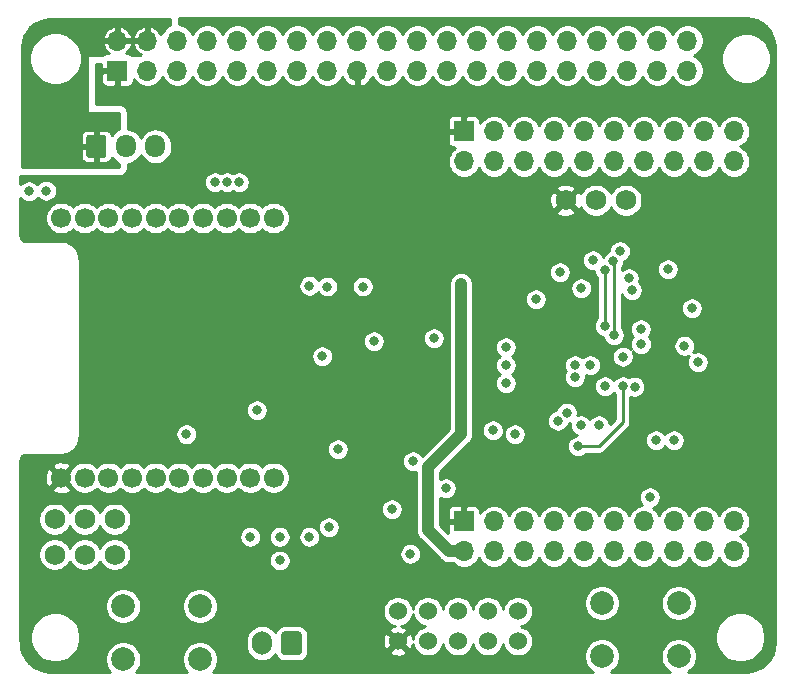
<source format=gbr>
G04 #@! TF.GenerationSoftware,KiCad,Pcbnew,(5.1.5)-3*
G04 #@! TF.CreationDate,2020-11-16T19:58:28+01:00*
G04 #@! TF.ProjectId,bus_raspi,6275735f-7261-4737-9069-2e6b69636164,rev?*
G04 #@! TF.SameCoordinates,Original*
G04 #@! TF.FileFunction,Copper,L3,Inr*
G04 #@! TF.FilePolarity,Positive*
%FSLAX46Y46*%
G04 Gerber Fmt 4.6, Leading zero omitted, Abs format (unit mm)*
G04 Created by KiCad (PCBNEW (5.1.5)-3) date 2020-11-16 19:58:28*
%MOMM*%
%LPD*%
G04 APERTURE LIST*
%ADD10C,1.700000*%
%ADD11C,1.750000*%
%ADD12C,2.000000*%
%ADD13C,1.524000*%
%ADD14O,1.700000X1.950000*%
%ADD15C,0.100000*%
%ADD16O,1.700000X1.700000*%
%ADD17R,1.700000X1.700000*%
%ADD18O,1.700000X2.000000*%
%ADD19C,0.800000*%
%ADD20C,1.000000*%
%ADD21C,0.250000*%
%ADD22C,0.254000*%
G04 APERTURE END LIST*
D10*
X4000000Y-17500000D03*
X6000000Y-17500000D03*
X8000000Y-17500000D03*
X10000000Y-17500000D03*
X12000000Y-17500000D03*
X14000000Y-17500000D03*
X16000000Y-17500000D03*
X18000000Y-17500000D03*
X20000000Y-17500000D03*
X22000000Y-17500000D03*
X22000000Y-39500000D03*
X20000000Y-39500000D03*
X18000000Y-39500000D03*
X16000000Y-39500000D03*
X14000000Y-39500000D03*
X12000000Y-39500000D03*
X10000000Y-39500000D03*
X8000000Y-39500000D03*
X6000000Y-39500000D03*
X4000000Y-39500000D03*
D11*
X51816000Y-16002000D03*
X49276000Y-16002000D03*
X46736000Y-16002000D03*
X8540000Y-46000000D03*
X6000000Y-46000000D03*
X3460000Y-46000000D03*
X8540000Y-43000000D03*
X6000000Y-43000000D03*
X3460000Y-43000000D03*
D12*
X9248000Y-54864000D03*
X9248000Y-50364000D03*
X15748000Y-54864000D03*
X15748000Y-50364000D03*
X49784000Y-54610000D03*
X49784000Y-50110000D03*
X56284000Y-54610000D03*
X56284000Y-50110000D03*
D13*
X42672000Y-50800000D03*
X42672000Y-53340000D03*
X40132000Y-50800000D03*
X40132000Y-53340000D03*
X37592000Y-50800000D03*
X37592000Y-53340000D03*
X35052000Y-50800000D03*
X35052000Y-53340000D03*
X32512000Y-50800000D03*
X32512000Y-53340000D03*
D14*
X11985000Y-11430000D03*
X9485000Y-11430000D03*
G04 #@! TA.AperFunction,ViaPad*
D15*
G36*
X7609504Y-10456204D02*
G01*
X7633773Y-10459804D01*
X7657571Y-10465765D01*
X7680671Y-10474030D01*
X7702849Y-10484520D01*
X7723893Y-10497133D01*
X7743598Y-10511747D01*
X7761777Y-10528223D01*
X7778253Y-10546402D01*
X7792867Y-10566107D01*
X7805480Y-10587151D01*
X7815970Y-10609329D01*
X7824235Y-10632429D01*
X7830196Y-10656227D01*
X7833796Y-10680496D01*
X7835000Y-10705000D01*
X7835000Y-12155000D01*
X7833796Y-12179504D01*
X7830196Y-12203773D01*
X7824235Y-12227571D01*
X7815970Y-12250671D01*
X7805480Y-12272849D01*
X7792867Y-12293893D01*
X7778253Y-12313598D01*
X7761777Y-12331777D01*
X7743598Y-12348253D01*
X7723893Y-12362867D01*
X7702849Y-12375480D01*
X7680671Y-12385970D01*
X7657571Y-12394235D01*
X7633773Y-12400196D01*
X7609504Y-12403796D01*
X7585000Y-12405000D01*
X6385000Y-12405000D01*
X6360496Y-12403796D01*
X6336227Y-12400196D01*
X6312429Y-12394235D01*
X6289329Y-12385970D01*
X6267151Y-12375480D01*
X6246107Y-12362867D01*
X6226402Y-12348253D01*
X6208223Y-12331777D01*
X6191747Y-12313598D01*
X6177133Y-12293893D01*
X6164520Y-12272849D01*
X6154030Y-12250671D01*
X6145765Y-12227571D01*
X6139804Y-12203773D01*
X6136204Y-12179504D01*
X6135000Y-12155000D01*
X6135000Y-10705000D01*
X6136204Y-10680496D01*
X6139804Y-10656227D01*
X6145765Y-10632429D01*
X6154030Y-10609329D01*
X6164520Y-10587151D01*
X6177133Y-10566107D01*
X6191747Y-10546402D01*
X6208223Y-10528223D01*
X6226402Y-10511747D01*
X6246107Y-10497133D01*
X6267151Y-10484520D01*
X6289329Y-10474030D01*
X6312429Y-10465765D01*
X6336227Y-10459804D01*
X6360496Y-10456204D01*
X6385000Y-10455000D01*
X7585000Y-10455000D01*
X7609504Y-10456204D01*
G37*
G04 #@! TD.AperFunction*
D16*
X60960000Y-12700000D03*
X60960000Y-10160000D03*
X58420000Y-12700000D03*
X58420000Y-10160000D03*
X55880000Y-12700000D03*
X55880000Y-10160000D03*
X53340000Y-12700000D03*
X53340000Y-10160000D03*
X50800000Y-12700000D03*
X50800000Y-10160000D03*
X48260000Y-12700000D03*
X48260000Y-10160000D03*
X45720000Y-12700000D03*
X45720000Y-10160000D03*
X43180000Y-12700000D03*
X43180000Y-10160000D03*
X40640000Y-12700000D03*
X40640000Y-10160000D03*
X38100000Y-12700000D03*
D17*
X38100000Y-10160000D03*
D16*
X60960000Y-45720000D03*
X60960000Y-43180000D03*
X58420000Y-45720000D03*
X58420000Y-43180000D03*
X55880000Y-45720000D03*
X55880000Y-43180000D03*
X53340000Y-45720000D03*
X53340000Y-43180000D03*
X50800000Y-45720000D03*
X50800000Y-43180000D03*
X48260000Y-45720000D03*
X48260000Y-43180000D03*
X45720000Y-45720000D03*
X45720000Y-43180000D03*
X43180000Y-45720000D03*
X43180000Y-43180000D03*
X40640000Y-45720000D03*
X40640000Y-43180000D03*
X38100000Y-45720000D03*
D17*
X38100000Y-43180000D03*
D16*
X57010000Y-2490000D03*
X57010000Y-5030000D03*
X54470000Y-2490000D03*
X54470000Y-5030000D03*
X51930000Y-2490000D03*
X51930000Y-5030000D03*
X49390000Y-2490000D03*
X49390000Y-5030000D03*
X46850000Y-2490000D03*
X46850000Y-5030000D03*
X44310000Y-2490000D03*
X44310000Y-5030000D03*
X41770000Y-2490000D03*
X41770000Y-5030000D03*
X39230000Y-2490000D03*
X39230000Y-5030000D03*
X36690000Y-2490000D03*
X36690000Y-5030000D03*
X34150000Y-2490000D03*
X34150000Y-5030000D03*
X31610000Y-2490000D03*
X31610000Y-5030000D03*
X29070000Y-2490000D03*
X29070000Y-5030000D03*
X26530000Y-2490000D03*
X26530000Y-5030000D03*
X23990000Y-2490000D03*
X23990000Y-5030000D03*
X21450000Y-2490000D03*
X21450000Y-5030000D03*
X18910000Y-2490000D03*
X18910000Y-5030000D03*
X16370000Y-2490000D03*
X16370000Y-5030000D03*
X13830000Y-2490000D03*
X13830000Y-5030000D03*
X11290000Y-2490000D03*
X11290000Y-5030000D03*
X8750000Y-2490000D03*
D17*
X8750000Y-5030000D03*
D18*
X21000000Y-53500000D03*
G04 #@! TA.AperFunction,ViaPad*
D15*
G36*
X24124504Y-52501204D02*
G01*
X24148773Y-52504804D01*
X24172571Y-52510765D01*
X24195671Y-52519030D01*
X24217849Y-52529520D01*
X24238893Y-52542133D01*
X24258598Y-52556747D01*
X24276777Y-52573223D01*
X24293253Y-52591402D01*
X24307867Y-52611107D01*
X24320480Y-52632151D01*
X24330970Y-52654329D01*
X24339235Y-52677429D01*
X24345196Y-52701227D01*
X24348796Y-52725496D01*
X24350000Y-52750000D01*
X24350000Y-54250000D01*
X24348796Y-54274504D01*
X24345196Y-54298773D01*
X24339235Y-54322571D01*
X24330970Y-54345671D01*
X24320480Y-54367849D01*
X24307867Y-54388893D01*
X24293253Y-54408598D01*
X24276777Y-54426777D01*
X24258598Y-54443253D01*
X24238893Y-54457867D01*
X24217849Y-54470480D01*
X24195671Y-54480970D01*
X24172571Y-54489235D01*
X24148773Y-54495196D01*
X24124504Y-54498796D01*
X24100000Y-54500000D01*
X22900000Y-54500000D01*
X22875496Y-54498796D01*
X22851227Y-54495196D01*
X22827429Y-54489235D01*
X22804329Y-54480970D01*
X22782151Y-54470480D01*
X22761107Y-54457867D01*
X22741402Y-54443253D01*
X22723223Y-54426777D01*
X22706747Y-54408598D01*
X22692133Y-54388893D01*
X22679520Y-54367849D01*
X22669030Y-54345671D01*
X22660765Y-54322571D01*
X22654804Y-54298773D01*
X22651204Y-54274504D01*
X22650000Y-54250000D01*
X22650000Y-52750000D01*
X22651204Y-52725496D01*
X22654804Y-52701227D01*
X22660765Y-52677429D01*
X22669030Y-52654329D01*
X22679520Y-52632151D01*
X22692133Y-52611107D01*
X22706747Y-52591402D01*
X22723223Y-52573223D01*
X22741402Y-52556747D01*
X22761107Y-52542133D01*
X22782151Y-52529520D01*
X22804329Y-52519030D01*
X22827429Y-52510765D01*
X22851227Y-52504804D01*
X22875496Y-52501204D01*
X22900000Y-52500000D01*
X24100000Y-52500000D01*
X24124504Y-52501204D01*
G37*
G04 #@! TD.AperFunction*
D19*
X14605000Y-35814000D03*
X1270000Y-15240000D03*
X22500000Y-44500000D03*
X22500000Y-46500000D03*
X25000000Y-44500000D03*
X20000000Y-44500000D03*
X20574000Y-33782000D03*
X26098500Y-29210000D03*
X25019000Y-23241000D03*
X26543000Y-23304500D03*
X29527500Y-23304500D03*
X2735601Y-15181601D03*
X35560000Y-27686000D03*
X32004000Y-42164000D03*
X41656000Y-31496000D03*
X41656000Y-29972000D03*
X41656000Y-28448000D03*
X47498000Y-29972000D03*
X52545088Y-31793931D03*
X46228000Y-22098000D03*
X48015966Y-23449989D03*
X57404000Y-25146000D03*
X55880000Y-36322000D03*
X54356000Y-36322000D03*
X53086000Y-26924000D03*
X30479986Y-27940000D03*
X27432000Y-37084000D03*
X14605000Y-37338000D03*
X23622000Y-37338000D03*
X24828500Y-29210000D03*
X32004000Y-45720000D03*
X41656000Y-26924000D03*
X55880000Y-32766000D03*
X53848000Y-25146000D03*
X45212000Y-25146000D03*
X44196000Y-32280990D03*
X1270000Y-11430000D03*
X2794000Y-11430000D03*
X37846000Y-25146000D03*
X37846000Y-24130000D03*
X37846000Y-23114000D03*
X19050000Y-14478000D03*
X18034000Y-14478000D03*
X17018000Y-14478000D03*
X48006000Y-35052000D03*
X49530000Y-35052008D03*
X42418000Y-35814000D03*
X50038000Y-31750000D03*
X46789204Y-33985467D03*
X40554908Y-35484228D03*
X51312110Y-20313745D03*
X53090653Y-28189347D03*
X55372000Y-21844000D03*
X56764347Y-28325653D03*
X33782000Y-38100000D03*
X26670000Y-43688000D03*
X52070000Y-22606000D03*
X44196000Y-24384000D03*
X50038000Y-21881000D03*
X50038000Y-26670000D03*
X46064125Y-34674136D03*
X47498000Y-30988000D03*
X48783322Y-29972000D03*
X53848000Y-41148000D03*
X57912000Y-29718000D03*
X52324000Y-23622000D03*
X33553500Y-45948500D03*
X36576000Y-40386000D03*
X47752000Y-36830000D03*
X51562000Y-29235000D03*
X51546083Y-31749289D03*
X50763000Y-21149497D03*
X50800000Y-27432000D03*
X49022000Y-21082000D03*
D20*
X37846000Y-25146000D02*
X37846000Y-24130000D01*
X37846000Y-24130000D02*
X37846000Y-23114000D01*
X37846000Y-35306000D02*
X37846000Y-25146000D01*
X36830000Y-45720000D02*
X35052000Y-43942000D01*
X38100000Y-45720000D02*
X36830000Y-45720000D01*
X35052000Y-43942000D02*
X35052000Y-38608000D01*
X37846000Y-35814000D02*
X37846000Y-35306000D01*
X35052000Y-38608000D02*
X37846000Y-35814000D01*
D21*
X50038000Y-21881000D02*
X50038000Y-26670000D01*
X51546083Y-31749289D02*
X51546083Y-34813917D01*
X49530000Y-36830000D02*
X47752000Y-36830000D01*
X51546083Y-34813917D02*
X49530000Y-36830000D01*
X50800000Y-21186497D02*
X50763000Y-21149497D01*
X50800000Y-27432000D02*
X50800000Y-21186497D01*
D22*
G36*
X61822509Y-559523D02*
G01*
X61934567Y-583342D01*
X61942718Y-584198D01*
X62468137Y-635716D01*
X62918451Y-771674D01*
X63333780Y-992508D01*
X63698298Y-1289802D01*
X63998134Y-1652240D01*
X64221861Y-2066017D01*
X64360958Y-2515367D01*
X64416143Y-3040414D01*
X64417643Y-3047722D01*
X64424580Y-3116022D01*
X64448001Y-3192630D01*
X64448000Y-53304957D01*
X64440477Y-53322509D01*
X64416658Y-53434567D01*
X64415802Y-53442719D01*
X64364284Y-53968137D01*
X64228326Y-54418452D01*
X64007494Y-54833777D01*
X63710198Y-55198298D01*
X63347760Y-55498134D01*
X62933983Y-55721861D01*
X62484635Y-55860958D01*
X61959586Y-55916143D01*
X61952278Y-55917643D01*
X61883978Y-55924580D01*
X61807373Y-55948000D01*
X57030069Y-55948000D01*
X57257406Y-55796099D01*
X57470099Y-55583406D01*
X57637210Y-55333306D01*
X57752319Y-55055410D01*
X57811000Y-54760396D01*
X57811000Y-54459604D01*
X57752319Y-54164590D01*
X57637210Y-53886694D01*
X57470099Y-53636594D01*
X57257406Y-53423901D01*
X57007306Y-53256790D01*
X56729410Y-53141681D01*
X56434396Y-53083000D01*
X56133604Y-53083000D01*
X55838590Y-53141681D01*
X55560694Y-53256790D01*
X55310594Y-53423901D01*
X55097901Y-53636594D01*
X54930790Y-53886694D01*
X54815681Y-54164590D01*
X54757000Y-54459604D01*
X54757000Y-54760396D01*
X54815681Y-55055410D01*
X54930790Y-55333306D01*
X55097901Y-55583406D01*
X55310594Y-55796099D01*
X55537931Y-55948000D01*
X50530069Y-55948000D01*
X50757406Y-55796099D01*
X50970099Y-55583406D01*
X51137210Y-55333306D01*
X51252319Y-55055410D01*
X51311000Y-54760396D01*
X51311000Y-54459604D01*
X51252319Y-54164590D01*
X51137210Y-53886694D01*
X50970099Y-53636594D01*
X50757406Y-53423901D01*
X50507306Y-53256790D01*
X50229410Y-53141681D01*
X49934396Y-53083000D01*
X49633604Y-53083000D01*
X49338590Y-53141681D01*
X49060694Y-53256790D01*
X48810594Y-53423901D01*
X48597901Y-53636594D01*
X48430790Y-53886694D01*
X48315681Y-54164590D01*
X48257000Y-54459604D01*
X48257000Y-54760396D01*
X48315681Y-55055410D01*
X48430790Y-55333306D01*
X48597901Y-55583406D01*
X48810594Y-55796099D01*
X49037931Y-55948000D01*
X16823505Y-55948000D01*
X16934099Y-55837406D01*
X17101210Y-55587306D01*
X17216319Y-55309410D01*
X17275000Y-55014396D01*
X17275000Y-54713604D01*
X17216319Y-54418590D01*
X17101210Y-54140694D01*
X16934099Y-53890594D01*
X16721406Y-53677901D01*
X16471306Y-53510790D01*
X16193410Y-53395681D01*
X15898396Y-53337000D01*
X15597604Y-53337000D01*
X15302590Y-53395681D01*
X15024694Y-53510790D01*
X14774594Y-53677901D01*
X14561901Y-53890594D01*
X14394790Y-54140694D01*
X14279681Y-54418590D01*
X14221000Y-54713604D01*
X14221000Y-55014396D01*
X14279681Y-55309410D01*
X14394790Y-55587306D01*
X14561901Y-55837406D01*
X14672495Y-55948000D01*
X10323505Y-55948000D01*
X10434099Y-55837406D01*
X10601210Y-55587306D01*
X10716319Y-55309410D01*
X10775000Y-55014396D01*
X10775000Y-54713604D01*
X10716319Y-54418590D01*
X10601210Y-54140694D01*
X10434099Y-53890594D01*
X10221406Y-53677901D01*
X9971306Y-53510790D01*
X9693410Y-53395681D01*
X9398396Y-53337000D01*
X9097604Y-53337000D01*
X8802590Y-53395681D01*
X8524694Y-53510790D01*
X8274594Y-53677901D01*
X8061901Y-53890594D01*
X7894790Y-54140694D01*
X7779681Y-54418590D01*
X7721000Y-54713604D01*
X7721000Y-55014396D01*
X7779681Y-55309410D01*
X7894790Y-55587306D01*
X8061901Y-55837406D01*
X8172495Y-55948000D01*
X3195043Y-55948000D01*
X3177491Y-55940477D01*
X3065433Y-55916658D01*
X3057281Y-55915802D01*
X2531863Y-55864284D01*
X2081548Y-55728326D01*
X1666223Y-55507494D01*
X1301702Y-55210198D01*
X1001866Y-54847760D01*
X778139Y-54433983D01*
X639042Y-53984635D01*
X583857Y-53459586D01*
X582357Y-53452278D01*
X575420Y-53383978D01*
X552000Y-53307373D01*
X552000Y-52790509D01*
X1373000Y-52790509D01*
X1373000Y-53209491D01*
X1454739Y-53620423D01*
X1615077Y-54007512D01*
X1847851Y-54355884D01*
X2144116Y-54652149D01*
X2492488Y-54884923D01*
X2879577Y-55045261D01*
X3290509Y-55127000D01*
X3709491Y-55127000D01*
X4120423Y-55045261D01*
X4507512Y-54884923D01*
X4855884Y-54652149D01*
X5152149Y-54355884D01*
X5384923Y-54007512D01*
X5545261Y-53620423D01*
X5612505Y-53282360D01*
X19623000Y-53282360D01*
X19623000Y-53717639D01*
X19642925Y-53919938D01*
X19721663Y-54179504D01*
X19849527Y-54418720D01*
X20021603Y-54628396D01*
X20231279Y-54800473D01*
X20470495Y-54928337D01*
X20730061Y-55007075D01*
X21000000Y-55033662D01*
X21269938Y-55007075D01*
X21529504Y-54928337D01*
X21768720Y-54800473D01*
X21978396Y-54628397D01*
X22143175Y-54427614D01*
X22179791Y-54548320D01*
X22251829Y-54683094D01*
X22348776Y-54801224D01*
X22466906Y-54898171D01*
X22601680Y-54970209D01*
X22747918Y-55014570D01*
X22900000Y-55029549D01*
X24100000Y-55029549D01*
X24252082Y-55014570D01*
X24398320Y-54970209D01*
X24533094Y-54898171D01*
X24651224Y-54801224D01*
X24748171Y-54683094D01*
X24820209Y-54548320D01*
X24864570Y-54402082D01*
X24879549Y-54250000D01*
X24879549Y-54245073D01*
X31780875Y-54245073D01*
X31853628Y-54455431D01*
X32083889Y-54562441D01*
X32330602Y-54622472D01*
X32584285Y-54633219D01*
X32835190Y-54594269D01*
X33073675Y-54507117D01*
X33170372Y-54455431D01*
X33243125Y-54245073D01*
X32512000Y-53513948D01*
X31780875Y-54245073D01*
X24879549Y-54245073D01*
X24879549Y-53412285D01*
X31218781Y-53412285D01*
X31257731Y-53663190D01*
X31344883Y-53901675D01*
X31396569Y-53998372D01*
X31606927Y-54071125D01*
X32338052Y-53340000D01*
X31606927Y-52608875D01*
X31396569Y-52681628D01*
X31289559Y-52911889D01*
X31229528Y-53158602D01*
X31218781Y-53412285D01*
X24879549Y-53412285D01*
X24879549Y-52750000D01*
X24864570Y-52597918D01*
X24820209Y-52451680D01*
X24748171Y-52316906D01*
X24651224Y-52198776D01*
X24533094Y-52101829D01*
X24398320Y-52029791D01*
X24252082Y-51985430D01*
X24100000Y-51970451D01*
X22900000Y-51970451D01*
X22747918Y-51985430D01*
X22601680Y-52029791D01*
X22466906Y-52101829D01*
X22348776Y-52198776D01*
X22251829Y-52316906D01*
X22179791Y-52451680D01*
X22143175Y-52572386D01*
X21978397Y-52371603D01*
X21768721Y-52199527D01*
X21529505Y-52071663D01*
X21269939Y-51992925D01*
X21000000Y-51966338D01*
X20730062Y-51992925D01*
X20470496Y-52071663D01*
X20231280Y-52199527D01*
X20021604Y-52371603D01*
X19849527Y-52581279D01*
X19721663Y-52820495D01*
X19642925Y-53080061D01*
X19623000Y-53282360D01*
X5612505Y-53282360D01*
X5627000Y-53209491D01*
X5627000Y-52790509D01*
X5545261Y-52379577D01*
X5384923Y-51992488D01*
X5152149Y-51644116D01*
X4855884Y-51347851D01*
X4507512Y-51115077D01*
X4120423Y-50954739D01*
X3709491Y-50873000D01*
X3290509Y-50873000D01*
X2879577Y-50954739D01*
X2492488Y-51115077D01*
X2144116Y-51347851D01*
X1847851Y-51644116D01*
X1615077Y-51992488D01*
X1454739Y-52379577D01*
X1373000Y-52790509D01*
X552000Y-52790509D01*
X552000Y-50213604D01*
X7721000Y-50213604D01*
X7721000Y-50514396D01*
X7779681Y-50809410D01*
X7894790Y-51087306D01*
X8061901Y-51337406D01*
X8274594Y-51550099D01*
X8524694Y-51717210D01*
X8802590Y-51832319D01*
X9097604Y-51891000D01*
X9398396Y-51891000D01*
X9693410Y-51832319D01*
X9971306Y-51717210D01*
X10221406Y-51550099D01*
X10434099Y-51337406D01*
X10601210Y-51087306D01*
X10716319Y-50809410D01*
X10775000Y-50514396D01*
X10775000Y-50213604D01*
X14221000Y-50213604D01*
X14221000Y-50514396D01*
X14279681Y-50809410D01*
X14394790Y-51087306D01*
X14561901Y-51337406D01*
X14774594Y-51550099D01*
X15024694Y-51717210D01*
X15302590Y-51832319D01*
X15597604Y-51891000D01*
X15898396Y-51891000D01*
X16193410Y-51832319D01*
X16471306Y-51717210D01*
X16721406Y-51550099D01*
X16934099Y-51337406D01*
X17101210Y-51087306D01*
X17216319Y-50809410D01*
X17243443Y-50673045D01*
X31223000Y-50673045D01*
X31223000Y-50926955D01*
X31272535Y-51175987D01*
X31369703Y-51410570D01*
X31510768Y-51621690D01*
X31690310Y-51801232D01*
X31901430Y-51942297D01*
X32136013Y-52039465D01*
X32289796Y-52070054D01*
X32188810Y-52085731D01*
X31950325Y-52172883D01*
X31853628Y-52224569D01*
X31780875Y-52434927D01*
X32512000Y-53166052D01*
X33243125Y-52434927D01*
X33170372Y-52224569D01*
X32940111Y-52117559D01*
X32740076Y-52068886D01*
X32887987Y-52039465D01*
X33122570Y-51942297D01*
X33333690Y-51801232D01*
X33513232Y-51621690D01*
X33654297Y-51410570D01*
X33751465Y-51175987D01*
X33782000Y-51022476D01*
X33812535Y-51175987D01*
X33909703Y-51410570D01*
X34050768Y-51621690D01*
X34230310Y-51801232D01*
X34441430Y-51942297D01*
X34676013Y-52039465D01*
X34829524Y-52070000D01*
X34676013Y-52100535D01*
X34441430Y-52197703D01*
X34230310Y-52338768D01*
X34050768Y-52518310D01*
X33909703Y-52729430D01*
X33812535Y-52964013D01*
X33781946Y-53117796D01*
X33766269Y-53016810D01*
X33679117Y-52778325D01*
X33627431Y-52681628D01*
X33417073Y-52608875D01*
X32685948Y-53340000D01*
X33417073Y-54071125D01*
X33627431Y-53998372D01*
X33734441Y-53768111D01*
X33783114Y-53568076D01*
X33812535Y-53715987D01*
X33909703Y-53950570D01*
X34050768Y-54161690D01*
X34230310Y-54341232D01*
X34441430Y-54482297D01*
X34676013Y-54579465D01*
X34925045Y-54629000D01*
X35178955Y-54629000D01*
X35427987Y-54579465D01*
X35662570Y-54482297D01*
X35873690Y-54341232D01*
X36053232Y-54161690D01*
X36194297Y-53950570D01*
X36291465Y-53715987D01*
X36322000Y-53562476D01*
X36352535Y-53715987D01*
X36449703Y-53950570D01*
X36590768Y-54161690D01*
X36770310Y-54341232D01*
X36981430Y-54482297D01*
X37216013Y-54579465D01*
X37465045Y-54629000D01*
X37718955Y-54629000D01*
X37967987Y-54579465D01*
X38202570Y-54482297D01*
X38413690Y-54341232D01*
X38593232Y-54161690D01*
X38734297Y-53950570D01*
X38831465Y-53715987D01*
X38862000Y-53562476D01*
X38892535Y-53715987D01*
X38989703Y-53950570D01*
X39130768Y-54161690D01*
X39310310Y-54341232D01*
X39521430Y-54482297D01*
X39756013Y-54579465D01*
X40005045Y-54629000D01*
X40258955Y-54629000D01*
X40507987Y-54579465D01*
X40742570Y-54482297D01*
X40953690Y-54341232D01*
X41133232Y-54161690D01*
X41274297Y-53950570D01*
X41371465Y-53715987D01*
X41402000Y-53562476D01*
X41432535Y-53715987D01*
X41529703Y-53950570D01*
X41670768Y-54161690D01*
X41850310Y-54341232D01*
X42061430Y-54482297D01*
X42296013Y-54579465D01*
X42545045Y-54629000D01*
X42798955Y-54629000D01*
X43047987Y-54579465D01*
X43282570Y-54482297D01*
X43493690Y-54341232D01*
X43673232Y-54161690D01*
X43814297Y-53950570D01*
X43911465Y-53715987D01*
X43961000Y-53466955D01*
X43961000Y-53213045D01*
X43911465Y-52964013D01*
X43839597Y-52790509D01*
X59373000Y-52790509D01*
X59373000Y-53209491D01*
X59454739Y-53620423D01*
X59615077Y-54007512D01*
X59847851Y-54355884D01*
X60144116Y-54652149D01*
X60492488Y-54884923D01*
X60879577Y-55045261D01*
X61290509Y-55127000D01*
X61709491Y-55127000D01*
X62120423Y-55045261D01*
X62507512Y-54884923D01*
X62855884Y-54652149D01*
X63152149Y-54355884D01*
X63384923Y-54007512D01*
X63545261Y-53620423D01*
X63627000Y-53209491D01*
X63627000Y-52790509D01*
X63545261Y-52379577D01*
X63384923Y-51992488D01*
X63152149Y-51644116D01*
X62855884Y-51347851D01*
X62507512Y-51115077D01*
X62120423Y-50954739D01*
X61709491Y-50873000D01*
X61290509Y-50873000D01*
X60879577Y-50954739D01*
X60492488Y-51115077D01*
X60144116Y-51347851D01*
X59847851Y-51644116D01*
X59615077Y-51992488D01*
X59454739Y-52379577D01*
X59373000Y-52790509D01*
X43839597Y-52790509D01*
X43814297Y-52729430D01*
X43673232Y-52518310D01*
X43493690Y-52338768D01*
X43282570Y-52197703D01*
X43047987Y-52100535D01*
X42894476Y-52070000D01*
X43047987Y-52039465D01*
X43282570Y-51942297D01*
X43493690Y-51801232D01*
X43673232Y-51621690D01*
X43814297Y-51410570D01*
X43911465Y-51175987D01*
X43961000Y-50926955D01*
X43961000Y-50673045D01*
X43911465Y-50424013D01*
X43814297Y-50189430D01*
X43673232Y-49978310D01*
X43654526Y-49959604D01*
X48257000Y-49959604D01*
X48257000Y-50260396D01*
X48315681Y-50555410D01*
X48430790Y-50833306D01*
X48597901Y-51083406D01*
X48810594Y-51296099D01*
X49060694Y-51463210D01*
X49338590Y-51578319D01*
X49633604Y-51637000D01*
X49934396Y-51637000D01*
X50229410Y-51578319D01*
X50507306Y-51463210D01*
X50757406Y-51296099D01*
X50970099Y-51083406D01*
X51137210Y-50833306D01*
X51252319Y-50555410D01*
X51311000Y-50260396D01*
X51311000Y-49959604D01*
X54757000Y-49959604D01*
X54757000Y-50260396D01*
X54815681Y-50555410D01*
X54930790Y-50833306D01*
X55097901Y-51083406D01*
X55310594Y-51296099D01*
X55560694Y-51463210D01*
X55838590Y-51578319D01*
X56133604Y-51637000D01*
X56434396Y-51637000D01*
X56729410Y-51578319D01*
X57007306Y-51463210D01*
X57257406Y-51296099D01*
X57470099Y-51083406D01*
X57637210Y-50833306D01*
X57752319Y-50555410D01*
X57811000Y-50260396D01*
X57811000Y-49959604D01*
X57752319Y-49664590D01*
X57637210Y-49386694D01*
X57470099Y-49136594D01*
X57257406Y-48923901D01*
X57007306Y-48756790D01*
X56729410Y-48641681D01*
X56434396Y-48583000D01*
X56133604Y-48583000D01*
X55838590Y-48641681D01*
X55560694Y-48756790D01*
X55310594Y-48923901D01*
X55097901Y-49136594D01*
X54930790Y-49386694D01*
X54815681Y-49664590D01*
X54757000Y-49959604D01*
X51311000Y-49959604D01*
X51252319Y-49664590D01*
X51137210Y-49386694D01*
X50970099Y-49136594D01*
X50757406Y-48923901D01*
X50507306Y-48756790D01*
X50229410Y-48641681D01*
X49934396Y-48583000D01*
X49633604Y-48583000D01*
X49338590Y-48641681D01*
X49060694Y-48756790D01*
X48810594Y-48923901D01*
X48597901Y-49136594D01*
X48430790Y-49386694D01*
X48315681Y-49664590D01*
X48257000Y-49959604D01*
X43654526Y-49959604D01*
X43493690Y-49798768D01*
X43282570Y-49657703D01*
X43047987Y-49560535D01*
X42798955Y-49511000D01*
X42545045Y-49511000D01*
X42296013Y-49560535D01*
X42061430Y-49657703D01*
X41850310Y-49798768D01*
X41670768Y-49978310D01*
X41529703Y-50189430D01*
X41432535Y-50424013D01*
X41402000Y-50577524D01*
X41371465Y-50424013D01*
X41274297Y-50189430D01*
X41133232Y-49978310D01*
X40953690Y-49798768D01*
X40742570Y-49657703D01*
X40507987Y-49560535D01*
X40258955Y-49511000D01*
X40005045Y-49511000D01*
X39756013Y-49560535D01*
X39521430Y-49657703D01*
X39310310Y-49798768D01*
X39130768Y-49978310D01*
X38989703Y-50189430D01*
X38892535Y-50424013D01*
X38862000Y-50577524D01*
X38831465Y-50424013D01*
X38734297Y-50189430D01*
X38593232Y-49978310D01*
X38413690Y-49798768D01*
X38202570Y-49657703D01*
X37967987Y-49560535D01*
X37718955Y-49511000D01*
X37465045Y-49511000D01*
X37216013Y-49560535D01*
X36981430Y-49657703D01*
X36770310Y-49798768D01*
X36590768Y-49978310D01*
X36449703Y-50189430D01*
X36352535Y-50424013D01*
X36322000Y-50577524D01*
X36291465Y-50424013D01*
X36194297Y-50189430D01*
X36053232Y-49978310D01*
X35873690Y-49798768D01*
X35662570Y-49657703D01*
X35427987Y-49560535D01*
X35178955Y-49511000D01*
X34925045Y-49511000D01*
X34676013Y-49560535D01*
X34441430Y-49657703D01*
X34230310Y-49798768D01*
X34050768Y-49978310D01*
X33909703Y-50189430D01*
X33812535Y-50424013D01*
X33782000Y-50577524D01*
X33751465Y-50424013D01*
X33654297Y-50189430D01*
X33513232Y-49978310D01*
X33333690Y-49798768D01*
X33122570Y-49657703D01*
X32887987Y-49560535D01*
X32638955Y-49511000D01*
X32385045Y-49511000D01*
X32136013Y-49560535D01*
X31901430Y-49657703D01*
X31690310Y-49798768D01*
X31510768Y-49978310D01*
X31369703Y-50189430D01*
X31272535Y-50424013D01*
X31223000Y-50673045D01*
X17243443Y-50673045D01*
X17275000Y-50514396D01*
X17275000Y-50213604D01*
X17216319Y-49918590D01*
X17101210Y-49640694D01*
X16934099Y-49390594D01*
X16721406Y-49177901D01*
X16471306Y-49010790D01*
X16193410Y-48895681D01*
X15898396Y-48837000D01*
X15597604Y-48837000D01*
X15302590Y-48895681D01*
X15024694Y-49010790D01*
X14774594Y-49177901D01*
X14561901Y-49390594D01*
X14394790Y-49640694D01*
X14279681Y-49918590D01*
X14221000Y-50213604D01*
X10775000Y-50213604D01*
X10716319Y-49918590D01*
X10601210Y-49640694D01*
X10434099Y-49390594D01*
X10221406Y-49177901D01*
X9971306Y-49010790D01*
X9693410Y-48895681D01*
X9398396Y-48837000D01*
X9097604Y-48837000D01*
X8802590Y-48895681D01*
X8524694Y-49010790D01*
X8274594Y-49177901D01*
X8061901Y-49390594D01*
X7894790Y-49640694D01*
X7779681Y-49918590D01*
X7721000Y-50213604D01*
X552000Y-50213604D01*
X552000Y-45861915D01*
X2058000Y-45861915D01*
X2058000Y-46138085D01*
X2111878Y-46408948D01*
X2217563Y-46664096D01*
X2370995Y-46893723D01*
X2566277Y-47089005D01*
X2795904Y-47242437D01*
X3051052Y-47348122D01*
X3321915Y-47402000D01*
X3598085Y-47402000D01*
X3868948Y-47348122D01*
X4124096Y-47242437D01*
X4353723Y-47089005D01*
X4549005Y-46893723D01*
X4702437Y-46664096D01*
X4730000Y-46597553D01*
X4757563Y-46664096D01*
X4910995Y-46893723D01*
X5106277Y-47089005D01*
X5335904Y-47242437D01*
X5591052Y-47348122D01*
X5861915Y-47402000D01*
X6138085Y-47402000D01*
X6408948Y-47348122D01*
X6664096Y-47242437D01*
X6893723Y-47089005D01*
X7089005Y-46893723D01*
X7242437Y-46664096D01*
X7270000Y-46597553D01*
X7297563Y-46664096D01*
X7450995Y-46893723D01*
X7646277Y-47089005D01*
X7875904Y-47242437D01*
X8131052Y-47348122D01*
X8401915Y-47402000D01*
X8678085Y-47402000D01*
X8948948Y-47348122D01*
X9204096Y-47242437D01*
X9433723Y-47089005D01*
X9629005Y-46893723D01*
X9782437Y-46664096D01*
X9888122Y-46408948D01*
X9888171Y-46408699D01*
X21573000Y-46408699D01*
X21573000Y-46591301D01*
X21608624Y-46770396D01*
X21678504Y-46939099D01*
X21779952Y-47090928D01*
X21909072Y-47220048D01*
X22060901Y-47321496D01*
X22229604Y-47391376D01*
X22408699Y-47427000D01*
X22591301Y-47427000D01*
X22770396Y-47391376D01*
X22939099Y-47321496D01*
X23090928Y-47220048D01*
X23220048Y-47090928D01*
X23321496Y-46939099D01*
X23391376Y-46770396D01*
X23427000Y-46591301D01*
X23427000Y-46408699D01*
X23391376Y-46229604D01*
X23321496Y-46060901D01*
X23220048Y-45909072D01*
X23168175Y-45857199D01*
X32626500Y-45857199D01*
X32626500Y-46039801D01*
X32662124Y-46218896D01*
X32732004Y-46387599D01*
X32833452Y-46539428D01*
X32962572Y-46668548D01*
X33114401Y-46769996D01*
X33283104Y-46839876D01*
X33462199Y-46875500D01*
X33644801Y-46875500D01*
X33823896Y-46839876D01*
X33992599Y-46769996D01*
X34144428Y-46668548D01*
X34273548Y-46539428D01*
X34374996Y-46387599D01*
X34444876Y-46218896D01*
X34480500Y-46039801D01*
X34480500Y-45857199D01*
X34444876Y-45678104D01*
X34374996Y-45509401D01*
X34273548Y-45357572D01*
X34144428Y-45228452D01*
X33992599Y-45127004D01*
X33823896Y-45057124D01*
X33644801Y-45021500D01*
X33462199Y-45021500D01*
X33283104Y-45057124D01*
X33114401Y-45127004D01*
X32962572Y-45228452D01*
X32833452Y-45357572D01*
X32732004Y-45509401D01*
X32662124Y-45678104D01*
X32626500Y-45857199D01*
X23168175Y-45857199D01*
X23090928Y-45779952D01*
X22939099Y-45678504D01*
X22770396Y-45608624D01*
X22591301Y-45573000D01*
X22408699Y-45573000D01*
X22229604Y-45608624D01*
X22060901Y-45678504D01*
X21909072Y-45779952D01*
X21779952Y-45909072D01*
X21678504Y-46060901D01*
X21608624Y-46229604D01*
X21573000Y-46408699D01*
X9888171Y-46408699D01*
X9942000Y-46138085D01*
X9942000Y-45861915D01*
X9888122Y-45591052D01*
X9782437Y-45335904D01*
X9629005Y-45106277D01*
X9433723Y-44910995D01*
X9204096Y-44757563D01*
X8948948Y-44651878D01*
X8678085Y-44598000D01*
X8401915Y-44598000D01*
X8131052Y-44651878D01*
X7875904Y-44757563D01*
X7646277Y-44910995D01*
X7450995Y-45106277D01*
X7297563Y-45335904D01*
X7270000Y-45402447D01*
X7242437Y-45335904D01*
X7089005Y-45106277D01*
X6893723Y-44910995D01*
X6664096Y-44757563D01*
X6408948Y-44651878D01*
X6138085Y-44598000D01*
X5861915Y-44598000D01*
X5591052Y-44651878D01*
X5335904Y-44757563D01*
X5106277Y-44910995D01*
X4910995Y-45106277D01*
X4757563Y-45335904D01*
X4730000Y-45402447D01*
X4702437Y-45335904D01*
X4549005Y-45106277D01*
X4353723Y-44910995D01*
X4124096Y-44757563D01*
X3868948Y-44651878D01*
X3598085Y-44598000D01*
X3321915Y-44598000D01*
X3051052Y-44651878D01*
X2795904Y-44757563D01*
X2566277Y-44910995D01*
X2370995Y-45106277D01*
X2217563Y-45335904D01*
X2111878Y-45591052D01*
X2058000Y-45861915D01*
X552000Y-45861915D01*
X552000Y-44408699D01*
X19073000Y-44408699D01*
X19073000Y-44591301D01*
X19108624Y-44770396D01*
X19178504Y-44939099D01*
X19279952Y-45090928D01*
X19409072Y-45220048D01*
X19560901Y-45321496D01*
X19729604Y-45391376D01*
X19908699Y-45427000D01*
X20091301Y-45427000D01*
X20270396Y-45391376D01*
X20439099Y-45321496D01*
X20590928Y-45220048D01*
X20720048Y-45090928D01*
X20821496Y-44939099D01*
X20891376Y-44770396D01*
X20927000Y-44591301D01*
X20927000Y-44408699D01*
X21573000Y-44408699D01*
X21573000Y-44591301D01*
X21608624Y-44770396D01*
X21678504Y-44939099D01*
X21779952Y-45090928D01*
X21909072Y-45220048D01*
X22060901Y-45321496D01*
X22229604Y-45391376D01*
X22408699Y-45427000D01*
X22591301Y-45427000D01*
X22770396Y-45391376D01*
X22939099Y-45321496D01*
X23090928Y-45220048D01*
X23220048Y-45090928D01*
X23321496Y-44939099D01*
X23391376Y-44770396D01*
X23427000Y-44591301D01*
X23427000Y-44408699D01*
X24073000Y-44408699D01*
X24073000Y-44591301D01*
X24108624Y-44770396D01*
X24178504Y-44939099D01*
X24279952Y-45090928D01*
X24409072Y-45220048D01*
X24560901Y-45321496D01*
X24729604Y-45391376D01*
X24908699Y-45427000D01*
X25091301Y-45427000D01*
X25270396Y-45391376D01*
X25439099Y-45321496D01*
X25590928Y-45220048D01*
X25720048Y-45090928D01*
X25821496Y-44939099D01*
X25891376Y-44770396D01*
X25927000Y-44591301D01*
X25927000Y-44408699D01*
X25891376Y-44229604D01*
X25849589Y-44128723D01*
X25949952Y-44278928D01*
X26079072Y-44408048D01*
X26230901Y-44509496D01*
X26399604Y-44579376D01*
X26578699Y-44615000D01*
X26761301Y-44615000D01*
X26940396Y-44579376D01*
X27109099Y-44509496D01*
X27260928Y-44408048D01*
X27390048Y-44278928D01*
X27491496Y-44127099D01*
X27561376Y-43958396D01*
X27597000Y-43779301D01*
X27597000Y-43596699D01*
X27561376Y-43417604D01*
X27491496Y-43248901D01*
X27390048Y-43097072D01*
X27260928Y-42967952D01*
X27109099Y-42866504D01*
X26940396Y-42796624D01*
X26761301Y-42761000D01*
X26578699Y-42761000D01*
X26399604Y-42796624D01*
X26230901Y-42866504D01*
X26079072Y-42967952D01*
X25949952Y-43097072D01*
X25848504Y-43248901D01*
X25778624Y-43417604D01*
X25743000Y-43596699D01*
X25743000Y-43779301D01*
X25778624Y-43958396D01*
X25820411Y-44059277D01*
X25720048Y-43909072D01*
X25590928Y-43779952D01*
X25439099Y-43678504D01*
X25270396Y-43608624D01*
X25091301Y-43573000D01*
X24908699Y-43573000D01*
X24729604Y-43608624D01*
X24560901Y-43678504D01*
X24409072Y-43779952D01*
X24279952Y-43909072D01*
X24178504Y-44060901D01*
X24108624Y-44229604D01*
X24073000Y-44408699D01*
X23427000Y-44408699D01*
X23391376Y-44229604D01*
X23321496Y-44060901D01*
X23220048Y-43909072D01*
X23090928Y-43779952D01*
X22939099Y-43678504D01*
X22770396Y-43608624D01*
X22591301Y-43573000D01*
X22408699Y-43573000D01*
X22229604Y-43608624D01*
X22060901Y-43678504D01*
X21909072Y-43779952D01*
X21779952Y-43909072D01*
X21678504Y-44060901D01*
X21608624Y-44229604D01*
X21573000Y-44408699D01*
X20927000Y-44408699D01*
X20891376Y-44229604D01*
X20821496Y-44060901D01*
X20720048Y-43909072D01*
X20590928Y-43779952D01*
X20439099Y-43678504D01*
X20270396Y-43608624D01*
X20091301Y-43573000D01*
X19908699Y-43573000D01*
X19729604Y-43608624D01*
X19560901Y-43678504D01*
X19409072Y-43779952D01*
X19279952Y-43909072D01*
X19178504Y-44060901D01*
X19108624Y-44229604D01*
X19073000Y-44408699D01*
X552000Y-44408699D01*
X552000Y-42861915D01*
X2058000Y-42861915D01*
X2058000Y-43138085D01*
X2111878Y-43408948D01*
X2217563Y-43664096D01*
X2370995Y-43893723D01*
X2566277Y-44089005D01*
X2795904Y-44242437D01*
X3051052Y-44348122D01*
X3321915Y-44402000D01*
X3598085Y-44402000D01*
X3868948Y-44348122D01*
X4124096Y-44242437D01*
X4353723Y-44089005D01*
X4549005Y-43893723D01*
X4702437Y-43664096D01*
X4730000Y-43597553D01*
X4757563Y-43664096D01*
X4910995Y-43893723D01*
X5106277Y-44089005D01*
X5335904Y-44242437D01*
X5591052Y-44348122D01*
X5861915Y-44402000D01*
X6138085Y-44402000D01*
X6408948Y-44348122D01*
X6664096Y-44242437D01*
X6893723Y-44089005D01*
X7089005Y-43893723D01*
X7242437Y-43664096D01*
X7270000Y-43597553D01*
X7297563Y-43664096D01*
X7450995Y-43893723D01*
X7646277Y-44089005D01*
X7875904Y-44242437D01*
X8131052Y-44348122D01*
X8401915Y-44402000D01*
X8678085Y-44402000D01*
X8948948Y-44348122D01*
X9204096Y-44242437D01*
X9433723Y-44089005D01*
X9629005Y-43893723D01*
X9782437Y-43664096D01*
X9888122Y-43408948D01*
X9942000Y-43138085D01*
X9942000Y-42861915D01*
X9888122Y-42591052D01*
X9782437Y-42335904D01*
X9629005Y-42106277D01*
X9595427Y-42072699D01*
X31077000Y-42072699D01*
X31077000Y-42255301D01*
X31112624Y-42434396D01*
X31182504Y-42603099D01*
X31283952Y-42754928D01*
X31413072Y-42884048D01*
X31564901Y-42985496D01*
X31733604Y-43055376D01*
X31912699Y-43091000D01*
X32095301Y-43091000D01*
X32274396Y-43055376D01*
X32443099Y-42985496D01*
X32594928Y-42884048D01*
X32724048Y-42754928D01*
X32825496Y-42603099D01*
X32895376Y-42434396D01*
X32931000Y-42255301D01*
X32931000Y-42072699D01*
X32895376Y-41893604D01*
X32825496Y-41724901D01*
X32724048Y-41573072D01*
X32594928Y-41443952D01*
X32443099Y-41342504D01*
X32274396Y-41272624D01*
X32095301Y-41237000D01*
X31912699Y-41237000D01*
X31733604Y-41272624D01*
X31564901Y-41342504D01*
X31413072Y-41443952D01*
X31283952Y-41573072D01*
X31182504Y-41724901D01*
X31112624Y-41893604D01*
X31077000Y-42072699D01*
X9595427Y-42072699D01*
X9433723Y-41910995D01*
X9204096Y-41757563D01*
X8948948Y-41651878D01*
X8678085Y-41598000D01*
X8401915Y-41598000D01*
X8131052Y-41651878D01*
X7875904Y-41757563D01*
X7646277Y-41910995D01*
X7450995Y-42106277D01*
X7297563Y-42335904D01*
X7270000Y-42402447D01*
X7242437Y-42335904D01*
X7089005Y-42106277D01*
X6893723Y-41910995D01*
X6664096Y-41757563D01*
X6408948Y-41651878D01*
X6138085Y-41598000D01*
X5861915Y-41598000D01*
X5591052Y-41651878D01*
X5335904Y-41757563D01*
X5106277Y-41910995D01*
X4910995Y-42106277D01*
X4757563Y-42335904D01*
X4730000Y-42402447D01*
X4702437Y-42335904D01*
X4549005Y-42106277D01*
X4353723Y-41910995D01*
X4124096Y-41757563D01*
X3868948Y-41651878D01*
X3598085Y-41598000D01*
X3321915Y-41598000D01*
X3051052Y-41651878D01*
X2795904Y-41757563D01*
X2566277Y-41910995D01*
X2370995Y-42106277D01*
X2217563Y-42335904D01*
X2111878Y-42591052D01*
X2058000Y-42861915D01*
X552000Y-42861915D01*
X552000Y-40467927D01*
X3206021Y-40467927D01*
X3289432Y-40687273D01*
X3534711Y-40803085D01*
X3797871Y-40868820D01*
X4068798Y-40881952D01*
X4337081Y-40841976D01*
X4592411Y-40750429D01*
X4710568Y-40687273D01*
X4793979Y-40467927D01*
X4000000Y-39673948D01*
X3206021Y-40467927D01*
X552000Y-40467927D01*
X552000Y-39568798D01*
X2618048Y-39568798D01*
X2658024Y-39837081D01*
X2749571Y-40092411D01*
X2812727Y-40210568D01*
X3032073Y-40293979D01*
X3826052Y-39500000D01*
X4173948Y-39500000D01*
X4746849Y-40072901D01*
X4779718Y-40152254D01*
X4930414Y-40377787D01*
X5122213Y-40569586D01*
X5347746Y-40720282D01*
X5598344Y-40824083D01*
X5864377Y-40877000D01*
X6135623Y-40877000D01*
X6401656Y-40824083D01*
X6652254Y-40720282D01*
X6877787Y-40569586D01*
X7000000Y-40447373D01*
X7122213Y-40569586D01*
X7347746Y-40720282D01*
X7598344Y-40824083D01*
X7864377Y-40877000D01*
X8135623Y-40877000D01*
X8401656Y-40824083D01*
X8652254Y-40720282D01*
X8877787Y-40569586D01*
X9000000Y-40447373D01*
X9122213Y-40569586D01*
X9347746Y-40720282D01*
X9598344Y-40824083D01*
X9864377Y-40877000D01*
X10135623Y-40877000D01*
X10401656Y-40824083D01*
X10652254Y-40720282D01*
X10877787Y-40569586D01*
X11000000Y-40447373D01*
X11122213Y-40569586D01*
X11347746Y-40720282D01*
X11598344Y-40824083D01*
X11864377Y-40877000D01*
X12135623Y-40877000D01*
X12401656Y-40824083D01*
X12652254Y-40720282D01*
X12877787Y-40569586D01*
X13000000Y-40447373D01*
X13122213Y-40569586D01*
X13347746Y-40720282D01*
X13598344Y-40824083D01*
X13864377Y-40877000D01*
X14135623Y-40877000D01*
X14401656Y-40824083D01*
X14652254Y-40720282D01*
X14877787Y-40569586D01*
X15000000Y-40447373D01*
X15122213Y-40569586D01*
X15347746Y-40720282D01*
X15598344Y-40824083D01*
X15864377Y-40877000D01*
X16135623Y-40877000D01*
X16401656Y-40824083D01*
X16652254Y-40720282D01*
X16877787Y-40569586D01*
X17000000Y-40447373D01*
X17122213Y-40569586D01*
X17347746Y-40720282D01*
X17598344Y-40824083D01*
X17864377Y-40877000D01*
X18135623Y-40877000D01*
X18401656Y-40824083D01*
X18652254Y-40720282D01*
X18877787Y-40569586D01*
X19000000Y-40447373D01*
X19122213Y-40569586D01*
X19347746Y-40720282D01*
X19598344Y-40824083D01*
X19864377Y-40877000D01*
X20135623Y-40877000D01*
X20401656Y-40824083D01*
X20652254Y-40720282D01*
X20877787Y-40569586D01*
X21000000Y-40447373D01*
X21122213Y-40569586D01*
X21347746Y-40720282D01*
X21598344Y-40824083D01*
X21864377Y-40877000D01*
X22135623Y-40877000D01*
X22401656Y-40824083D01*
X22652254Y-40720282D01*
X22877787Y-40569586D01*
X23069586Y-40377787D01*
X23220282Y-40152254D01*
X23324083Y-39901656D01*
X23377000Y-39635623D01*
X23377000Y-39364377D01*
X23324083Y-39098344D01*
X23220282Y-38847746D01*
X23069586Y-38622213D01*
X22877787Y-38430414D01*
X22652254Y-38279718D01*
X22401656Y-38175917D01*
X22135623Y-38123000D01*
X21864377Y-38123000D01*
X21598344Y-38175917D01*
X21347746Y-38279718D01*
X21122213Y-38430414D01*
X21000000Y-38552627D01*
X20877787Y-38430414D01*
X20652254Y-38279718D01*
X20401656Y-38175917D01*
X20135623Y-38123000D01*
X19864377Y-38123000D01*
X19598344Y-38175917D01*
X19347746Y-38279718D01*
X19122213Y-38430414D01*
X19000000Y-38552627D01*
X18877787Y-38430414D01*
X18652254Y-38279718D01*
X18401656Y-38175917D01*
X18135623Y-38123000D01*
X17864377Y-38123000D01*
X17598344Y-38175917D01*
X17347746Y-38279718D01*
X17122213Y-38430414D01*
X17000000Y-38552627D01*
X16877787Y-38430414D01*
X16652254Y-38279718D01*
X16401656Y-38175917D01*
X16135623Y-38123000D01*
X15864377Y-38123000D01*
X15598344Y-38175917D01*
X15347746Y-38279718D01*
X15122213Y-38430414D01*
X15000000Y-38552627D01*
X14877787Y-38430414D01*
X14652254Y-38279718D01*
X14401656Y-38175917D01*
X14135623Y-38123000D01*
X13864377Y-38123000D01*
X13598344Y-38175917D01*
X13347746Y-38279718D01*
X13122213Y-38430414D01*
X13000000Y-38552627D01*
X12877787Y-38430414D01*
X12652254Y-38279718D01*
X12401656Y-38175917D01*
X12135623Y-38123000D01*
X11864377Y-38123000D01*
X11598344Y-38175917D01*
X11347746Y-38279718D01*
X11122213Y-38430414D01*
X11000000Y-38552627D01*
X10877787Y-38430414D01*
X10652254Y-38279718D01*
X10401656Y-38175917D01*
X10135623Y-38123000D01*
X9864377Y-38123000D01*
X9598344Y-38175917D01*
X9347746Y-38279718D01*
X9122213Y-38430414D01*
X9000000Y-38552627D01*
X8877787Y-38430414D01*
X8652254Y-38279718D01*
X8401656Y-38175917D01*
X8135623Y-38123000D01*
X7864377Y-38123000D01*
X7598344Y-38175917D01*
X7347746Y-38279718D01*
X7122213Y-38430414D01*
X7000000Y-38552627D01*
X6877787Y-38430414D01*
X6652254Y-38279718D01*
X6401656Y-38175917D01*
X6135623Y-38123000D01*
X5864377Y-38123000D01*
X5598344Y-38175917D01*
X5347746Y-38279718D01*
X5122213Y-38430414D01*
X4930414Y-38622213D01*
X4779718Y-38847746D01*
X4746849Y-38927099D01*
X4173948Y-39500000D01*
X3826052Y-39500000D01*
X3032073Y-38706021D01*
X2812727Y-38789432D01*
X2696915Y-39034711D01*
X2631180Y-39297871D01*
X2618048Y-39568798D01*
X552000Y-39568798D01*
X552000Y-38532073D01*
X3206021Y-38532073D01*
X4000000Y-39326052D01*
X4793979Y-38532073D01*
X4710568Y-38312727D01*
X4465289Y-38196915D01*
X4202129Y-38131180D01*
X3931202Y-38118048D01*
X3662919Y-38158024D01*
X3407589Y-38249571D01*
X3289432Y-38312727D01*
X3206021Y-38532073D01*
X552000Y-38532073D01*
X552000Y-38026993D01*
X563128Y-37913498D01*
X588252Y-37830288D01*
X629058Y-37753543D01*
X683988Y-37686192D01*
X750964Y-37630784D01*
X827417Y-37589446D01*
X910450Y-37563743D01*
X1022178Y-37552000D01*
X4027109Y-37552000D01*
X4050856Y-37549661D01*
X4057012Y-37549704D01*
X4064682Y-37548952D01*
X4258779Y-37528551D01*
X4307802Y-37518488D01*
X4356930Y-37509116D01*
X4364308Y-37506889D01*
X4550746Y-37449177D01*
X4596860Y-37429792D01*
X4643255Y-37411048D01*
X4650060Y-37407429D01*
X4821736Y-37314605D01*
X4863238Y-37286612D01*
X4905079Y-37259232D01*
X4911052Y-37254361D01*
X5061430Y-37129957D01*
X5096706Y-37094434D01*
X5132427Y-37059453D01*
X5137340Y-37053514D01*
X5186939Y-36992699D01*
X26505000Y-36992699D01*
X26505000Y-37175301D01*
X26540624Y-37354396D01*
X26610504Y-37523099D01*
X26711952Y-37674928D01*
X26841072Y-37804048D01*
X26992901Y-37905496D01*
X27161604Y-37975376D01*
X27340699Y-38011000D01*
X27523301Y-38011000D01*
X27534868Y-38008699D01*
X32855000Y-38008699D01*
X32855000Y-38191301D01*
X32890624Y-38370396D01*
X32960504Y-38539099D01*
X33061952Y-38690928D01*
X33191072Y-38820048D01*
X33342901Y-38921496D01*
X33511604Y-38991376D01*
X33690699Y-39027000D01*
X33873301Y-39027000D01*
X34025001Y-38996825D01*
X34025000Y-43891559D01*
X34020032Y-43942000D01*
X34025000Y-43992441D01*
X34025000Y-43992450D01*
X34039860Y-44143326D01*
X34098585Y-44336916D01*
X34193949Y-44515331D01*
X34322288Y-44671712D01*
X34361480Y-44703876D01*
X36068132Y-46410530D01*
X36100288Y-46449712D01*
X36139470Y-46481868D01*
X36139475Y-46481873D01*
X36209607Y-46539428D01*
X36256669Y-46578051D01*
X36435083Y-46673415D01*
X36569947Y-46714326D01*
X36628672Y-46732140D01*
X36646831Y-46733928D01*
X36779549Y-46747000D01*
X36779556Y-46747000D01*
X36830000Y-46751968D01*
X36880443Y-46747000D01*
X37179627Y-46747000D01*
X37222213Y-46789586D01*
X37447746Y-46940282D01*
X37698344Y-47044083D01*
X37964377Y-47097000D01*
X38235623Y-47097000D01*
X38501656Y-47044083D01*
X38752254Y-46940282D01*
X38977787Y-46789586D01*
X39169586Y-46597787D01*
X39320282Y-46372254D01*
X39370000Y-46252224D01*
X39419718Y-46372254D01*
X39570414Y-46597787D01*
X39762213Y-46789586D01*
X39987746Y-46940282D01*
X40238344Y-47044083D01*
X40504377Y-47097000D01*
X40775623Y-47097000D01*
X41041656Y-47044083D01*
X41292254Y-46940282D01*
X41517787Y-46789586D01*
X41709586Y-46597787D01*
X41860282Y-46372254D01*
X41910000Y-46252224D01*
X41959718Y-46372254D01*
X42110414Y-46597787D01*
X42302213Y-46789586D01*
X42527746Y-46940282D01*
X42778344Y-47044083D01*
X43044377Y-47097000D01*
X43315623Y-47097000D01*
X43581656Y-47044083D01*
X43832254Y-46940282D01*
X44057787Y-46789586D01*
X44249586Y-46597787D01*
X44400282Y-46372254D01*
X44450000Y-46252224D01*
X44499718Y-46372254D01*
X44650414Y-46597787D01*
X44842213Y-46789586D01*
X45067746Y-46940282D01*
X45318344Y-47044083D01*
X45584377Y-47097000D01*
X45855623Y-47097000D01*
X46121656Y-47044083D01*
X46372254Y-46940282D01*
X46597787Y-46789586D01*
X46789586Y-46597787D01*
X46940282Y-46372254D01*
X46990000Y-46252224D01*
X47039718Y-46372254D01*
X47190414Y-46597787D01*
X47382213Y-46789586D01*
X47607746Y-46940282D01*
X47858344Y-47044083D01*
X48124377Y-47097000D01*
X48395623Y-47097000D01*
X48661656Y-47044083D01*
X48912254Y-46940282D01*
X49137787Y-46789586D01*
X49329586Y-46597787D01*
X49480282Y-46372254D01*
X49530000Y-46252224D01*
X49579718Y-46372254D01*
X49730414Y-46597787D01*
X49922213Y-46789586D01*
X50147746Y-46940282D01*
X50398344Y-47044083D01*
X50664377Y-47097000D01*
X50935623Y-47097000D01*
X51201656Y-47044083D01*
X51452254Y-46940282D01*
X51677787Y-46789586D01*
X51869586Y-46597787D01*
X52020282Y-46372254D01*
X52070000Y-46252224D01*
X52119718Y-46372254D01*
X52270414Y-46597787D01*
X52462213Y-46789586D01*
X52687746Y-46940282D01*
X52938344Y-47044083D01*
X53204377Y-47097000D01*
X53475623Y-47097000D01*
X53741656Y-47044083D01*
X53992254Y-46940282D01*
X54217787Y-46789586D01*
X54409586Y-46597787D01*
X54560282Y-46372254D01*
X54610000Y-46252224D01*
X54659718Y-46372254D01*
X54810414Y-46597787D01*
X55002213Y-46789586D01*
X55227746Y-46940282D01*
X55478344Y-47044083D01*
X55744377Y-47097000D01*
X56015623Y-47097000D01*
X56281656Y-47044083D01*
X56532254Y-46940282D01*
X56757787Y-46789586D01*
X56949586Y-46597787D01*
X57100282Y-46372254D01*
X57150000Y-46252224D01*
X57199718Y-46372254D01*
X57350414Y-46597787D01*
X57542213Y-46789586D01*
X57767746Y-46940282D01*
X58018344Y-47044083D01*
X58284377Y-47097000D01*
X58555623Y-47097000D01*
X58821656Y-47044083D01*
X59072254Y-46940282D01*
X59297787Y-46789586D01*
X59489586Y-46597787D01*
X59640282Y-46372254D01*
X59690000Y-46252224D01*
X59739718Y-46372254D01*
X59890414Y-46597787D01*
X60082213Y-46789586D01*
X60307746Y-46940282D01*
X60558344Y-47044083D01*
X60824377Y-47097000D01*
X61095623Y-47097000D01*
X61361656Y-47044083D01*
X61612254Y-46940282D01*
X61837787Y-46789586D01*
X62029586Y-46597787D01*
X62180282Y-46372254D01*
X62284083Y-46121656D01*
X62337000Y-45855623D01*
X62337000Y-45584377D01*
X62284083Y-45318344D01*
X62180282Y-45067746D01*
X62029586Y-44842213D01*
X61837787Y-44650414D01*
X61612254Y-44499718D01*
X61492224Y-44450000D01*
X61612254Y-44400282D01*
X61837787Y-44249586D01*
X62029586Y-44057787D01*
X62180282Y-43832254D01*
X62284083Y-43581656D01*
X62337000Y-43315623D01*
X62337000Y-43044377D01*
X62284083Y-42778344D01*
X62180282Y-42527746D01*
X62029586Y-42302213D01*
X61837787Y-42110414D01*
X61612254Y-41959718D01*
X61361656Y-41855917D01*
X61095623Y-41803000D01*
X60824377Y-41803000D01*
X60558344Y-41855917D01*
X60307746Y-41959718D01*
X60082213Y-42110414D01*
X59890414Y-42302213D01*
X59739718Y-42527746D01*
X59690000Y-42647776D01*
X59640282Y-42527746D01*
X59489586Y-42302213D01*
X59297787Y-42110414D01*
X59072254Y-41959718D01*
X58821656Y-41855917D01*
X58555623Y-41803000D01*
X58284377Y-41803000D01*
X58018344Y-41855917D01*
X57767746Y-41959718D01*
X57542213Y-42110414D01*
X57350414Y-42302213D01*
X57199718Y-42527746D01*
X57150000Y-42647776D01*
X57100282Y-42527746D01*
X56949586Y-42302213D01*
X56757787Y-42110414D01*
X56532254Y-41959718D01*
X56281656Y-41855917D01*
X56015623Y-41803000D01*
X55744377Y-41803000D01*
X55478344Y-41855917D01*
X55227746Y-41959718D01*
X55002213Y-42110414D01*
X54810414Y-42302213D01*
X54659718Y-42527746D01*
X54610000Y-42647776D01*
X54560282Y-42527746D01*
X54409586Y-42302213D01*
X54217787Y-42110414D01*
X54113060Y-42040437D01*
X54118396Y-42039376D01*
X54287099Y-41969496D01*
X54438928Y-41868048D01*
X54568048Y-41738928D01*
X54669496Y-41587099D01*
X54739376Y-41418396D01*
X54775000Y-41239301D01*
X54775000Y-41056699D01*
X54739376Y-40877604D01*
X54669496Y-40708901D01*
X54568048Y-40557072D01*
X54438928Y-40427952D01*
X54287099Y-40326504D01*
X54118396Y-40256624D01*
X53939301Y-40221000D01*
X53756699Y-40221000D01*
X53577604Y-40256624D01*
X53408901Y-40326504D01*
X53257072Y-40427952D01*
X53127952Y-40557072D01*
X53026504Y-40708901D01*
X52956624Y-40877604D01*
X52921000Y-41056699D01*
X52921000Y-41239301D01*
X52956624Y-41418396D01*
X53026504Y-41587099D01*
X53127952Y-41738928D01*
X53194073Y-41805049D01*
X52938344Y-41855917D01*
X52687746Y-41959718D01*
X52462213Y-42110414D01*
X52270414Y-42302213D01*
X52119718Y-42527746D01*
X52070000Y-42647776D01*
X52020282Y-42527746D01*
X51869586Y-42302213D01*
X51677787Y-42110414D01*
X51452254Y-41959718D01*
X51201656Y-41855917D01*
X50935623Y-41803000D01*
X50664377Y-41803000D01*
X50398344Y-41855917D01*
X50147746Y-41959718D01*
X49922213Y-42110414D01*
X49730414Y-42302213D01*
X49579718Y-42527746D01*
X49530000Y-42647776D01*
X49480282Y-42527746D01*
X49329586Y-42302213D01*
X49137787Y-42110414D01*
X48912254Y-41959718D01*
X48661656Y-41855917D01*
X48395623Y-41803000D01*
X48124377Y-41803000D01*
X47858344Y-41855917D01*
X47607746Y-41959718D01*
X47382213Y-42110414D01*
X47190414Y-42302213D01*
X47039718Y-42527746D01*
X46990000Y-42647776D01*
X46940282Y-42527746D01*
X46789586Y-42302213D01*
X46597787Y-42110414D01*
X46372254Y-41959718D01*
X46121656Y-41855917D01*
X45855623Y-41803000D01*
X45584377Y-41803000D01*
X45318344Y-41855917D01*
X45067746Y-41959718D01*
X44842213Y-42110414D01*
X44650414Y-42302213D01*
X44499718Y-42527746D01*
X44450000Y-42647776D01*
X44400282Y-42527746D01*
X44249586Y-42302213D01*
X44057787Y-42110414D01*
X43832254Y-41959718D01*
X43581656Y-41855917D01*
X43315623Y-41803000D01*
X43044377Y-41803000D01*
X42778344Y-41855917D01*
X42527746Y-41959718D01*
X42302213Y-42110414D01*
X42110414Y-42302213D01*
X41959718Y-42527746D01*
X41910000Y-42647776D01*
X41860282Y-42527746D01*
X41709586Y-42302213D01*
X41517787Y-42110414D01*
X41292254Y-41959718D01*
X41041656Y-41855917D01*
X40775623Y-41803000D01*
X40504377Y-41803000D01*
X40238344Y-41855917D01*
X39987746Y-41959718D01*
X39762213Y-42110414D01*
X39570414Y-42302213D01*
X39479083Y-42438899D01*
X39479550Y-42330000D01*
X39469375Y-42226690D01*
X39439240Y-42127350D01*
X39390305Y-42035798D01*
X39324448Y-41955552D01*
X39244202Y-41889695D01*
X39152650Y-41840760D01*
X39053310Y-41810625D01*
X38950000Y-41800450D01*
X38354750Y-41803000D01*
X38223000Y-41934750D01*
X38223000Y-43057000D01*
X38243000Y-43057000D01*
X38243000Y-43303000D01*
X38223000Y-43303000D01*
X38223000Y-43323000D01*
X37977000Y-43323000D01*
X37977000Y-43303000D01*
X36854750Y-43303000D01*
X36723000Y-43434750D01*
X36720450Y-44030000D01*
X36730625Y-44133310D01*
X36745830Y-44183433D01*
X36079000Y-43516604D01*
X36079000Y-42330000D01*
X36720450Y-42330000D01*
X36723000Y-42925250D01*
X36854750Y-43057000D01*
X37977000Y-43057000D01*
X37977000Y-41934750D01*
X37845250Y-41803000D01*
X37250000Y-41800450D01*
X37146690Y-41810625D01*
X37047350Y-41840760D01*
X36955798Y-41889695D01*
X36875552Y-41955552D01*
X36809695Y-42035798D01*
X36760760Y-42127350D01*
X36730625Y-42226690D01*
X36720450Y-42330000D01*
X36079000Y-42330000D01*
X36079000Y-41168808D01*
X36136901Y-41207496D01*
X36305604Y-41277376D01*
X36484699Y-41313000D01*
X36667301Y-41313000D01*
X36846396Y-41277376D01*
X37015099Y-41207496D01*
X37166928Y-41106048D01*
X37296048Y-40976928D01*
X37397496Y-40825099D01*
X37467376Y-40656396D01*
X37503000Y-40477301D01*
X37503000Y-40294699D01*
X37467376Y-40115604D01*
X37397496Y-39946901D01*
X37296048Y-39795072D01*
X37166928Y-39665952D01*
X37015099Y-39564504D01*
X36846396Y-39494624D01*
X36667301Y-39459000D01*
X36484699Y-39459000D01*
X36305604Y-39494624D01*
X36136901Y-39564504D01*
X36079000Y-39603192D01*
X36079000Y-39033396D01*
X38536530Y-36575868D01*
X38575712Y-36543712D01*
X38607868Y-36504530D01*
X38607873Y-36504525D01*
X38704050Y-36387332D01*
X38720929Y-36355754D01*
X38799415Y-36208917D01*
X38846449Y-36053867D01*
X38858140Y-36015328D01*
X38864488Y-35950875D01*
X38873000Y-35864451D01*
X38873000Y-35864444D01*
X38877968Y-35814000D01*
X38873000Y-35763557D01*
X38873000Y-35392927D01*
X39627908Y-35392927D01*
X39627908Y-35575529D01*
X39663532Y-35754624D01*
X39733412Y-35923327D01*
X39834860Y-36075156D01*
X39963980Y-36204276D01*
X40115809Y-36305724D01*
X40284512Y-36375604D01*
X40463607Y-36411228D01*
X40646209Y-36411228D01*
X40825304Y-36375604D01*
X40994007Y-36305724D01*
X41145836Y-36204276D01*
X41274956Y-36075156D01*
X41376404Y-35923327D01*
X41446284Y-35754624D01*
X41452634Y-35722699D01*
X41491000Y-35722699D01*
X41491000Y-35905301D01*
X41526624Y-36084396D01*
X41596504Y-36253099D01*
X41697952Y-36404928D01*
X41827072Y-36534048D01*
X41978901Y-36635496D01*
X42147604Y-36705376D01*
X42326699Y-36741000D01*
X42509301Y-36741000D01*
X42688396Y-36705376D01*
X42857099Y-36635496D01*
X43008928Y-36534048D01*
X43138048Y-36404928D01*
X43239496Y-36253099D01*
X43309376Y-36084396D01*
X43345000Y-35905301D01*
X43345000Y-35722699D01*
X43309376Y-35543604D01*
X43239496Y-35374901D01*
X43138048Y-35223072D01*
X43008928Y-35093952D01*
X42857099Y-34992504D01*
X42688396Y-34922624D01*
X42509301Y-34887000D01*
X42326699Y-34887000D01*
X42147604Y-34922624D01*
X41978901Y-34992504D01*
X41827072Y-35093952D01*
X41697952Y-35223072D01*
X41596504Y-35374901D01*
X41526624Y-35543604D01*
X41491000Y-35722699D01*
X41452634Y-35722699D01*
X41481908Y-35575529D01*
X41481908Y-35392927D01*
X41446284Y-35213832D01*
X41376404Y-35045129D01*
X41274956Y-34893300D01*
X41145836Y-34764180D01*
X40994007Y-34662732D01*
X40825304Y-34592852D01*
X40774945Y-34582835D01*
X45137125Y-34582835D01*
X45137125Y-34765437D01*
X45172749Y-34944532D01*
X45242629Y-35113235D01*
X45344077Y-35265064D01*
X45473197Y-35394184D01*
X45625026Y-35495632D01*
X45793729Y-35565512D01*
X45972824Y-35601136D01*
X46155426Y-35601136D01*
X46334521Y-35565512D01*
X46503224Y-35495632D01*
X46655053Y-35394184D01*
X46784173Y-35265064D01*
X46885621Y-35113235D01*
X46955501Y-34944532D01*
X46965231Y-34895614D01*
X47059600Y-34876843D01*
X47098920Y-34860556D01*
X47079000Y-34960699D01*
X47079000Y-35143301D01*
X47114624Y-35322396D01*
X47184504Y-35491099D01*
X47285952Y-35642928D01*
X47415072Y-35772048D01*
X47566901Y-35873496D01*
X47645451Y-35906033D01*
X47481604Y-35938624D01*
X47312901Y-36008504D01*
X47161072Y-36109952D01*
X47031952Y-36239072D01*
X46930504Y-36390901D01*
X46860624Y-36559604D01*
X46825000Y-36738699D01*
X46825000Y-36921301D01*
X46860624Y-37100396D01*
X46930504Y-37269099D01*
X47031952Y-37420928D01*
X47161072Y-37550048D01*
X47312901Y-37651496D01*
X47481604Y-37721376D01*
X47660699Y-37757000D01*
X47843301Y-37757000D01*
X48022396Y-37721376D01*
X48191099Y-37651496D01*
X48342928Y-37550048D01*
X48410976Y-37482000D01*
X49497978Y-37482000D01*
X49530000Y-37485154D01*
X49562022Y-37482000D01*
X49657814Y-37472565D01*
X49780717Y-37435283D01*
X49893984Y-37374741D01*
X49993264Y-37293264D01*
X50013685Y-37268381D01*
X51051367Y-36230699D01*
X53429000Y-36230699D01*
X53429000Y-36413301D01*
X53464624Y-36592396D01*
X53534504Y-36761099D01*
X53635952Y-36912928D01*
X53765072Y-37042048D01*
X53916901Y-37143496D01*
X54085604Y-37213376D01*
X54264699Y-37249000D01*
X54447301Y-37249000D01*
X54626396Y-37213376D01*
X54795099Y-37143496D01*
X54946928Y-37042048D01*
X55076048Y-36912928D01*
X55118000Y-36850142D01*
X55159952Y-36912928D01*
X55289072Y-37042048D01*
X55440901Y-37143496D01*
X55609604Y-37213376D01*
X55788699Y-37249000D01*
X55971301Y-37249000D01*
X56150396Y-37213376D01*
X56319099Y-37143496D01*
X56470928Y-37042048D01*
X56600048Y-36912928D01*
X56701496Y-36761099D01*
X56771376Y-36592396D01*
X56807000Y-36413301D01*
X56807000Y-36230699D01*
X56771376Y-36051604D01*
X56701496Y-35882901D01*
X56600048Y-35731072D01*
X56470928Y-35601952D01*
X56319099Y-35500504D01*
X56150396Y-35430624D01*
X55971301Y-35395000D01*
X55788699Y-35395000D01*
X55609604Y-35430624D01*
X55440901Y-35500504D01*
X55289072Y-35601952D01*
X55159952Y-35731072D01*
X55118000Y-35793858D01*
X55076048Y-35731072D01*
X54946928Y-35601952D01*
X54795099Y-35500504D01*
X54626396Y-35430624D01*
X54447301Y-35395000D01*
X54264699Y-35395000D01*
X54085604Y-35430624D01*
X53916901Y-35500504D01*
X53765072Y-35601952D01*
X53635952Y-35731072D01*
X53534504Y-35882901D01*
X53464624Y-36051604D01*
X53429000Y-36230699D01*
X51051367Y-36230699D01*
X51984470Y-35297597D01*
X52009347Y-35277181D01*
X52090824Y-35177901D01*
X52151366Y-35064634D01*
X52184335Y-34955950D01*
X52188648Y-34941732D01*
X52201237Y-34813917D01*
X52198083Y-34781895D01*
X52198083Y-32653574D01*
X52274692Y-32685307D01*
X52453787Y-32720931D01*
X52636389Y-32720931D01*
X52815484Y-32685307D01*
X52984187Y-32615427D01*
X53136016Y-32513979D01*
X53265136Y-32384859D01*
X53366584Y-32233030D01*
X53436464Y-32064327D01*
X53472088Y-31885232D01*
X53472088Y-31702630D01*
X53436464Y-31523535D01*
X53366584Y-31354832D01*
X53265136Y-31203003D01*
X53136016Y-31073883D01*
X52984187Y-30972435D01*
X52815484Y-30902555D01*
X52636389Y-30866931D01*
X52453787Y-30866931D01*
X52274692Y-30902555D01*
X52105989Y-30972435D01*
X52078992Y-30990474D01*
X51985182Y-30927793D01*
X51816479Y-30857913D01*
X51637384Y-30822289D01*
X51454782Y-30822289D01*
X51275687Y-30857913D01*
X51106984Y-30927793D01*
X50955155Y-31029241D01*
X50826035Y-31158361D01*
X50791804Y-31209592D01*
X50758048Y-31159072D01*
X50628928Y-31029952D01*
X50477099Y-30928504D01*
X50308396Y-30858624D01*
X50129301Y-30823000D01*
X49946699Y-30823000D01*
X49767604Y-30858624D01*
X49598901Y-30928504D01*
X49447072Y-31029952D01*
X49317952Y-31159072D01*
X49216504Y-31310901D01*
X49146624Y-31479604D01*
X49111000Y-31658699D01*
X49111000Y-31841301D01*
X49146624Y-32020396D01*
X49216504Y-32189099D01*
X49317952Y-32340928D01*
X49447072Y-32470048D01*
X49598901Y-32571496D01*
X49767604Y-32641376D01*
X49946699Y-32677000D01*
X50129301Y-32677000D01*
X50308396Y-32641376D01*
X50477099Y-32571496D01*
X50628928Y-32470048D01*
X50758048Y-32340928D01*
X50792279Y-32289697D01*
X50826035Y-32340217D01*
X50894083Y-32408265D01*
X50894084Y-34543849D01*
X50457000Y-34980933D01*
X50457000Y-34960707D01*
X50421376Y-34781612D01*
X50351496Y-34612909D01*
X50250048Y-34461080D01*
X50120928Y-34331960D01*
X49969099Y-34230512D01*
X49800396Y-34160632D01*
X49621301Y-34125008D01*
X49438699Y-34125008D01*
X49259604Y-34160632D01*
X49090901Y-34230512D01*
X48939072Y-34331960D01*
X48809952Y-34461080D01*
X48768003Y-34523862D01*
X48726048Y-34461072D01*
X48596928Y-34331952D01*
X48445099Y-34230504D01*
X48276396Y-34160624D01*
X48097301Y-34125000D01*
X47914699Y-34125000D01*
X47735604Y-34160624D01*
X47696284Y-34176911D01*
X47716204Y-34076768D01*
X47716204Y-33894166D01*
X47680580Y-33715071D01*
X47610700Y-33546368D01*
X47509252Y-33394539D01*
X47380132Y-33265419D01*
X47228303Y-33163971D01*
X47059600Y-33094091D01*
X46880505Y-33058467D01*
X46697903Y-33058467D01*
X46518808Y-33094091D01*
X46350105Y-33163971D01*
X46198276Y-33265419D01*
X46069156Y-33394539D01*
X45967708Y-33546368D01*
X45897828Y-33715071D01*
X45888098Y-33763989D01*
X45793729Y-33782760D01*
X45625026Y-33852640D01*
X45473197Y-33954088D01*
X45344077Y-34083208D01*
X45242629Y-34235037D01*
X45172749Y-34403740D01*
X45137125Y-34582835D01*
X40774945Y-34582835D01*
X40646209Y-34557228D01*
X40463607Y-34557228D01*
X40284512Y-34592852D01*
X40115809Y-34662732D01*
X39963980Y-34764180D01*
X39834860Y-34893300D01*
X39733412Y-35045129D01*
X39663532Y-35213832D01*
X39627908Y-35392927D01*
X38873000Y-35392927D01*
X38873000Y-28356699D01*
X40729000Y-28356699D01*
X40729000Y-28539301D01*
X40764624Y-28718396D01*
X40834504Y-28887099D01*
X40935952Y-29038928D01*
X41065072Y-29168048D01*
X41127858Y-29210000D01*
X41065072Y-29251952D01*
X40935952Y-29381072D01*
X40834504Y-29532901D01*
X40764624Y-29701604D01*
X40729000Y-29880699D01*
X40729000Y-30063301D01*
X40764624Y-30242396D01*
X40834504Y-30411099D01*
X40935952Y-30562928D01*
X41065072Y-30692048D01*
X41127858Y-30734000D01*
X41065072Y-30775952D01*
X40935952Y-30905072D01*
X40834504Y-31056901D01*
X40764624Y-31225604D01*
X40729000Y-31404699D01*
X40729000Y-31587301D01*
X40764624Y-31766396D01*
X40834504Y-31935099D01*
X40935952Y-32086928D01*
X41065072Y-32216048D01*
X41216901Y-32317496D01*
X41385604Y-32387376D01*
X41564699Y-32423000D01*
X41747301Y-32423000D01*
X41926396Y-32387376D01*
X42095099Y-32317496D01*
X42246928Y-32216048D01*
X42376048Y-32086928D01*
X42477496Y-31935099D01*
X42547376Y-31766396D01*
X42583000Y-31587301D01*
X42583000Y-31404699D01*
X42547376Y-31225604D01*
X42477496Y-31056901D01*
X42376048Y-30905072D01*
X42246928Y-30775952D01*
X42184142Y-30734000D01*
X42246928Y-30692048D01*
X42376048Y-30562928D01*
X42477496Y-30411099D01*
X42547376Y-30242396D01*
X42583000Y-30063301D01*
X42583000Y-29880699D01*
X46571000Y-29880699D01*
X46571000Y-30063301D01*
X46606624Y-30242396D01*
X46676504Y-30411099D01*
X46722542Y-30480000D01*
X46676504Y-30548901D01*
X46606624Y-30717604D01*
X46571000Y-30896699D01*
X46571000Y-31079301D01*
X46606624Y-31258396D01*
X46676504Y-31427099D01*
X46777952Y-31578928D01*
X46907072Y-31708048D01*
X47058901Y-31809496D01*
X47227604Y-31879376D01*
X47406699Y-31915000D01*
X47589301Y-31915000D01*
X47768396Y-31879376D01*
X47937099Y-31809496D01*
X48088928Y-31708048D01*
X48218048Y-31578928D01*
X48319496Y-31427099D01*
X48389376Y-31258396D01*
X48425000Y-31079301D01*
X48425000Y-30896699D01*
X48409882Y-30820693D01*
X48512926Y-30863376D01*
X48692021Y-30899000D01*
X48874623Y-30899000D01*
X49053718Y-30863376D01*
X49222421Y-30793496D01*
X49374250Y-30692048D01*
X49503370Y-30562928D01*
X49604818Y-30411099D01*
X49674698Y-30242396D01*
X49710322Y-30063301D01*
X49710322Y-29880699D01*
X49674698Y-29701604D01*
X49604818Y-29532901D01*
X49503370Y-29381072D01*
X49374250Y-29251952D01*
X49222421Y-29150504D01*
X49205993Y-29143699D01*
X50635000Y-29143699D01*
X50635000Y-29326301D01*
X50670624Y-29505396D01*
X50740504Y-29674099D01*
X50841952Y-29825928D01*
X50971072Y-29955048D01*
X51122901Y-30056496D01*
X51291604Y-30126376D01*
X51470699Y-30162000D01*
X51653301Y-30162000D01*
X51832396Y-30126376D01*
X52001099Y-30056496D01*
X52152928Y-29955048D01*
X52282048Y-29825928D01*
X52383496Y-29674099D01*
X52453376Y-29505396D01*
X52489000Y-29326301D01*
X52489000Y-29143699D01*
X52453376Y-28964604D01*
X52383496Y-28795901D01*
X52377989Y-28787659D01*
X52499725Y-28909395D01*
X52651554Y-29010843D01*
X52820257Y-29080723D01*
X52999352Y-29116347D01*
X53181954Y-29116347D01*
X53361049Y-29080723D01*
X53529752Y-29010843D01*
X53681581Y-28909395D01*
X53810701Y-28780275D01*
X53912149Y-28628446D01*
X53982029Y-28459743D01*
X54017653Y-28280648D01*
X54017653Y-28234352D01*
X55837347Y-28234352D01*
X55837347Y-28416954D01*
X55872971Y-28596049D01*
X55942851Y-28764752D01*
X56044299Y-28916581D01*
X56173419Y-29045701D01*
X56325248Y-29147149D01*
X56493951Y-29217029D01*
X56673046Y-29252653D01*
X56855648Y-29252653D01*
X57034743Y-29217029D01*
X57169005Y-29161415D01*
X57090504Y-29278901D01*
X57020624Y-29447604D01*
X56985000Y-29626699D01*
X56985000Y-29809301D01*
X57020624Y-29988396D01*
X57090504Y-30157099D01*
X57191952Y-30308928D01*
X57321072Y-30438048D01*
X57472901Y-30539496D01*
X57641604Y-30609376D01*
X57820699Y-30645000D01*
X58003301Y-30645000D01*
X58182396Y-30609376D01*
X58351099Y-30539496D01*
X58502928Y-30438048D01*
X58632048Y-30308928D01*
X58733496Y-30157099D01*
X58803376Y-29988396D01*
X58839000Y-29809301D01*
X58839000Y-29626699D01*
X58803376Y-29447604D01*
X58733496Y-29278901D01*
X58632048Y-29127072D01*
X58502928Y-28997952D01*
X58351099Y-28896504D01*
X58182396Y-28826624D01*
X58003301Y-28791000D01*
X57820699Y-28791000D01*
X57641604Y-28826624D01*
X57507342Y-28882238D01*
X57585843Y-28764752D01*
X57655723Y-28596049D01*
X57691347Y-28416954D01*
X57691347Y-28234352D01*
X57655723Y-28055257D01*
X57585843Y-27886554D01*
X57484395Y-27734725D01*
X57355275Y-27605605D01*
X57203446Y-27504157D01*
X57034743Y-27434277D01*
X56855648Y-27398653D01*
X56673046Y-27398653D01*
X56493951Y-27434277D01*
X56325248Y-27504157D01*
X56173419Y-27605605D01*
X56044299Y-27734725D01*
X55942851Y-27886554D01*
X55872971Y-28055257D01*
X55837347Y-28234352D01*
X54017653Y-28234352D01*
X54017653Y-28098046D01*
X53982029Y-27918951D01*
X53912149Y-27750248D01*
X53810701Y-27598419D01*
X53766629Y-27554347D01*
X53806048Y-27514928D01*
X53907496Y-27363099D01*
X53977376Y-27194396D01*
X54013000Y-27015301D01*
X54013000Y-26832699D01*
X53977376Y-26653604D01*
X53907496Y-26484901D01*
X53806048Y-26333072D01*
X53676928Y-26203952D01*
X53525099Y-26102504D01*
X53356396Y-26032624D01*
X53177301Y-25997000D01*
X52994699Y-25997000D01*
X52815604Y-26032624D01*
X52646901Y-26102504D01*
X52495072Y-26203952D01*
X52365952Y-26333072D01*
X52264504Y-26484901D01*
X52194624Y-26653604D01*
X52159000Y-26832699D01*
X52159000Y-27015301D01*
X52194624Y-27194396D01*
X52264504Y-27363099D01*
X52365952Y-27514928D01*
X52410024Y-27559000D01*
X52370605Y-27598419D01*
X52269157Y-27750248D01*
X52199277Y-27918951D01*
X52163653Y-28098046D01*
X52163653Y-28280648D01*
X52199277Y-28459743D01*
X52269157Y-28628446D01*
X52274664Y-28636688D01*
X52152928Y-28514952D01*
X52001099Y-28413504D01*
X51832396Y-28343624D01*
X51653301Y-28308000D01*
X51470699Y-28308000D01*
X51291604Y-28343624D01*
X51122901Y-28413504D01*
X50971072Y-28514952D01*
X50841952Y-28644072D01*
X50740504Y-28795901D01*
X50670624Y-28964604D01*
X50635000Y-29143699D01*
X49205993Y-29143699D01*
X49053718Y-29080624D01*
X48874623Y-29045000D01*
X48692021Y-29045000D01*
X48512926Y-29080624D01*
X48344223Y-29150504D01*
X48192394Y-29251952D01*
X48140661Y-29303685D01*
X48088928Y-29251952D01*
X47937099Y-29150504D01*
X47768396Y-29080624D01*
X47589301Y-29045000D01*
X47406699Y-29045000D01*
X47227604Y-29080624D01*
X47058901Y-29150504D01*
X46907072Y-29251952D01*
X46777952Y-29381072D01*
X46676504Y-29532901D01*
X46606624Y-29701604D01*
X46571000Y-29880699D01*
X42583000Y-29880699D01*
X42547376Y-29701604D01*
X42477496Y-29532901D01*
X42376048Y-29381072D01*
X42246928Y-29251952D01*
X42184142Y-29210000D01*
X42246928Y-29168048D01*
X42376048Y-29038928D01*
X42477496Y-28887099D01*
X42547376Y-28718396D01*
X42583000Y-28539301D01*
X42583000Y-28356699D01*
X42547376Y-28177604D01*
X42477496Y-28008901D01*
X42376048Y-27857072D01*
X42246928Y-27727952D01*
X42095099Y-27626504D01*
X41926396Y-27556624D01*
X41747301Y-27521000D01*
X41564699Y-27521000D01*
X41385604Y-27556624D01*
X41216901Y-27626504D01*
X41065072Y-27727952D01*
X40935952Y-27857072D01*
X40834504Y-28008901D01*
X40764624Y-28177604D01*
X40729000Y-28356699D01*
X38873000Y-28356699D01*
X38873000Y-24292699D01*
X43269000Y-24292699D01*
X43269000Y-24475301D01*
X43304624Y-24654396D01*
X43374504Y-24823099D01*
X43475952Y-24974928D01*
X43605072Y-25104048D01*
X43756901Y-25205496D01*
X43925604Y-25275376D01*
X44104699Y-25311000D01*
X44287301Y-25311000D01*
X44466396Y-25275376D01*
X44635099Y-25205496D01*
X44786928Y-25104048D01*
X44916048Y-24974928D01*
X45017496Y-24823099D01*
X45087376Y-24654396D01*
X45123000Y-24475301D01*
X45123000Y-24292699D01*
X45087376Y-24113604D01*
X45017496Y-23944901D01*
X44916048Y-23793072D01*
X44786928Y-23663952D01*
X44635099Y-23562504D01*
X44466396Y-23492624D01*
X44287301Y-23457000D01*
X44104699Y-23457000D01*
X43925604Y-23492624D01*
X43756901Y-23562504D01*
X43605072Y-23663952D01*
X43475952Y-23793072D01*
X43374504Y-23944901D01*
X43304624Y-24113604D01*
X43269000Y-24292699D01*
X38873000Y-24292699D01*
X38873000Y-23358688D01*
X47088966Y-23358688D01*
X47088966Y-23541290D01*
X47124590Y-23720385D01*
X47194470Y-23889088D01*
X47295918Y-24040917D01*
X47425038Y-24170037D01*
X47576867Y-24271485D01*
X47745570Y-24341365D01*
X47924665Y-24376989D01*
X48107267Y-24376989D01*
X48286362Y-24341365D01*
X48455065Y-24271485D01*
X48606894Y-24170037D01*
X48736014Y-24040917D01*
X48837462Y-23889088D01*
X48907342Y-23720385D01*
X48942966Y-23541290D01*
X48942966Y-23358688D01*
X48907342Y-23179593D01*
X48837462Y-23010890D01*
X48736014Y-22859061D01*
X48606894Y-22729941D01*
X48455065Y-22628493D01*
X48286362Y-22558613D01*
X48107267Y-22522989D01*
X47924665Y-22522989D01*
X47745570Y-22558613D01*
X47576867Y-22628493D01*
X47425038Y-22729941D01*
X47295918Y-22859061D01*
X47194470Y-23010890D01*
X47124590Y-23179593D01*
X47088966Y-23358688D01*
X38873000Y-23358688D01*
X38873000Y-23063549D01*
X38858140Y-22912673D01*
X38799415Y-22719083D01*
X38704051Y-22540669D01*
X38575712Y-22384288D01*
X38419331Y-22255949D01*
X38240917Y-22160585D01*
X38047327Y-22101860D01*
X37846000Y-22082031D01*
X37644674Y-22101860D01*
X37451084Y-22160585D01*
X37272670Y-22255949D01*
X37116289Y-22384288D01*
X36987950Y-22540669D01*
X36892586Y-22719083D01*
X36833861Y-22912673D01*
X36819001Y-23063549D01*
X36819000Y-24180450D01*
X36819001Y-24180459D01*
X36819000Y-25196450D01*
X36819001Y-25196460D01*
X36819000Y-35255549D01*
X36819000Y-35388602D01*
X34580748Y-37626856D01*
X34502048Y-37509072D01*
X34372928Y-37379952D01*
X34221099Y-37278504D01*
X34052396Y-37208624D01*
X33873301Y-37173000D01*
X33690699Y-37173000D01*
X33511604Y-37208624D01*
X33342901Y-37278504D01*
X33191072Y-37379952D01*
X33061952Y-37509072D01*
X32960504Y-37660901D01*
X32890624Y-37829604D01*
X32855000Y-38008699D01*
X27534868Y-38008699D01*
X27702396Y-37975376D01*
X27871099Y-37905496D01*
X28022928Y-37804048D01*
X28152048Y-37674928D01*
X28253496Y-37523099D01*
X28323376Y-37354396D01*
X28359000Y-37175301D01*
X28359000Y-36992699D01*
X28323376Y-36813604D01*
X28253496Y-36644901D01*
X28152048Y-36493072D01*
X28022928Y-36363952D01*
X27871099Y-36262504D01*
X27702396Y-36192624D01*
X27523301Y-36157000D01*
X27340699Y-36157000D01*
X27161604Y-36192624D01*
X26992901Y-36262504D01*
X26841072Y-36363952D01*
X26711952Y-36493072D01*
X26610504Y-36644901D01*
X26540624Y-36813604D01*
X26505000Y-36992699D01*
X5186939Y-36992699D01*
X5260690Y-36902272D01*
X5288382Y-36860592D01*
X5316642Y-36819319D01*
X5320308Y-36812540D01*
X5411934Y-36640217D01*
X5431009Y-36593936D01*
X5450707Y-36547978D01*
X5452986Y-36540615D01*
X5509396Y-36353779D01*
X5519113Y-36304700D01*
X5529515Y-36255765D01*
X5530320Y-36248100D01*
X5549365Y-36053867D01*
X5549365Y-36053862D01*
X5552000Y-36027109D01*
X5552000Y-35722699D01*
X13678000Y-35722699D01*
X13678000Y-35905301D01*
X13713624Y-36084396D01*
X13783504Y-36253099D01*
X13884952Y-36404928D01*
X14014072Y-36534048D01*
X14165901Y-36635496D01*
X14334604Y-36705376D01*
X14513699Y-36741000D01*
X14696301Y-36741000D01*
X14875396Y-36705376D01*
X15044099Y-36635496D01*
X15195928Y-36534048D01*
X15325048Y-36404928D01*
X15426496Y-36253099D01*
X15496376Y-36084396D01*
X15532000Y-35905301D01*
X15532000Y-35722699D01*
X15496376Y-35543604D01*
X15426496Y-35374901D01*
X15325048Y-35223072D01*
X15195928Y-35093952D01*
X15044099Y-34992504D01*
X14875396Y-34922624D01*
X14696301Y-34887000D01*
X14513699Y-34887000D01*
X14334604Y-34922624D01*
X14165901Y-34992504D01*
X14014072Y-35093952D01*
X13884952Y-35223072D01*
X13783504Y-35374901D01*
X13713624Y-35543604D01*
X13678000Y-35722699D01*
X5552000Y-35722699D01*
X5552000Y-33690699D01*
X19647000Y-33690699D01*
X19647000Y-33873301D01*
X19682624Y-34052396D01*
X19752504Y-34221099D01*
X19853952Y-34372928D01*
X19983072Y-34502048D01*
X20134901Y-34603496D01*
X20303604Y-34673376D01*
X20482699Y-34709000D01*
X20665301Y-34709000D01*
X20844396Y-34673376D01*
X21013099Y-34603496D01*
X21164928Y-34502048D01*
X21294048Y-34372928D01*
X21395496Y-34221099D01*
X21465376Y-34052396D01*
X21501000Y-33873301D01*
X21501000Y-33690699D01*
X21465376Y-33511604D01*
X21395496Y-33342901D01*
X21294048Y-33191072D01*
X21164928Y-33061952D01*
X21013099Y-32960504D01*
X20844396Y-32890624D01*
X20665301Y-32855000D01*
X20482699Y-32855000D01*
X20303604Y-32890624D01*
X20134901Y-32960504D01*
X19983072Y-33061952D01*
X19853952Y-33191072D01*
X19752504Y-33342901D01*
X19682624Y-33511604D01*
X19647000Y-33690699D01*
X5552000Y-33690699D01*
X5552000Y-29118699D01*
X25171500Y-29118699D01*
X25171500Y-29301301D01*
X25207124Y-29480396D01*
X25277004Y-29649099D01*
X25378452Y-29800928D01*
X25507572Y-29930048D01*
X25659401Y-30031496D01*
X25828104Y-30101376D01*
X26007199Y-30137000D01*
X26189801Y-30137000D01*
X26368896Y-30101376D01*
X26537599Y-30031496D01*
X26689428Y-29930048D01*
X26818548Y-29800928D01*
X26919996Y-29649099D01*
X26989876Y-29480396D01*
X27025500Y-29301301D01*
X27025500Y-29118699D01*
X26989876Y-28939604D01*
X26919996Y-28770901D01*
X26818548Y-28619072D01*
X26689428Y-28489952D01*
X26537599Y-28388504D01*
X26368896Y-28318624D01*
X26189801Y-28283000D01*
X26007199Y-28283000D01*
X25828104Y-28318624D01*
X25659401Y-28388504D01*
X25507572Y-28489952D01*
X25378452Y-28619072D01*
X25277004Y-28770901D01*
X25207124Y-28939604D01*
X25171500Y-29118699D01*
X5552000Y-29118699D01*
X5552000Y-27848699D01*
X29552986Y-27848699D01*
X29552986Y-28031301D01*
X29588610Y-28210396D01*
X29658490Y-28379099D01*
X29759938Y-28530928D01*
X29889058Y-28660048D01*
X30040887Y-28761496D01*
X30209590Y-28831376D01*
X30388685Y-28867000D01*
X30571287Y-28867000D01*
X30750382Y-28831376D01*
X30919085Y-28761496D01*
X31070914Y-28660048D01*
X31200034Y-28530928D01*
X31301482Y-28379099D01*
X31371362Y-28210396D01*
X31406986Y-28031301D01*
X31406986Y-27848699D01*
X31371362Y-27669604D01*
X31340335Y-27594699D01*
X34633000Y-27594699D01*
X34633000Y-27777301D01*
X34668624Y-27956396D01*
X34738504Y-28125099D01*
X34839952Y-28276928D01*
X34969072Y-28406048D01*
X35120901Y-28507496D01*
X35289604Y-28577376D01*
X35468699Y-28613000D01*
X35651301Y-28613000D01*
X35830396Y-28577376D01*
X35999099Y-28507496D01*
X36150928Y-28406048D01*
X36280048Y-28276928D01*
X36381496Y-28125099D01*
X36451376Y-27956396D01*
X36487000Y-27777301D01*
X36487000Y-27594699D01*
X36451376Y-27415604D01*
X36381496Y-27246901D01*
X36280048Y-27095072D01*
X36150928Y-26965952D01*
X35999099Y-26864504D01*
X35830396Y-26794624D01*
X35651301Y-26759000D01*
X35468699Y-26759000D01*
X35289604Y-26794624D01*
X35120901Y-26864504D01*
X34969072Y-26965952D01*
X34839952Y-27095072D01*
X34738504Y-27246901D01*
X34668624Y-27415604D01*
X34633000Y-27594699D01*
X31340335Y-27594699D01*
X31301482Y-27500901D01*
X31200034Y-27349072D01*
X31070914Y-27219952D01*
X30919085Y-27118504D01*
X30750382Y-27048624D01*
X30571287Y-27013000D01*
X30388685Y-27013000D01*
X30209590Y-27048624D01*
X30040887Y-27118504D01*
X29889058Y-27219952D01*
X29759938Y-27349072D01*
X29658490Y-27500901D01*
X29588610Y-27669604D01*
X29552986Y-27848699D01*
X5552000Y-27848699D01*
X5552000Y-23149699D01*
X24092000Y-23149699D01*
X24092000Y-23332301D01*
X24127624Y-23511396D01*
X24197504Y-23680099D01*
X24298952Y-23831928D01*
X24428072Y-23961048D01*
X24579901Y-24062496D01*
X24748604Y-24132376D01*
X24927699Y-24168000D01*
X25110301Y-24168000D01*
X25289396Y-24132376D01*
X25458099Y-24062496D01*
X25609928Y-23961048D01*
X25739048Y-23831928D01*
X25759786Y-23800892D01*
X25822952Y-23895428D01*
X25952072Y-24024548D01*
X26103901Y-24125996D01*
X26272604Y-24195876D01*
X26451699Y-24231500D01*
X26634301Y-24231500D01*
X26813396Y-24195876D01*
X26982099Y-24125996D01*
X27133928Y-24024548D01*
X27263048Y-23895428D01*
X27364496Y-23743599D01*
X27434376Y-23574896D01*
X27470000Y-23395801D01*
X27470000Y-23213199D01*
X28600500Y-23213199D01*
X28600500Y-23395801D01*
X28636124Y-23574896D01*
X28706004Y-23743599D01*
X28807452Y-23895428D01*
X28936572Y-24024548D01*
X29088401Y-24125996D01*
X29257104Y-24195876D01*
X29436199Y-24231500D01*
X29618801Y-24231500D01*
X29797896Y-24195876D01*
X29966599Y-24125996D01*
X30118428Y-24024548D01*
X30247548Y-23895428D01*
X30348996Y-23743599D01*
X30418876Y-23574896D01*
X30454500Y-23395801D01*
X30454500Y-23213199D01*
X30418876Y-23034104D01*
X30348996Y-22865401D01*
X30247548Y-22713572D01*
X30118428Y-22584452D01*
X29966599Y-22483004D01*
X29797896Y-22413124D01*
X29618801Y-22377500D01*
X29436199Y-22377500D01*
X29257104Y-22413124D01*
X29088401Y-22483004D01*
X28936572Y-22584452D01*
X28807452Y-22713572D01*
X28706004Y-22865401D01*
X28636124Y-23034104D01*
X28600500Y-23213199D01*
X27470000Y-23213199D01*
X27434376Y-23034104D01*
X27364496Y-22865401D01*
X27263048Y-22713572D01*
X27133928Y-22584452D01*
X26982099Y-22483004D01*
X26813396Y-22413124D01*
X26634301Y-22377500D01*
X26451699Y-22377500D01*
X26272604Y-22413124D01*
X26103901Y-22483004D01*
X25952072Y-22584452D01*
X25822952Y-22713572D01*
X25802214Y-22744608D01*
X25739048Y-22650072D01*
X25609928Y-22520952D01*
X25458099Y-22419504D01*
X25289396Y-22349624D01*
X25110301Y-22314000D01*
X24927699Y-22314000D01*
X24748604Y-22349624D01*
X24579901Y-22419504D01*
X24428072Y-22520952D01*
X24298952Y-22650072D01*
X24197504Y-22801901D01*
X24127624Y-22970604D01*
X24092000Y-23149699D01*
X5552000Y-23149699D01*
X5552000Y-22006699D01*
X45301000Y-22006699D01*
X45301000Y-22189301D01*
X45336624Y-22368396D01*
X45406504Y-22537099D01*
X45507952Y-22688928D01*
X45637072Y-22818048D01*
X45788901Y-22919496D01*
X45957604Y-22989376D01*
X46136699Y-23025000D01*
X46319301Y-23025000D01*
X46498396Y-22989376D01*
X46667099Y-22919496D01*
X46818928Y-22818048D01*
X46948048Y-22688928D01*
X47049496Y-22537099D01*
X47119376Y-22368396D01*
X47155000Y-22189301D01*
X47155000Y-22006699D01*
X47119376Y-21827604D01*
X47049496Y-21658901D01*
X46948048Y-21507072D01*
X46818928Y-21377952D01*
X46667099Y-21276504D01*
X46498396Y-21206624D01*
X46319301Y-21171000D01*
X46136699Y-21171000D01*
X45957604Y-21206624D01*
X45788901Y-21276504D01*
X45637072Y-21377952D01*
X45507952Y-21507072D01*
X45406504Y-21658901D01*
X45336624Y-21827604D01*
X45301000Y-22006699D01*
X5552000Y-22006699D01*
X5552000Y-20990699D01*
X48095000Y-20990699D01*
X48095000Y-21173301D01*
X48130624Y-21352396D01*
X48200504Y-21521099D01*
X48301952Y-21672928D01*
X48431072Y-21802048D01*
X48582901Y-21903496D01*
X48751604Y-21973376D01*
X48930699Y-22009000D01*
X49113301Y-22009000D01*
X49118110Y-22008044D01*
X49146624Y-22151396D01*
X49216504Y-22320099D01*
X49317952Y-22471928D01*
X49386000Y-22539976D01*
X49386001Y-26011023D01*
X49317952Y-26079072D01*
X49216504Y-26230901D01*
X49146624Y-26399604D01*
X49111000Y-26578699D01*
X49111000Y-26761301D01*
X49146624Y-26940396D01*
X49216504Y-27109099D01*
X49317952Y-27260928D01*
X49447072Y-27390048D01*
X49598901Y-27491496D01*
X49767604Y-27561376D01*
X49885227Y-27584773D01*
X49908624Y-27702396D01*
X49978504Y-27871099D01*
X50079952Y-28022928D01*
X50209072Y-28152048D01*
X50360901Y-28253496D01*
X50529604Y-28323376D01*
X50708699Y-28359000D01*
X50891301Y-28359000D01*
X51070396Y-28323376D01*
X51239099Y-28253496D01*
X51390928Y-28152048D01*
X51520048Y-28022928D01*
X51621496Y-27871099D01*
X51691376Y-27702396D01*
X51727000Y-27523301D01*
X51727000Y-27340699D01*
X51691376Y-27161604D01*
X51621496Y-26992901D01*
X51520048Y-26841072D01*
X51452000Y-26773024D01*
X51452000Y-25054699D01*
X56477000Y-25054699D01*
X56477000Y-25237301D01*
X56512624Y-25416396D01*
X56582504Y-25585099D01*
X56683952Y-25736928D01*
X56813072Y-25866048D01*
X56964901Y-25967496D01*
X57133604Y-26037376D01*
X57312699Y-26073000D01*
X57495301Y-26073000D01*
X57674396Y-26037376D01*
X57843099Y-25967496D01*
X57994928Y-25866048D01*
X58124048Y-25736928D01*
X58225496Y-25585099D01*
X58295376Y-25416396D01*
X58331000Y-25237301D01*
X58331000Y-25054699D01*
X58295376Y-24875604D01*
X58225496Y-24706901D01*
X58124048Y-24555072D01*
X57994928Y-24425952D01*
X57843099Y-24324504D01*
X57674396Y-24254624D01*
X57495301Y-24219000D01*
X57312699Y-24219000D01*
X57133604Y-24254624D01*
X56964901Y-24324504D01*
X56813072Y-24425952D01*
X56683952Y-24555072D01*
X56582504Y-24706901D01*
X56512624Y-24875604D01*
X56477000Y-25054699D01*
X51452000Y-25054699D01*
X51452000Y-23939173D01*
X51502504Y-24061099D01*
X51603952Y-24212928D01*
X51733072Y-24342048D01*
X51884901Y-24443496D01*
X52053604Y-24513376D01*
X52232699Y-24549000D01*
X52415301Y-24549000D01*
X52594396Y-24513376D01*
X52763099Y-24443496D01*
X52914928Y-24342048D01*
X53044048Y-24212928D01*
X53145496Y-24061099D01*
X53215376Y-23892396D01*
X53251000Y-23713301D01*
X53251000Y-23530699D01*
X53215376Y-23351604D01*
X53145496Y-23182901D01*
X53044048Y-23031072D01*
X52940286Y-22927310D01*
X52961376Y-22876396D01*
X52997000Y-22697301D01*
X52997000Y-22514699D01*
X52961376Y-22335604D01*
X52891496Y-22166901D01*
X52790048Y-22015072D01*
X52660928Y-21885952D01*
X52509099Y-21784504D01*
X52432316Y-21752699D01*
X54445000Y-21752699D01*
X54445000Y-21935301D01*
X54480624Y-22114396D01*
X54550504Y-22283099D01*
X54651952Y-22434928D01*
X54781072Y-22564048D01*
X54932901Y-22665496D01*
X55101604Y-22735376D01*
X55280699Y-22771000D01*
X55463301Y-22771000D01*
X55642396Y-22735376D01*
X55811099Y-22665496D01*
X55962928Y-22564048D01*
X56092048Y-22434928D01*
X56193496Y-22283099D01*
X56263376Y-22114396D01*
X56299000Y-21935301D01*
X56299000Y-21752699D01*
X56263376Y-21573604D01*
X56193496Y-21404901D01*
X56092048Y-21253072D01*
X55962928Y-21123952D01*
X55811099Y-21022504D01*
X55642396Y-20952624D01*
X55463301Y-20917000D01*
X55280699Y-20917000D01*
X55101604Y-20952624D01*
X54932901Y-21022504D01*
X54781072Y-21123952D01*
X54651952Y-21253072D01*
X54550504Y-21404901D01*
X54480624Y-21573604D01*
X54445000Y-21752699D01*
X52432316Y-21752699D01*
X52340396Y-21714624D01*
X52161301Y-21679000D01*
X51978699Y-21679000D01*
X51799604Y-21714624D01*
X51630901Y-21784504D01*
X51479072Y-21885952D01*
X51452000Y-21913024D01*
X51452000Y-21771473D01*
X51483048Y-21740425D01*
X51584496Y-21588596D01*
X51654376Y-21419893D01*
X51690000Y-21240798D01*
X51690000Y-21160595D01*
X51751209Y-21135241D01*
X51903038Y-21033793D01*
X52032158Y-20904673D01*
X52133606Y-20752844D01*
X52203486Y-20584141D01*
X52239110Y-20405046D01*
X52239110Y-20222444D01*
X52203486Y-20043349D01*
X52133606Y-19874646D01*
X52032158Y-19722817D01*
X51903038Y-19593697D01*
X51751209Y-19492249D01*
X51582506Y-19422369D01*
X51403411Y-19386745D01*
X51220809Y-19386745D01*
X51041714Y-19422369D01*
X50873011Y-19492249D01*
X50721182Y-19593697D01*
X50592062Y-19722817D01*
X50490614Y-19874646D01*
X50420734Y-20043349D01*
X50385110Y-20222444D01*
X50385110Y-20302647D01*
X50323901Y-20328001D01*
X50172072Y-20429449D01*
X50042952Y-20558569D01*
X49941504Y-20710398D01*
X49906479Y-20794954D01*
X49843496Y-20642901D01*
X49742048Y-20491072D01*
X49612928Y-20361952D01*
X49461099Y-20260504D01*
X49292396Y-20190624D01*
X49113301Y-20155000D01*
X48930699Y-20155000D01*
X48751604Y-20190624D01*
X48582901Y-20260504D01*
X48431072Y-20361952D01*
X48301952Y-20491072D01*
X48200504Y-20642901D01*
X48130624Y-20811604D01*
X48095000Y-20990699D01*
X5552000Y-20990699D01*
X5552000Y-20972891D01*
X5549661Y-20949144D01*
X5549704Y-20942988D01*
X5548952Y-20935317D01*
X5528551Y-20741221D01*
X5518488Y-20692198D01*
X5509116Y-20643070D01*
X5506889Y-20635692D01*
X5449177Y-20449254D01*
X5429792Y-20403140D01*
X5411048Y-20356745D01*
X5407429Y-20349940D01*
X5314604Y-20178263D01*
X5286609Y-20136759D01*
X5259231Y-20094921D01*
X5254360Y-20088948D01*
X5129957Y-19938570D01*
X5094434Y-19903294D01*
X5059453Y-19867573D01*
X5053514Y-19862660D01*
X4902272Y-19739310D01*
X4860587Y-19711615D01*
X4819320Y-19683358D01*
X4812540Y-19679692D01*
X4640218Y-19588067D01*
X4593967Y-19569004D01*
X4547978Y-19549293D01*
X4540616Y-19547014D01*
X4353779Y-19490605D01*
X4304731Y-19480893D01*
X4255765Y-19470485D01*
X4248100Y-19469679D01*
X4053866Y-19450635D01*
X4053862Y-19450635D01*
X4027109Y-19448000D01*
X1027001Y-19448000D01*
X913497Y-19436871D01*
X830290Y-19411750D01*
X753544Y-19370943D01*
X686189Y-19316010D01*
X630784Y-19249036D01*
X589447Y-19172584D01*
X563744Y-19089550D01*
X552000Y-18977822D01*
X552000Y-17364377D01*
X2623000Y-17364377D01*
X2623000Y-17635623D01*
X2675917Y-17901656D01*
X2779718Y-18152254D01*
X2930414Y-18377787D01*
X3122213Y-18569586D01*
X3347746Y-18720282D01*
X3598344Y-18824083D01*
X3864377Y-18877000D01*
X4135623Y-18877000D01*
X4401656Y-18824083D01*
X4652254Y-18720282D01*
X4877787Y-18569586D01*
X5000000Y-18447373D01*
X5122213Y-18569586D01*
X5347746Y-18720282D01*
X5598344Y-18824083D01*
X5864377Y-18877000D01*
X6135623Y-18877000D01*
X6401656Y-18824083D01*
X6652254Y-18720282D01*
X6877787Y-18569586D01*
X7000000Y-18447373D01*
X7122213Y-18569586D01*
X7347746Y-18720282D01*
X7598344Y-18824083D01*
X7864377Y-18877000D01*
X8135623Y-18877000D01*
X8401656Y-18824083D01*
X8652254Y-18720282D01*
X8877787Y-18569586D01*
X9000000Y-18447373D01*
X9122213Y-18569586D01*
X9347746Y-18720282D01*
X9598344Y-18824083D01*
X9864377Y-18877000D01*
X10135623Y-18877000D01*
X10401656Y-18824083D01*
X10652254Y-18720282D01*
X10877787Y-18569586D01*
X11000000Y-18447373D01*
X11122213Y-18569586D01*
X11347746Y-18720282D01*
X11598344Y-18824083D01*
X11864377Y-18877000D01*
X12135623Y-18877000D01*
X12401656Y-18824083D01*
X12652254Y-18720282D01*
X12877787Y-18569586D01*
X13000000Y-18447373D01*
X13122213Y-18569586D01*
X13347746Y-18720282D01*
X13598344Y-18824083D01*
X13864377Y-18877000D01*
X14135623Y-18877000D01*
X14401656Y-18824083D01*
X14652254Y-18720282D01*
X14877787Y-18569586D01*
X15000000Y-18447373D01*
X15122213Y-18569586D01*
X15347746Y-18720282D01*
X15598344Y-18824083D01*
X15864377Y-18877000D01*
X16135623Y-18877000D01*
X16401656Y-18824083D01*
X16652254Y-18720282D01*
X16877787Y-18569586D01*
X17000000Y-18447373D01*
X17122213Y-18569586D01*
X17347746Y-18720282D01*
X17598344Y-18824083D01*
X17864377Y-18877000D01*
X18135623Y-18877000D01*
X18401656Y-18824083D01*
X18652254Y-18720282D01*
X18877787Y-18569586D01*
X19000000Y-18447373D01*
X19122213Y-18569586D01*
X19347746Y-18720282D01*
X19598344Y-18824083D01*
X19864377Y-18877000D01*
X20135623Y-18877000D01*
X20401656Y-18824083D01*
X20652254Y-18720282D01*
X20877787Y-18569586D01*
X21000000Y-18447373D01*
X21122213Y-18569586D01*
X21347746Y-18720282D01*
X21598344Y-18824083D01*
X21864377Y-18877000D01*
X22135623Y-18877000D01*
X22401656Y-18824083D01*
X22652254Y-18720282D01*
X22877787Y-18569586D01*
X23069586Y-18377787D01*
X23220282Y-18152254D01*
X23324083Y-17901656D01*
X23377000Y-17635623D01*
X23377000Y-17364377D01*
X23324083Y-17098344D01*
X23278284Y-16987775D01*
X45924173Y-16987775D01*
X46010609Y-17209675D01*
X46260152Y-17327986D01*
X46527983Y-17395341D01*
X46803808Y-17409150D01*
X47077026Y-17368884D01*
X47337140Y-17276089D01*
X47461391Y-17209675D01*
X47547827Y-16987775D01*
X46736000Y-16175948D01*
X45924173Y-16987775D01*
X23278284Y-16987775D01*
X23220282Y-16847746D01*
X23069586Y-16622213D01*
X22877787Y-16430414D01*
X22652254Y-16279718D01*
X22401656Y-16175917D01*
X22135623Y-16123000D01*
X21864377Y-16123000D01*
X21598344Y-16175917D01*
X21347746Y-16279718D01*
X21122213Y-16430414D01*
X21000000Y-16552627D01*
X20877787Y-16430414D01*
X20652254Y-16279718D01*
X20401656Y-16175917D01*
X20135623Y-16123000D01*
X19864377Y-16123000D01*
X19598344Y-16175917D01*
X19347746Y-16279718D01*
X19122213Y-16430414D01*
X19000000Y-16552627D01*
X18877787Y-16430414D01*
X18652254Y-16279718D01*
X18401656Y-16175917D01*
X18135623Y-16123000D01*
X17864377Y-16123000D01*
X17598344Y-16175917D01*
X17347746Y-16279718D01*
X17122213Y-16430414D01*
X17000000Y-16552627D01*
X16877787Y-16430414D01*
X16652254Y-16279718D01*
X16401656Y-16175917D01*
X16135623Y-16123000D01*
X15864377Y-16123000D01*
X15598344Y-16175917D01*
X15347746Y-16279718D01*
X15122213Y-16430414D01*
X15000000Y-16552627D01*
X14877787Y-16430414D01*
X14652254Y-16279718D01*
X14401656Y-16175917D01*
X14135623Y-16123000D01*
X13864377Y-16123000D01*
X13598344Y-16175917D01*
X13347746Y-16279718D01*
X13122213Y-16430414D01*
X13000000Y-16552627D01*
X12877787Y-16430414D01*
X12652254Y-16279718D01*
X12401656Y-16175917D01*
X12135623Y-16123000D01*
X11864377Y-16123000D01*
X11598344Y-16175917D01*
X11347746Y-16279718D01*
X11122213Y-16430414D01*
X11000000Y-16552627D01*
X10877787Y-16430414D01*
X10652254Y-16279718D01*
X10401656Y-16175917D01*
X10135623Y-16123000D01*
X9864377Y-16123000D01*
X9598344Y-16175917D01*
X9347746Y-16279718D01*
X9122213Y-16430414D01*
X9000000Y-16552627D01*
X8877787Y-16430414D01*
X8652254Y-16279718D01*
X8401656Y-16175917D01*
X8135623Y-16123000D01*
X7864377Y-16123000D01*
X7598344Y-16175917D01*
X7347746Y-16279718D01*
X7122213Y-16430414D01*
X7000000Y-16552627D01*
X6877787Y-16430414D01*
X6652254Y-16279718D01*
X6401656Y-16175917D01*
X6135623Y-16123000D01*
X5864377Y-16123000D01*
X5598344Y-16175917D01*
X5347746Y-16279718D01*
X5122213Y-16430414D01*
X5000000Y-16552627D01*
X4877787Y-16430414D01*
X4652254Y-16279718D01*
X4401656Y-16175917D01*
X4135623Y-16123000D01*
X3864377Y-16123000D01*
X3598344Y-16175917D01*
X3347746Y-16279718D01*
X3122213Y-16430414D01*
X2930414Y-16622213D01*
X2779718Y-16847746D01*
X2675917Y-17098344D01*
X2623000Y-17364377D01*
X552000Y-17364377D01*
X552000Y-15832976D01*
X679072Y-15960048D01*
X830901Y-16061496D01*
X999604Y-16131376D01*
X1178699Y-16167000D01*
X1361301Y-16167000D01*
X1540396Y-16131376D01*
X1709099Y-16061496D01*
X1860928Y-15960048D01*
X1990048Y-15830928D01*
X2023655Y-15780631D01*
X2144673Y-15901649D01*
X2296502Y-16003097D01*
X2465205Y-16072977D01*
X2644300Y-16108601D01*
X2826902Y-16108601D01*
X3005997Y-16072977D01*
X3013647Y-16069808D01*
X45328850Y-16069808D01*
X45369116Y-16343026D01*
X45461911Y-16603140D01*
X45528325Y-16727391D01*
X45750225Y-16813827D01*
X46562052Y-16002000D01*
X46909948Y-16002000D01*
X47721775Y-16813827D01*
X47943675Y-16727391D01*
X48005200Y-16597621D01*
X48033563Y-16666096D01*
X48186995Y-16895723D01*
X48382277Y-17091005D01*
X48611904Y-17244437D01*
X48867052Y-17350122D01*
X49137915Y-17404000D01*
X49414085Y-17404000D01*
X49684948Y-17350122D01*
X49940096Y-17244437D01*
X50169723Y-17091005D01*
X50365005Y-16895723D01*
X50518437Y-16666096D01*
X50546000Y-16599553D01*
X50573563Y-16666096D01*
X50726995Y-16895723D01*
X50922277Y-17091005D01*
X51151904Y-17244437D01*
X51407052Y-17350122D01*
X51677915Y-17404000D01*
X51954085Y-17404000D01*
X52224948Y-17350122D01*
X52480096Y-17244437D01*
X52709723Y-17091005D01*
X52905005Y-16895723D01*
X53058437Y-16666096D01*
X53164122Y-16410948D01*
X53218000Y-16140085D01*
X53218000Y-15863915D01*
X53164122Y-15593052D01*
X53058437Y-15337904D01*
X52905005Y-15108277D01*
X52709723Y-14912995D01*
X52480096Y-14759563D01*
X52224948Y-14653878D01*
X51954085Y-14600000D01*
X51677915Y-14600000D01*
X51407052Y-14653878D01*
X51151904Y-14759563D01*
X50922277Y-14912995D01*
X50726995Y-15108277D01*
X50573563Y-15337904D01*
X50546000Y-15404447D01*
X50518437Y-15337904D01*
X50365005Y-15108277D01*
X50169723Y-14912995D01*
X49940096Y-14759563D01*
X49684948Y-14653878D01*
X49414085Y-14600000D01*
X49137915Y-14600000D01*
X48867052Y-14653878D01*
X48611904Y-14759563D01*
X48382277Y-14912995D01*
X48186995Y-15108277D01*
X48033563Y-15337904D01*
X48008622Y-15398116D01*
X47943675Y-15276609D01*
X47721775Y-15190173D01*
X46909948Y-16002000D01*
X46562052Y-16002000D01*
X45750225Y-15190173D01*
X45528325Y-15276609D01*
X45410014Y-15526152D01*
X45342659Y-15793983D01*
X45328850Y-16069808D01*
X3013647Y-16069808D01*
X3174700Y-16003097D01*
X3326529Y-15901649D01*
X3455649Y-15772529D01*
X3557097Y-15620700D01*
X3626977Y-15451997D01*
X3662601Y-15272902D01*
X3662601Y-15090300D01*
X3626977Y-14911205D01*
X3557097Y-14742502D01*
X3455649Y-14590673D01*
X3326529Y-14461553D01*
X3214502Y-14386699D01*
X16091000Y-14386699D01*
X16091000Y-14569301D01*
X16126624Y-14748396D01*
X16196504Y-14917099D01*
X16297952Y-15068928D01*
X16427072Y-15198048D01*
X16578901Y-15299496D01*
X16747604Y-15369376D01*
X16926699Y-15405000D01*
X17109301Y-15405000D01*
X17288396Y-15369376D01*
X17457099Y-15299496D01*
X17526000Y-15253458D01*
X17594901Y-15299496D01*
X17763604Y-15369376D01*
X17942699Y-15405000D01*
X18125301Y-15405000D01*
X18304396Y-15369376D01*
X18473099Y-15299496D01*
X18542000Y-15253458D01*
X18610901Y-15299496D01*
X18779604Y-15369376D01*
X18958699Y-15405000D01*
X19141301Y-15405000D01*
X19320396Y-15369376D01*
X19489099Y-15299496D01*
X19640928Y-15198048D01*
X19770048Y-15068928D01*
X19805262Y-15016225D01*
X45924173Y-15016225D01*
X46736000Y-15828052D01*
X47547827Y-15016225D01*
X47461391Y-14794325D01*
X47211848Y-14676014D01*
X46944017Y-14608659D01*
X46668192Y-14594850D01*
X46394974Y-14635116D01*
X46134860Y-14727911D01*
X46010609Y-14794325D01*
X45924173Y-15016225D01*
X19805262Y-15016225D01*
X19871496Y-14917099D01*
X19941376Y-14748396D01*
X19977000Y-14569301D01*
X19977000Y-14386699D01*
X19941376Y-14207604D01*
X19871496Y-14038901D01*
X19770048Y-13887072D01*
X19640928Y-13757952D01*
X19489099Y-13656504D01*
X19320396Y-13586624D01*
X19141301Y-13551000D01*
X18958699Y-13551000D01*
X18779604Y-13586624D01*
X18610901Y-13656504D01*
X18542000Y-13702542D01*
X18473099Y-13656504D01*
X18304396Y-13586624D01*
X18125301Y-13551000D01*
X17942699Y-13551000D01*
X17763604Y-13586624D01*
X17594901Y-13656504D01*
X17526000Y-13702542D01*
X17457099Y-13656504D01*
X17288396Y-13586624D01*
X17109301Y-13551000D01*
X16926699Y-13551000D01*
X16747604Y-13586624D01*
X16578901Y-13656504D01*
X16427072Y-13757952D01*
X16297952Y-13887072D01*
X16196504Y-14038901D01*
X16126624Y-14207604D01*
X16091000Y-14386699D01*
X3214502Y-14386699D01*
X3174700Y-14360105D01*
X3005997Y-14290225D01*
X2826902Y-14254601D01*
X2644300Y-14254601D01*
X2465205Y-14290225D01*
X2296502Y-14360105D01*
X2144673Y-14461553D01*
X2015553Y-14590673D01*
X1981946Y-14640970D01*
X1860928Y-14519952D01*
X1709099Y-14418504D01*
X1540396Y-14348624D01*
X1361301Y-14313000D01*
X1178699Y-14313000D01*
X999604Y-14348624D01*
X830901Y-14418504D01*
X679072Y-14519952D01*
X552000Y-14647024D01*
X552000Y-13962000D01*
X9000000Y-13962000D01*
X9122322Y-13949952D01*
X9239943Y-13914272D01*
X9348343Y-13856331D01*
X9443356Y-13778356D01*
X9521331Y-13683343D01*
X9579272Y-13574943D01*
X9614952Y-13457322D01*
X9627000Y-13335000D01*
X9627000Y-12924676D01*
X9754939Y-12912075D01*
X10014505Y-12833337D01*
X10253721Y-12705473D01*
X10463397Y-12533397D01*
X10635473Y-12323720D01*
X10735000Y-12137519D01*
X10834527Y-12323721D01*
X11006604Y-12533397D01*
X11216280Y-12705473D01*
X11455496Y-12833337D01*
X11715062Y-12912075D01*
X11985000Y-12938662D01*
X12254939Y-12912075D01*
X12514505Y-12833337D01*
X12753721Y-12705473D01*
X12963397Y-12533397D01*
X13135473Y-12323720D01*
X13263337Y-12084504D01*
X13342075Y-11824938D01*
X13362000Y-11622639D01*
X13362000Y-11237360D01*
X13342075Y-11035061D01*
X13334473Y-11010000D01*
X36720450Y-11010000D01*
X36730625Y-11113310D01*
X36760760Y-11212650D01*
X36809695Y-11304202D01*
X36875552Y-11384448D01*
X36955798Y-11450305D01*
X37047350Y-11499240D01*
X37146690Y-11529375D01*
X37250000Y-11539550D01*
X37358899Y-11539083D01*
X37222213Y-11630414D01*
X37030414Y-11822213D01*
X36879718Y-12047746D01*
X36775917Y-12298344D01*
X36723000Y-12564377D01*
X36723000Y-12835623D01*
X36775917Y-13101656D01*
X36879718Y-13352254D01*
X37030414Y-13577787D01*
X37222213Y-13769586D01*
X37447746Y-13920282D01*
X37698344Y-14024083D01*
X37964377Y-14077000D01*
X38235623Y-14077000D01*
X38501656Y-14024083D01*
X38752254Y-13920282D01*
X38977787Y-13769586D01*
X39169586Y-13577787D01*
X39320282Y-13352254D01*
X39370000Y-13232224D01*
X39419718Y-13352254D01*
X39570414Y-13577787D01*
X39762213Y-13769586D01*
X39987746Y-13920282D01*
X40238344Y-14024083D01*
X40504377Y-14077000D01*
X40775623Y-14077000D01*
X41041656Y-14024083D01*
X41292254Y-13920282D01*
X41517787Y-13769586D01*
X41709586Y-13577787D01*
X41860282Y-13352254D01*
X41910000Y-13232224D01*
X41959718Y-13352254D01*
X42110414Y-13577787D01*
X42302213Y-13769586D01*
X42527746Y-13920282D01*
X42778344Y-14024083D01*
X43044377Y-14077000D01*
X43315623Y-14077000D01*
X43581656Y-14024083D01*
X43832254Y-13920282D01*
X44057787Y-13769586D01*
X44249586Y-13577787D01*
X44400282Y-13352254D01*
X44450000Y-13232224D01*
X44499718Y-13352254D01*
X44650414Y-13577787D01*
X44842213Y-13769586D01*
X45067746Y-13920282D01*
X45318344Y-14024083D01*
X45584377Y-14077000D01*
X45855623Y-14077000D01*
X46121656Y-14024083D01*
X46372254Y-13920282D01*
X46597787Y-13769586D01*
X46789586Y-13577787D01*
X46940282Y-13352254D01*
X46990000Y-13232224D01*
X47039718Y-13352254D01*
X47190414Y-13577787D01*
X47382213Y-13769586D01*
X47607746Y-13920282D01*
X47858344Y-14024083D01*
X48124377Y-14077000D01*
X48395623Y-14077000D01*
X48661656Y-14024083D01*
X48912254Y-13920282D01*
X49137787Y-13769586D01*
X49329586Y-13577787D01*
X49480282Y-13352254D01*
X49530000Y-13232224D01*
X49579718Y-13352254D01*
X49730414Y-13577787D01*
X49922213Y-13769586D01*
X50147746Y-13920282D01*
X50398344Y-14024083D01*
X50664377Y-14077000D01*
X50935623Y-14077000D01*
X51201656Y-14024083D01*
X51452254Y-13920282D01*
X51677787Y-13769586D01*
X51869586Y-13577787D01*
X52020282Y-13352254D01*
X52070000Y-13232224D01*
X52119718Y-13352254D01*
X52270414Y-13577787D01*
X52462213Y-13769586D01*
X52687746Y-13920282D01*
X52938344Y-14024083D01*
X53204377Y-14077000D01*
X53475623Y-14077000D01*
X53741656Y-14024083D01*
X53992254Y-13920282D01*
X54217787Y-13769586D01*
X54409586Y-13577787D01*
X54560282Y-13352254D01*
X54610000Y-13232224D01*
X54659718Y-13352254D01*
X54810414Y-13577787D01*
X55002213Y-13769586D01*
X55227746Y-13920282D01*
X55478344Y-14024083D01*
X55744377Y-14077000D01*
X56015623Y-14077000D01*
X56281656Y-14024083D01*
X56532254Y-13920282D01*
X56757787Y-13769586D01*
X56949586Y-13577787D01*
X57100282Y-13352254D01*
X57150000Y-13232224D01*
X57199718Y-13352254D01*
X57350414Y-13577787D01*
X57542213Y-13769586D01*
X57767746Y-13920282D01*
X58018344Y-14024083D01*
X58284377Y-14077000D01*
X58555623Y-14077000D01*
X58821656Y-14024083D01*
X59072254Y-13920282D01*
X59297787Y-13769586D01*
X59489586Y-13577787D01*
X59640282Y-13352254D01*
X59690000Y-13232224D01*
X59739718Y-13352254D01*
X59890414Y-13577787D01*
X60082213Y-13769586D01*
X60307746Y-13920282D01*
X60558344Y-14024083D01*
X60824377Y-14077000D01*
X61095623Y-14077000D01*
X61361656Y-14024083D01*
X61612254Y-13920282D01*
X61837787Y-13769586D01*
X62029586Y-13577787D01*
X62180282Y-13352254D01*
X62284083Y-13101656D01*
X62337000Y-12835623D01*
X62337000Y-12564377D01*
X62284083Y-12298344D01*
X62180282Y-12047746D01*
X62029586Y-11822213D01*
X61837787Y-11630414D01*
X61612254Y-11479718D01*
X61492224Y-11430000D01*
X61612254Y-11380282D01*
X61837787Y-11229586D01*
X62029586Y-11037787D01*
X62180282Y-10812254D01*
X62284083Y-10561656D01*
X62337000Y-10295623D01*
X62337000Y-10024377D01*
X62284083Y-9758344D01*
X62180282Y-9507746D01*
X62029586Y-9282213D01*
X61837787Y-9090414D01*
X61612254Y-8939718D01*
X61361656Y-8835917D01*
X61095623Y-8783000D01*
X60824377Y-8783000D01*
X60558344Y-8835917D01*
X60307746Y-8939718D01*
X60082213Y-9090414D01*
X59890414Y-9282213D01*
X59739718Y-9507746D01*
X59690000Y-9627776D01*
X59640282Y-9507746D01*
X59489586Y-9282213D01*
X59297787Y-9090414D01*
X59072254Y-8939718D01*
X58821656Y-8835917D01*
X58555623Y-8783000D01*
X58284377Y-8783000D01*
X58018344Y-8835917D01*
X57767746Y-8939718D01*
X57542213Y-9090414D01*
X57350414Y-9282213D01*
X57199718Y-9507746D01*
X57150000Y-9627776D01*
X57100282Y-9507746D01*
X56949586Y-9282213D01*
X56757787Y-9090414D01*
X56532254Y-8939718D01*
X56281656Y-8835917D01*
X56015623Y-8783000D01*
X55744377Y-8783000D01*
X55478344Y-8835917D01*
X55227746Y-8939718D01*
X55002213Y-9090414D01*
X54810414Y-9282213D01*
X54659718Y-9507746D01*
X54610000Y-9627776D01*
X54560282Y-9507746D01*
X54409586Y-9282213D01*
X54217787Y-9090414D01*
X53992254Y-8939718D01*
X53741656Y-8835917D01*
X53475623Y-8783000D01*
X53204377Y-8783000D01*
X52938344Y-8835917D01*
X52687746Y-8939718D01*
X52462213Y-9090414D01*
X52270414Y-9282213D01*
X52119718Y-9507746D01*
X52070000Y-9627776D01*
X52020282Y-9507746D01*
X51869586Y-9282213D01*
X51677787Y-9090414D01*
X51452254Y-8939718D01*
X51201656Y-8835917D01*
X50935623Y-8783000D01*
X50664377Y-8783000D01*
X50398344Y-8835917D01*
X50147746Y-8939718D01*
X49922213Y-9090414D01*
X49730414Y-9282213D01*
X49579718Y-9507746D01*
X49530000Y-9627776D01*
X49480282Y-9507746D01*
X49329586Y-9282213D01*
X49137787Y-9090414D01*
X48912254Y-8939718D01*
X48661656Y-8835917D01*
X48395623Y-8783000D01*
X48124377Y-8783000D01*
X47858344Y-8835917D01*
X47607746Y-8939718D01*
X47382213Y-9090414D01*
X47190414Y-9282213D01*
X47039718Y-9507746D01*
X46990000Y-9627776D01*
X46940282Y-9507746D01*
X46789586Y-9282213D01*
X46597787Y-9090414D01*
X46372254Y-8939718D01*
X46121656Y-8835917D01*
X45855623Y-8783000D01*
X45584377Y-8783000D01*
X45318344Y-8835917D01*
X45067746Y-8939718D01*
X44842213Y-9090414D01*
X44650414Y-9282213D01*
X44499718Y-9507746D01*
X44450000Y-9627776D01*
X44400282Y-9507746D01*
X44249586Y-9282213D01*
X44057787Y-9090414D01*
X43832254Y-8939718D01*
X43581656Y-8835917D01*
X43315623Y-8783000D01*
X43044377Y-8783000D01*
X42778344Y-8835917D01*
X42527746Y-8939718D01*
X42302213Y-9090414D01*
X42110414Y-9282213D01*
X41959718Y-9507746D01*
X41910000Y-9627776D01*
X41860282Y-9507746D01*
X41709586Y-9282213D01*
X41517787Y-9090414D01*
X41292254Y-8939718D01*
X41041656Y-8835917D01*
X40775623Y-8783000D01*
X40504377Y-8783000D01*
X40238344Y-8835917D01*
X39987746Y-8939718D01*
X39762213Y-9090414D01*
X39570414Y-9282213D01*
X39479083Y-9418899D01*
X39479550Y-9310000D01*
X39469375Y-9206690D01*
X39439240Y-9107350D01*
X39390305Y-9015798D01*
X39324448Y-8935552D01*
X39244202Y-8869695D01*
X39152650Y-8820760D01*
X39053310Y-8790625D01*
X38950000Y-8780450D01*
X38354750Y-8783000D01*
X38223000Y-8914750D01*
X38223000Y-10037000D01*
X38243000Y-10037000D01*
X38243000Y-10283000D01*
X38223000Y-10283000D01*
X38223000Y-10303000D01*
X37977000Y-10303000D01*
X37977000Y-10283000D01*
X36854750Y-10283000D01*
X36723000Y-10414750D01*
X36720450Y-11010000D01*
X13334473Y-11010000D01*
X13263337Y-10775495D01*
X13135473Y-10536279D01*
X12963396Y-10326603D01*
X12753720Y-10154527D01*
X12514504Y-10026663D01*
X12254938Y-9947925D01*
X11985000Y-9921338D01*
X11715061Y-9947925D01*
X11455495Y-10026663D01*
X11216279Y-10154527D01*
X11006603Y-10326604D01*
X10834527Y-10536280D01*
X10735000Y-10722481D01*
X10635473Y-10536279D01*
X10463396Y-10326603D01*
X10253720Y-10154527D01*
X10014504Y-10026663D01*
X9754938Y-9947925D01*
X9627000Y-9935324D01*
X9627000Y-9310000D01*
X36720450Y-9310000D01*
X36723000Y-9905250D01*
X36854750Y-10037000D01*
X37977000Y-10037000D01*
X37977000Y-8914750D01*
X37845250Y-8783000D01*
X37250000Y-8780450D01*
X37146690Y-8790625D01*
X37047350Y-8820760D01*
X36955798Y-8869695D01*
X36875552Y-8935552D01*
X36809695Y-9015798D01*
X36760760Y-9107350D01*
X36730625Y-9206690D01*
X36720450Y-9310000D01*
X9627000Y-9310000D01*
X9627000Y-8500000D01*
X9614952Y-8377678D01*
X9579272Y-8260057D01*
X9521331Y-8151657D01*
X9443356Y-8056644D01*
X9348343Y-7978669D01*
X9239943Y-7920728D01*
X9122322Y-7885048D01*
X9000000Y-7873000D01*
X6977000Y-7873000D01*
X6977000Y-5880000D01*
X7370450Y-5880000D01*
X7380625Y-5983310D01*
X7410760Y-6082650D01*
X7459695Y-6174202D01*
X7525552Y-6254448D01*
X7605798Y-6320305D01*
X7697350Y-6369240D01*
X7796690Y-6399375D01*
X7900000Y-6409550D01*
X8495250Y-6407000D01*
X8627000Y-6275250D01*
X8627000Y-5153000D01*
X7504750Y-5153000D01*
X7373000Y-5284750D01*
X7370450Y-5880000D01*
X6977000Y-5880000D01*
X6977000Y-4437000D01*
X7371551Y-4437000D01*
X7373000Y-4775250D01*
X7504750Y-4907000D01*
X8627000Y-4907000D01*
X8627000Y-4887000D01*
X8873000Y-4887000D01*
X8873000Y-4907000D01*
X8893000Y-4907000D01*
X8893000Y-5153000D01*
X8873000Y-5153000D01*
X8873000Y-6275250D01*
X9004750Y-6407000D01*
X9600000Y-6409550D01*
X9703310Y-6399375D01*
X9802650Y-6369240D01*
X9894202Y-6320305D01*
X9974448Y-6254448D01*
X10040305Y-6174202D01*
X10089240Y-6082650D01*
X10119375Y-5983310D01*
X10129550Y-5880000D01*
X10129083Y-5771101D01*
X10220414Y-5907787D01*
X10412213Y-6099586D01*
X10637746Y-6250282D01*
X10888344Y-6354083D01*
X11154377Y-6407000D01*
X11425623Y-6407000D01*
X11691656Y-6354083D01*
X11942254Y-6250282D01*
X12167787Y-6099586D01*
X12359586Y-5907787D01*
X12510282Y-5682254D01*
X12560000Y-5562224D01*
X12609718Y-5682254D01*
X12760414Y-5907787D01*
X12952213Y-6099586D01*
X13177746Y-6250282D01*
X13428344Y-6354083D01*
X13694377Y-6407000D01*
X13965623Y-6407000D01*
X14231656Y-6354083D01*
X14482254Y-6250282D01*
X14707787Y-6099586D01*
X14899586Y-5907787D01*
X15050282Y-5682254D01*
X15100000Y-5562224D01*
X15149718Y-5682254D01*
X15300414Y-5907787D01*
X15492213Y-6099586D01*
X15717746Y-6250282D01*
X15968344Y-6354083D01*
X16234377Y-6407000D01*
X16505623Y-6407000D01*
X16771656Y-6354083D01*
X17022254Y-6250282D01*
X17247787Y-6099586D01*
X17439586Y-5907787D01*
X17590282Y-5682254D01*
X17640000Y-5562224D01*
X17689718Y-5682254D01*
X17840414Y-5907787D01*
X18032213Y-6099586D01*
X18257746Y-6250282D01*
X18508344Y-6354083D01*
X18774377Y-6407000D01*
X19045623Y-6407000D01*
X19311656Y-6354083D01*
X19562254Y-6250282D01*
X19787787Y-6099586D01*
X19979586Y-5907787D01*
X20130282Y-5682254D01*
X20180000Y-5562224D01*
X20229718Y-5682254D01*
X20380414Y-5907787D01*
X20572213Y-6099586D01*
X20797746Y-6250282D01*
X21048344Y-6354083D01*
X21314377Y-6407000D01*
X21585623Y-6407000D01*
X21851656Y-6354083D01*
X22102254Y-6250282D01*
X22327787Y-6099586D01*
X22519586Y-5907787D01*
X22670282Y-5682254D01*
X22720000Y-5562224D01*
X22769718Y-5682254D01*
X22920414Y-5907787D01*
X23112213Y-6099586D01*
X23337746Y-6250282D01*
X23588344Y-6354083D01*
X23854377Y-6407000D01*
X24125623Y-6407000D01*
X24391656Y-6354083D01*
X24642254Y-6250282D01*
X24867787Y-6099586D01*
X25059586Y-5907787D01*
X25210282Y-5682254D01*
X25260000Y-5562224D01*
X25309718Y-5682254D01*
X25460414Y-5907787D01*
X25652213Y-6099586D01*
X25877746Y-6250282D01*
X26128344Y-6354083D01*
X26394377Y-6407000D01*
X26665623Y-6407000D01*
X26931656Y-6354083D01*
X27182254Y-6250282D01*
X27407787Y-6099586D01*
X27599586Y-5907787D01*
X27750282Y-5682254D01*
X27802712Y-5555676D01*
X27825842Y-5620098D01*
X27964871Y-5851483D01*
X28146369Y-6051298D01*
X28363362Y-6211866D01*
X28607510Y-6327015D01*
X28733965Y-6365369D01*
X28947000Y-6269160D01*
X28947000Y-5153000D01*
X28927000Y-5153000D01*
X28927000Y-4907000D01*
X28947000Y-4907000D01*
X28947000Y-4887000D01*
X29193000Y-4887000D01*
X29193000Y-4907000D01*
X29213000Y-4907000D01*
X29213000Y-5153000D01*
X29193000Y-5153000D01*
X29193000Y-6269160D01*
X29406035Y-6365369D01*
X29532490Y-6327015D01*
X29776638Y-6211866D01*
X29993631Y-6051298D01*
X30175129Y-5851483D01*
X30314158Y-5620098D01*
X30337288Y-5555676D01*
X30389718Y-5682254D01*
X30540414Y-5907787D01*
X30732213Y-6099586D01*
X30957746Y-6250282D01*
X31208344Y-6354083D01*
X31474377Y-6407000D01*
X31745623Y-6407000D01*
X32011656Y-6354083D01*
X32262254Y-6250282D01*
X32487787Y-6099586D01*
X32679586Y-5907787D01*
X32830282Y-5682254D01*
X32880000Y-5562224D01*
X32929718Y-5682254D01*
X33080414Y-5907787D01*
X33272213Y-6099586D01*
X33497746Y-6250282D01*
X33748344Y-6354083D01*
X34014377Y-6407000D01*
X34285623Y-6407000D01*
X34551656Y-6354083D01*
X34802254Y-6250282D01*
X35027787Y-6099586D01*
X35219586Y-5907787D01*
X35370282Y-5682254D01*
X35420000Y-5562224D01*
X35469718Y-5682254D01*
X35620414Y-5907787D01*
X35812213Y-6099586D01*
X36037746Y-6250282D01*
X36288344Y-6354083D01*
X36554377Y-6407000D01*
X36825623Y-6407000D01*
X37091656Y-6354083D01*
X37342254Y-6250282D01*
X37567787Y-6099586D01*
X37759586Y-5907787D01*
X37910282Y-5682254D01*
X37960000Y-5562224D01*
X38009718Y-5682254D01*
X38160414Y-5907787D01*
X38352213Y-6099586D01*
X38577746Y-6250282D01*
X38828344Y-6354083D01*
X39094377Y-6407000D01*
X39365623Y-6407000D01*
X39631656Y-6354083D01*
X39882254Y-6250282D01*
X40107787Y-6099586D01*
X40299586Y-5907787D01*
X40450282Y-5682254D01*
X40500000Y-5562224D01*
X40549718Y-5682254D01*
X40700414Y-5907787D01*
X40892213Y-6099586D01*
X41117746Y-6250282D01*
X41368344Y-6354083D01*
X41634377Y-6407000D01*
X41905623Y-6407000D01*
X42171656Y-6354083D01*
X42422254Y-6250282D01*
X42647787Y-6099586D01*
X42839586Y-5907787D01*
X42990282Y-5682254D01*
X43040000Y-5562224D01*
X43089718Y-5682254D01*
X43240414Y-5907787D01*
X43432213Y-6099586D01*
X43657746Y-6250282D01*
X43908344Y-6354083D01*
X44174377Y-6407000D01*
X44445623Y-6407000D01*
X44711656Y-6354083D01*
X44962254Y-6250282D01*
X45187787Y-6099586D01*
X45379586Y-5907787D01*
X45530282Y-5682254D01*
X45580000Y-5562224D01*
X45629718Y-5682254D01*
X45780414Y-5907787D01*
X45972213Y-6099586D01*
X46197746Y-6250282D01*
X46448344Y-6354083D01*
X46714377Y-6407000D01*
X46985623Y-6407000D01*
X47251656Y-6354083D01*
X47502254Y-6250282D01*
X47727787Y-6099586D01*
X47919586Y-5907787D01*
X48070282Y-5682254D01*
X48120000Y-5562224D01*
X48169718Y-5682254D01*
X48320414Y-5907787D01*
X48512213Y-6099586D01*
X48737746Y-6250282D01*
X48988344Y-6354083D01*
X49254377Y-6407000D01*
X49525623Y-6407000D01*
X49791656Y-6354083D01*
X50042254Y-6250282D01*
X50267787Y-6099586D01*
X50459586Y-5907787D01*
X50610282Y-5682254D01*
X50660000Y-5562224D01*
X50709718Y-5682254D01*
X50860414Y-5907787D01*
X51052213Y-6099586D01*
X51277746Y-6250282D01*
X51528344Y-6354083D01*
X51794377Y-6407000D01*
X52065623Y-6407000D01*
X52331656Y-6354083D01*
X52582254Y-6250282D01*
X52807787Y-6099586D01*
X52999586Y-5907787D01*
X53150282Y-5682254D01*
X53200000Y-5562224D01*
X53249718Y-5682254D01*
X53400414Y-5907787D01*
X53592213Y-6099586D01*
X53817746Y-6250282D01*
X54068344Y-6354083D01*
X54334377Y-6407000D01*
X54605623Y-6407000D01*
X54871656Y-6354083D01*
X55122254Y-6250282D01*
X55347787Y-6099586D01*
X55539586Y-5907787D01*
X55690282Y-5682254D01*
X55740000Y-5562224D01*
X55789718Y-5682254D01*
X55940414Y-5907787D01*
X56132213Y-6099586D01*
X56357746Y-6250282D01*
X56608344Y-6354083D01*
X56874377Y-6407000D01*
X57145623Y-6407000D01*
X57411656Y-6354083D01*
X57662254Y-6250282D01*
X57887787Y-6099586D01*
X58079586Y-5907787D01*
X58230282Y-5682254D01*
X58334083Y-5431656D01*
X58387000Y-5165623D01*
X58387000Y-4894377D01*
X58334083Y-4628344D01*
X58230282Y-4377746D01*
X58079586Y-4152213D01*
X57887787Y-3960414D01*
X57662254Y-3809718D01*
X57615880Y-3790509D01*
X59873000Y-3790509D01*
X59873000Y-4209491D01*
X59954739Y-4620423D01*
X60115077Y-5007512D01*
X60347851Y-5355884D01*
X60644116Y-5652149D01*
X60992488Y-5884923D01*
X61379577Y-6045261D01*
X61790509Y-6127000D01*
X62209491Y-6127000D01*
X62620423Y-6045261D01*
X63007512Y-5884923D01*
X63355884Y-5652149D01*
X63652149Y-5355884D01*
X63884923Y-5007512D01*
X64045261Y-4620423D01*
X64127000Y-4209491D01*
X64127000Y-3790509D01*
X64045261Y-3379577D01*
X63884923Y-2992488D01*
X63652149Y-2644116D01*
X63355884Y-2347851D01*
X63007512Y-2115077D01*
X62620423Y-1954739D01*
X62209491Y-1873000D01*
X61790509Y-1873000D01*
X61379577Y-1954739D01*
X60992488Y-2115077D01*
X60644116Y-2347851D01*
X60347851Y-2644116D01*
X60115077Y-2992488D01*
X59954739Y-3379577D01*
X59873000Y-3790509D01*
X57615880Y-3790509D01*
X57542224Y-3760000D01*
X57662254Y-3710282D01*
X57887787Y-3559586D01*
X58079586Y-3367787D01*
X58230282Y-3142254D01*
X58334083Y-2891656D01*
X58387000Y-2625623D01*
X58387000Y-2354377D01*
X58334083Y-2088344D01*
X58230282Y-1837746D01*
X58079586Y-1612213D01*
X57887787Y-1420414D01*
X57662254Y-1269718D01*
X57411656Y-1165917D01*
X57145623Y-1113000D01*
X56874377Y-1113000D01*
X56608344Y-1165917D01*
X56357746Y-1269718D01*
X56132213Y-1420414D01*
X55940414Y-1612213D01*
X55789718Y-1837746D01*
X55740000Y-1957776D01*
X55690282Y-1837746D01*
X55539586Y-1612213D01*
X55347787Y-1420414D01*
X55122254Y-1269718D01*
X54871656Y-1165917D01*
X54605623Y-1113000D01*
X54334377Y-1113000D01*
X54068344Y-1165917D01*
X53817746Y-1269718D01*
X53592213Y-1420414D01*
X53400414Y-1612213D01*
X53249718Y-1837746D01*
X53200000Y-1957776D01*
X53150282Y-1837746D01*
X52999586Y-1612213D01*
X52807787Y-1420414D01*
X52582254Y-1269718D01*
X52331656Y-1165917D01*
X52065623Y-1113000D01*
X51794377Y-1113000D01*
X51528344Y-1165917D01*
X51277746Y-1269718D01*
X51052213Y-1420414D01*
X50860414Y-1612213D01*
X50709718Y-1837746D01*
X50660000Y-1957776D01*
X50610282Y-1837746D01*
X50459586Y-1612213D01*
X50267787Y-1420414D01*
X50042254Y-1269718D01*
X49791656Y-1165917D01*
X49525623Y-1113000D01*
X49254377Y-1113000D01*
X48988344Y-1165917D01*
X48737746Y-1269718D01*
X48512213Y-1420414D01*
X48320414Y-1612213D01*
X48169718Y-1837746D01*
X48120000Y-1957776D01*
X48070282Y-1837746D01*
X47919586Y-1612213D01*
X47727787Y-1420414D01*
X47502254Y-1269718D01*
X47251656Y-1165917D01*
X46985623Y-1113000D01*
X46714377Y-1113000D01*
X46448344Y-1165917D01*
X46197746Y-1269718D01*
X45972213Y-1420414D01*
X45780414Y-1612213D01*
X45629718Y-1837746D01*
X45580000Y-1957776D01*
X45530282Y-1837746D01*
X45379586Y-1612213D01*
X45187787Y-1420414D01*
X44962254Y-1269718D01*
X44711656Y-1165917D01*
X44445623Y-1113000D01*
X44174377Y-1113000D01*
X43908344Y-1165917D01*
X43657746Y-1269718D01*
X43432213Y-1420414D01*
X43240414Y-1612213D01*
X43089718Y-1837746D01*
X43040000Y-1957776D01*
X42990282Y-1837746D01*
X42839586Y-1612213D01*
X42647787Y-1420414D01*
X42422254Y-1269718D01*
X42171656Y-1165917D01*
X41905623Y-1113000D01*
X41634377Y-1113000D01*
X41368344Y-1165917D01*
X41117746Y-1269718D01*
X40892213Y-1420414D01*
X40700414Y-1612213D01*
X40549718Y-1837746D01*
X40500000Y-1957776D01*
X40450282Y-1837746D01*
X40299586Y-1612213D01*
X40107787Y-1420414D01*
X39882254Y-1269718D01*
X39631656Y-1165917D01*
X39365623Y-1113000D01*
X39094377Y-1113000D01*
X38828344Y-1165917D01*
X38577746Y-1269718D01*
X38352213Y-1420414D01*
X38160414Y-1612213D01*
X38009718Y-1837746D01*
X37960000Y-1957776D01*
X37910282Y-1837746D01*
X37759586Y-1612213D01*
X37567787Y-1420414D01*
X37342254Y-1269718D01*
X37091656Y-1165917D01*
X36825623Y-1113000D01*
X36554377Y-1113000D01*
X36288344Y-1165917D01*
X36037746Y-1269718D01*
X35812213Y-1420414D01*
X35620414Y-1612213D01*
X35469718Y-1837746D01*
X35420000Y-1957776D01*
X35370282Y-1837746D01*
X35219586Y-1612213D01*
X35027787Y-1420414D01*
X34802254Y-1269718D01*
X34551656Y-1165917D01*
X34285623Y-1113000D01*
X34014377Y-1113000D01*
X33748344Y-1165917D01*
X33497746Y-1269718D01*
X33272213Y-1420414D01*
X33080414Y-1612213D01*
X32929718Y-1837746D01*
X32880000Y-1957776D01*
X32830282Y-1837746D01*
X32679586Y-1612213D01*
X32487787Y-1420414D01*
X32262254Y-1269718D01*
X32011656Y-1165917D01*
X31745623Y-1113000D01*
X31474377Y-1113000D01*
X31208344Y-1165917D01*
X30957746Y-1269718D01*
X30732213Y-1420414D01*
X30540414Y-1612213D01*
X30389718Y-1837746D01*
X30340000Y-1957776D01*
X30290282Y-1837746D01*
X30139586Y-1612213D01*
X29947787Y-1420414D01*
X29722254Y-1269718D01*
X29471656Y-1165917D01*
X29205623Y-1113000D01*
X28934377Y-1113000D01*
X28668344Y-1165917D01*
X28417746Y-1269718D01*
X28192213Y-1420414D01*
X28000414Y-1612213D01*
X27849718Y-1837746D01*
X27800000Y-1957776D01*
X27750282Y-1837746D01*
X27599586Y-1612213D01*
X27407787Y-1420414D01*
X27182254Y-1269718D01*
X26931656Y-1165917D01*
X26665623Y-1113000D01*
X26394377Y-1113000D01*
X26128344Y-1165917D01*
X25877746Y-1269718D01*
X25652213Y-1420414D01*
X25460414Y-1612213D01*
X25309718Y-1837746D01*
X25260000Y-1957776D01*
X25210282Y-1837746D01*
X25059586Y-1612213D01*
X24867787Y-1420414D01*
X24642254Y-1269718D01*
X24391656Y-1165917D01*
X24125623Y-1113000D01*
X23854377Y-1113000D01*
X23588344Y-1165917D01*
X23337746Y-1269718D01*
X23112213Y-1420414D01*
X22920414Y-1612213D01*
X22769718Y-1837746D01*
X22720000Y-1957776D01*
X22670282Y-1837746D01*
X22519586Y-1612213D01*
X22327787Y-1420414D01*
X22102254Y-1269718D01*
X21851656Y-1165917D01*
X21585623Y-1113000D01*
X21314377Y-1113000D01*
X21048344Y-1165917D01*
X20797746Y-1269718D01*
X20572213Y-1420414D01*
X20380414Y-1612213D01*
X20229718Y-1837746D01*
X20180000Y-1957776D01*
X20130282Y-1837746D01*
X19979586Y-1612213D01*
X19787787Y-1420414D01*
X19562254Y-1269718D01*
X19311656Y-1165917D01*
X19045623Y-1113000D01*
X18774377Y-1113000D01*
X18508344Y-1165917D01*
X18257746Y-1269718D01*
X18032213Y-1420414D01*
X17840414Y-1612213D01*
X17689718Y-1837746D01*
X17640000Y-1957776D01*
X17590282Y-1837746D01*
X17439586Y-1612213D01*
X17247787Y-1420414D01*
X17022254Y-1269718D01*
X16771656Y-1165917D01*
X16505623Y-1113000D01*
X16234377Y-1113000D01*
X15968344Y-1165917D01*
X15717746Y-1269718D01*
X15492213Y-1420414D01*
X15300414Y-1612213D01*
X15149718Y-1837746D01*
X15100000Y-1957776D01*
X15050282Y-1837746D01*
X14899586Y-1612213D01*
X14707787Y-1420414D01*
X14482254Y-1269718D01*
X14231656Y-1165917D01*
X13965623Y-1113000D01*
X13962000Y-1113000D01*
X13962000Y-552000D01*
X61804957Y-552000D01*
X61822509Y-559523D01*
G37*
X61822509Y-559523D02*
X61934567Y-583342D01*
X61942718Y-584198D01*
X62468137Y-635716D01*
X62918451Y-771674D01*
X63333780Y-992508D01*
X63698298Y-1289802D01*
X63998134Y-1652240D01*
X64221861Y-2066017D01*
X64360958Y-2515367D01*
X64416143Y-3040414D01*
X64417643Y-3047722D01*
X64424580Y-3116022D01*
X64448001Y-3192630D01*
X64448000Y-53304957D01*
X64440477Y-53322509D01*
X64416658Y-53434567D01*
X64415802Y-53442719D01*
X64364284Y-53968137D01*
X64228326Y-54418452D01*
X64007494Y-54833777D01*
X63710198Y-55198298D01*
X63347760Y-55498134D01*
X62933983Y-55721861D01*
X62484635Y-55860958D01*
X61959586Y-55916143D01*
X61952278Y-55917643D01*
X61883978Y-55924580D01*
X61807373Y-55948000D01*
X57030069Y-55948000D01*
X57257406Y-55796099D01*
X57470099Y-55583406D01*
X57637210Y-55333306D01*
X57752319Y-55055410D01*
X57811000Y-54760396D01*
X57811000Y-54459604D01*
X57752319Y-54164590D01*
X57637210Y-53886694D01*
X57470099Y-53636594D01*
X57257406Y-53423901D01*
X57007306Y-53256790D01*
X56729410Y-53141681D01*
X56434396Y-53083000D01*
X56133604Y-53083000D01*
X55838590Y-53141681D01*
X55560694Y-53256790D01*
X55310594Y-53423901D01*
X55097901Y-53636594D01*
X54930790Y-53886694D01*
X54815681Y-54164590D01*
X54757000Y-54459604D01*
X54757000Y-54760396D01*
X54815681Y-55055410D01*
X54930790Y-55333306D01*
X55097901Y-55583406D01*
X55310594Y-55796099D01*
X55537931Y-55948000D01*
X50530069Y-55948000D01*
X50757406Y-55796099D01*
X50970099Y-55583406D01*
X51137210Y-55333306D01*
X51252319Y-55055410D01*
X51311000Y-54760396D01*
X51311000Y-54459604D01*
X51252319Y-54164590D01*
X51137210Y-53886694D01*
X50970099Y-53636594D01*
X50757406Y-53423901D01*
X50507306Y-53256790D01*
X50229410Y-53141681D01*
X49934396Y-53083000D01*
X49633604Y-53083000D01*
X49338590Y-53141681D01*
X49060694Y-53256790D01*
X48810594Y-53423901D01*
X48597901Y-53636594D01*
X48430790Y-53886694D01*
X48315681Y-54164590D01*
X48257000Y-54459604D01*
X48257000Y-54760396D01*
X48315681Y-55055410D01*
X48430790Y-55333306D01*
X48597901Y-55583406D01*
X48810594Y-55796099D01*
X49037931Y-55948000D01*
X16823505Y-55948000D01*
X16934099Y-55837406D01*
X17101210Y-55587306D01*
X17216319Y-55309410D01*
X17275000Y-55014396D01*
X17275000Y-54713604D01*
X17216319Y-54418590D01*
X17101210Y-54140694D01*
X16934099Y-53890594D01*
X16721406Y-53677901D01*
X16471306Y-53510790D01*
X16193410Y-53395681D01*
X15898396Y-53337000D01*
X15597604Y-53337000D01*
X15302590Y-53395681D01*
X15024694Y-53510790D01*
X14774594Y-53677901D01*
X14561901Y-53890594D01*
X14394790Y-54140694D01*
X14279681Y-54418590D01*
X14221000Y-54713604D01*
X14221000Y-55014396D01*
X14279681Y-55309410D01*
X14394790Y-55587306D01*
X14561901Y-55837406D01*
X14672495Y-55948000D01*
X10323505Y-55948000D01*
X10434099Y-55837406D01*
X10601210Y-55587306D01*
X10716319Y-55309410D01*
X10775000Y-55014396D01*
X10775000Y-54713604D01*
X10716319Y-54418590D01*
X10601210Y-54140694D01*
X10434099Y-53890594D01*
X10221406Y-53677901D01*
X9971306Y-53510790D01*
X9693410Y-53395681D01*
X9398396Y-53337000D01*
X9097604Y-53337000D01*
X8802590Y-53395681D01*
X8524694Y-53510790D01*
X8274594Y-53677901D01*
X8061901Y-53890594D01*
X7894790Y-54140694D01*
X7779681Y-54418590D01*
X7721000Y-54713604D01*
X7721000Y-55014396D01*
X7779681Y-55309410D01*
X7894790Y-55587306D01*
X8061901Y-55837406D01*
X8172495Y-55948000D01*
X3195043Y-55948000D01*
X3177491Y-55940477D01*
X3065433Y-55916658D01*
X3057281Y-55915802D01*
X2531863Y-55864284D01*
X2081548Y-55728326D01*
X1666223Y-55507494D01*
X1301702Y-55210198D01*
X1001866Y-54847760D01*
X778139Y-54433983D01*
X639042Y-53984635D01*
X583857Y-53459586D01*
X582357Y-53452278D01*
X575420Y-53383978D01*
X552000Y-53307373D01*
X552000Y-52790509D01*
X1373000Y-52790509D01*
X1373000Y-53209491D01*
X1454739Y-53620423D01*
X1615077Y-54007512D01*
X1847851Y-54355884D01*
X2144116Y-54652149D01*
X2492488Y-54884923D01*
X2879577Y-55045261D01*
X3290509Y-55127000D01*
X3709491Y-55127000D01*
X4120423Y-55045261D01*
X4507512Y-54884923D01*
X4855884Y-54652149D01*
X5152149Y-54355884D01*
X5384923Y-54007512D01*
X5545261Y-53620423D01*
X5612505Y-53282360D01*
X19623000Y-53282360D01*
X19623000Y-53717639D01*
X19642925Y-53919938D01*
X19721663Y-54179504D01*
X19849527Y-54418720D01*
X20021603Y-54628396D01*
X20231279Y-54800473D01*
X20470495Y-54928337D01*
X20730061Y-55007075D01*
X21000000Y-55033662D01*
X21269938Y-55007075D01*
X21529504Y-54928337D01*
X21768720Y-54800473D01*
X21978396Y-54628397D01*
X22143175Y-54427614D01*
X22179791Y-54548320D01*
X22251829Y-54683094D01*
X22348776Y-54801224D01*
X22466906Y-54898171D01*
X22601680Y-54970209D01*
X22747918Y-55014570D01*
X22900000Y-55029549D01*
X24100000Y-55029549D01*
X24252082Y-55014570D01*
X24398320Y-54970209D01*
X24533094Y-54898171D01*
X24651224Y-54801224D01*
X24748171Y-54683094D01*
X24820209Y-54548320D01*
X24864570Y-54402082D01*
X24879549Y-54250000D01*
X24879549Y-54245073D01*
X31780875Y-54245073D01*
X31853628Y-54455431D01*
X32083889Y-54562441D01*
X32330602Y-54622472D01*
X32584285Y-54633219D01*
X32835190Y-54594269D01*
X33073675Y-54507117D01*
X33170372Y-54455431D01*
X33243125Y-54245073D01*
X32512000Y-53513948D01*
X31780875Y-54245073D01*
X24879549Y-54245073D01*
X24879549Y-53412285D01*
X31218781Y-53412285D01*
X31257731Y-53663190D01*
X31344883Y-53901675D01*
X31396569Y-53998372D01*
X31606927Y-54071125D01*
X32338052Y-53340000D01*
X31606927Y-52608875D01*
X31396569Y-52681628D01*
X31289559Y-52911889D01*
X31229528Y-53158602D01*
X31218781Y-53412285D01*
X24879549Y-53412285D01*
X24879549Y-52750000D01*
X24864570Y-52597918D01*
X24820209Y-52451680D01*
X24748171Y-52316906D01*
X24651224Y-52198776D01*
X24533094Y-52101829D01*
X24398320Y-52029791D01*
X24252082Y-51985430D01*
X24100000Y-51970451D01*
X22900000Y-51970451D01*
X22747918Y-51985430D01*
X22601680Y-52029791D01*
X22466906Y-52101829D01*
X22348776Y-52198776D01*
X22251829Y-52316906D01*
X22179791Y-52451680D01*
X22143175Y-52572386D01*
X21978397Y-52371603D01*
X21768721Y-52199527D01*
X21529505Y-52071663D01*
X21269939Y-51992925D01*
X21000000Y-51966338D01*
X20730062Y-51992925D01*
X20470496Y-52071663D01*
X20231280Y-52199527D01*
X20021604Y-52371603D01*
X19849527Y-52581279D01*
X19721663Y-52820495D01*
X19642925Y-53080061D01*
X19623000Y-53282360D01*
X5612505Y-53282360D01*
X5627000Y-53209491D01*
X5627000Y-52790509D01*
X5545261Y-52379577D01*
X5384923Y-51992488D01*
X5152149Y-51644116D01*
X4855884Y-51347851D01*
X4507512Y-51115077D01*
X4120423Y-50954739D01*
X3709491Y-50873000D01*
X3290509Y-50873000D01*
X2879577Y-50954739D01*
X2492488Y-51115077D01*
X2144116Y-51347851D01*
X1847851Y-51644116D01*
X1615077Y-51992488D01*
X1454739Y-52379577D01*
X1373000Y-52790509D01*
X552000Y-52790509D01*
X552000Y-50213604D01*
X7721000Y-50213604D01*
X7721000Y-50514396D01*
X7779681Y-50809410D01*
X7894790Y-51087306D01*
X8061901Y-51337406D01*
X8274594Y-51550099D01*
X8524694Y-51717210D01*
X8802590Y-51832319D01*
X9097604Y-51891000D01*
X9398396Y-51891000D01*
X9693410Y-51832319D01*
X9971306Y-51717210D01*
X10221406Y-51550099D01*
X10434099Y-51337406D01*
X10601210Y-51087306D01*
X10716319Y-50809410D01*
X10775000Y-50514396D01*
X10775000Y-50213604D01*
X14221000Y-50213604D01*
X14221000Y-50514396D01*
X14279681Y-50809410D01*
X14394790Y-51087306D01*
X14561901Y-51337406D01*
X14774594Y-51550099D01*
X15024694Y-51717210D01*
X15302590Y-51832319D01*
X15597604Y-51891000D01*
X15898396Y-51891000D01*
X16193410Y-51832319D01*
X16471306Y-51717210D01*
X16721406Y-51550099D01*
X16934099Y-51337406D01*
X17101210Y-51087306D01*
X17216319Y-50809410D01*
X17243443Y-50673045D01*
X31223000Y-50673045D01*
X31223000Y-50926955D01*
X31272535Y-51175987D01*
X31369703Y-51410570D01*
X31510768Y-51621690D01*
X31690310Y-51801232D01*
X31901430Y-51942297D01*
X32136013Y-52039465D01*
X32289796Y-52070054D01*
X32188810Y-52085731D01*
X31950325Y-52172883D01*
X31853628Y-52224569D01*
X31780875Y-52434927D01*
X32512000Y-53166052D01*
X33243125Y-52434927D01*
X33170372Y-52224569D01*
X32940111Y-52117559D01*
X32740076Y-52068886D01*
X32887987Y-52039465D01*
X33122570Y-51942297D01*
X33333690Y-51801232D01*
X33513232Y-51621690D01*
X33654297Y-51410570D01*
X33751465Y-51175987D01*
X33782000Y-51022476D01*
X33812535Y-51175987D01*
X33909703Y-51410570D01*
X34050768Y-51621690D01*
X34230310Y-51801232D01*
X34441430Y-51942297D01*
X34676013Y-52039465D01*
X34829524Y-52070000D01*
X34676013Y-52100535D01*
X34441430Y-52197703D01*
X34230310Y-52338768D01*
X34050768Y-52518310D01*
X33909703Y-52729430D01*
X33812535Y-52964013D01*
X33781946Y-53117796D01*
X33766269Y-53016810D01*
X33679117Y-52778325D01*
X33627431Y-52681628D01*
X33417073Y-52608875D01*
X32685948Y-53340000D01*
X33417073Y-54071125D01*
X33627431Y-53998372D01*
X33734441Y-53768111D01*
X33783114Y-53568076D01*
X33812535Y-53715987D01*
X33909703Y-53950570D01*
X34050768Y-54161690D01*
X34230310Y-54341232D01*
X34441430Y-54482297D01*
X34676013Y-54579465D01*
X34925045Y-54629000D01*
X35178955Y-54629000D01*
X35427987Y-54579465D01*
X35662570Y-54482297D01*
X35873690Y-54341232D01*
X36053232Y-54161690D01*
X36194297Y-53950570D01*
X36291465Y-53715987D01*
X36322000Y-53562476D01*
X36352535Y-53715987D01*
X36449703Y-53950570D01*
X36590768Y-54161690D01*
X36770310Y-54341232D01*
X36981430Y-54482297D01*
X37216013Y-54579465D01*
X37465045Y-54629000D01*
X37718955Y-54629000D01*
X37967987Y-54579465D01*
X38202570Y-54482297D01*
X38413690Y-54341232D01*
X38593232Y-54161690D01*
X38734297Y-53950570D01*
X38831465Y-53715987D01*
X38862000Y-53562476D01*
X38892535Y-53715987D01*
X38989703Y-53950570D01*
X39130768Y-54161690D01*
X39310310Y-54341232D01*
X39521430Y-54482297D01*
X39756013Y-54579465D01*
X40005045Y-54629000D01*
X40258955Y-54629000D01*
X40507987Y-54579465D01*
X40742570Y-54482297D01*
X40953690Y-54341232D01*
X41133232Y-54161690D01*
X41274297Y-53950570D01*
X41371465Y-53715987D01*
X41402000Y-53562476D01*
X41432535Y-53715987D01*
X41529703Y-53950570D01*
X41670768Y-54161690D01*
X41850310Y-54341232D01*
X42061430Y-54482297D01*
X42296013Y-54579465D01*
X42545045Y-54629000D01*
X42798955Y-54629000D01*
X43047987Y-54579465D01*
X43282570Y-54482297D01*
X43493690Y-54341232D01*
X43673232Y-54161690D01*
X43814297Y-53950570D01*
X43911465Y-53715987D01*
X43961000Y-53466955D01*
X43961000Y-53213045D01*
X43911465Y-52964013D01*
X43839597Y-52790509D01*
X59373000Y-52790509D01*
X59373000Y-53209491D01*
X59454739Y-53620423D01*
X59615077Y-54007512D01*
X59847851Y-54355884D01*
X60144116Y-54652149D01*
X60492488Y-54884923D01*
X60879577Y-55045261D01*
X61290509Y-55127000D01*
X61709491Y-55127000D01*
X62120423Y-55045261D01*
X62507512Y-54884923D01*
X62855884Y-54652149D01*
X63152149Y-54355884D01*
X63384923Y-54007512D01*
X63545261Y-53620423D01*
X63627000Y-53209491D01*
X63627000Y-52790509D01*
X63545261Y-52379577D01*
X63384923Y-51992488D01*
X63152149Y-51644116D01*
X62855884Y-51347851D01*
X62507512Y-51115077D01*
X62120423Y-50954739D01*
X61709491Y-50873000D01*
X61290509Y-50873000D01*
X60879577Y-50954739D01*
X60492488Y-51115077D01*
X60144116Y-51347851D01*
X59847851Y-51644116D01*
X59615077Y-51992488D01*
X59454739Y-52379577D01*
X59373000Y-52790509D01*
X43839597Y-52790509D01*
X43814297Y-52729430D01*
X43673232Y-52518310D01*
X43493690Y-52338768D01*
X43282570Y-52197703D01*
X43047987Y-52100535D01*
X42894476Y-52070000D01*
X43047987Y-52039465D01*
X43282570Y-51942297D01*
X43493690Y-51801232D01*
X43673232Y-51621690D01*
X43814297Y-51410570D01*
X43911465Y-51175987D01*
X43961000Y-50926955D01*
X43961000Y-50673045D01*
X43911465Y-50424013D01*
X43814297Y-50189430D01*
X43673232Y-49978310D01*
X43654526Y-49959604D01*
X48257000Y-49959604D01*
X48257000Y-50260396D01*
X48315681Y-50555410D01*
X48430790Y-50833306D01*
X48597901Y-51083406D01*
X48810594Y-51296099D01*
X49060694Y-51463210D01*
X49338590Y-51578319D01*
X49633604Y-51637000D01*
X49934396Y-51637000D01*
X50229410Y-51578319D01*
X50507306Y-51463210D01*
X50757406Y-51296099D01*
X50970099Y-51083406D01*
X51137210Y-50833306D01*
X51252319Y-50555410D01*
X51311000Y-50260396D01*
X51311000Y-49959604D01*
X54757000Y-49959604D01*
X54757000Y-50260396D01*
X54815681Y-50555410D01*
X54930790Y-50833306D01*
X55097901Y-51083406D01*
X55310594Y-51296099D01*
X55560694Y-51463210D01*
X55838590Y-51578319D01*
X56133604Y-51637000D01*
X56434396Y-51637000D01*
X56729410Y-51578319D01*
X57007306Y-51463210D01*
X57257406Y-51296099D01*
X57470099Y-51083406D01*
X57637210Y-50833306D01*
X57752319Y-50555410D01*
X57811000Y-50260396D01*
X57811000Y-49959604D01*
X57752319Y-49664590D01*
X57637210Y-49386694D01*
X57470099Y-49136594D01*
X57257406Y-48923901D01*
X57007306Y-48756790D01*
X56729410Y-48641681D01*
X56434396Y-48583000D01*
X56133604Y-48583000D01*
X55838590Y-48641681D01*
X55560694Y-48756790D01*
X55310594Y-48923901D01*
X55097901Y-49136594D01*
X54930790Y-49386694D01*
X54815681Y-49664590D01*
X54757000Y-49959604D01*
X51311000Y-49959604D01*
X51252319Y-49664590D01*
X51137210Y-49386694D01*
X50970099Y-49136594D01*
X50757406Y-48923901D01*
X50507306Y-48756790D01*
X50229410Y-48641681D01*
X49934396Y-48583000D01*
X49633604Y-48583000D01*
X49338590Y-48641681D01*
X49060694Y-48756790D01*
X48810594Y-48923901D01*
X48597901Y-49136594D01*
X48430790Y-49386694D01*
X48315681Y-49664590D01*
X48257000Y-49959604D01*
X43654526Y-49959604D01*
X43493690Y-49798768D01*
X43282570Y-49657703D01*
X43047987Y-49560535D01*
X42798955Y-49511000D01*
X42545045Y-49511000D01*
X42296013Y-49560535D01*
X42061430Y-49657703D01*
X41850310Y-49798768D01*
X41670768Y-49978310D01*
X41529703Y-50189430D01*
X41432535Y-50424013D01*
X41402000Y-50577524D01*
X41371465Y-50424013D01*
X41274297Y-50189430D01*
X41133232Y-49978310D01*
X40953690Y-49798768D01*
X40742570Y-49657703D01*
X40507987Y-49560535D01*
X40258955Y-49511000D01*
X40005045Y-49511000D01*
X39756013Y-49560535D01*
X39521430Y-49657703D01*
X39310310Y-49798768D01*
X39130768Y-49978310D01*
X38989703Y-50189430D01*
X38892535Y-50424013D01*
X38862000Y-50577524D01*
X38831465Y-50424013D01*
X38734297Y-50189430D01*
X38593232Y-49978310D01*
X38413690Y-49798768D01*
X38202570Y-49657703D01*
X37967987Y-49560535D01*
X37718955Y-49511000D01*
X37465045Y-49511000D01*
X37216013Y-49560535D01*
X36981430Y-49657703D01*
X36770310Y-49798768D01*
X36590768Y-49978310D01*
X36449703Y-50189430D01*
X36352535Y-50424013D01*
X36322000Y-50577524D01*
X36291465Y-50424013D01*
X36194297Y-50189430D01*
X36053232Y-49978310D01*
X35873690Y-49798768D01*
X35662570Y-49657703D01*
X35427987Y-49560535D01*
X35178955Y-49511000D01*
X34925045Y-49511000D01*
X34676013Y-49560535D01*
X34441430Y-49657703D01*
X34230310Y-49798768D01*
X34050768Y-49978310D01*
X33909703Y-50189430D01*
X33812535Y-50424013D01*
X33782000Y-50577524D01*
X33751465Y-50424013D01*
X33654297Y-50189430D01*
X33513232Y-49978310D01*
X33333690Y-49798768D01*
X33122570Y-49657703D01*
X32887987Y-49560535D01*
X32638955Y-49511000D01*
X32385045Y-49511000D01*
X32136013Y-49560535D01*
X31901430Y-49657703D01*
X31690310Y-49798768D01*
X31510768Y-49978310D01*
X31369703Y-50189430D01*
X31272535Y-50424013D01*
X31223000Y-50673045D01*
X17243443Y-50673045D01*
X17275000Y-50514396D01*
X17275000Y-50213604D01*
X17216319Y-49918590D01*
X17101210Y-49640694D01*
X16934099Y-49390594D01*
X16721406Y-49177901D01*
X16471306Y-49010790D01*
X16193410Y-48895681D01*
X15898396Y-48837000D01*
X15597604Y-48837000D01*
X15302590Y-48895681D01*
X15024694Y-49010790D01*
X14774594Y-49177901D01*
X14561901Y-49390594D01*
X14394790Y-49640694D01*
X14279681Y-49918590D01*
X14221000Y-50213604D01*
X10775000Y-50213604D01*
X10716319Y-49918590D01*
X10601210Y-49640694D01*
X10434099Y-49390594D01*
X10221406Y-49177901D01*
X9971306Y-49010790D01*
X9693410Y-48895681D01*
X9398396Y-48837000D01*
X9097604Y-48837000D01*
X8802590Y-48895681D01*
X8524694Y-49010790D01*
X8274594Y-49177901D01*
X8061901Y-49390594D01*
X7894790Y-49640694D01*
X7779681Y-49918590D01*
X7721000Y-50213604D01*
X552000Y-50213604D01*
X552000Y-45861915D01*
X2058000Y-45861915D01*
X2058000Y-46138085D01*
X2111878Y-46408948D01*
X2217563Y-46664096D01*
X2370995Y-46893723D01*
X2566277Y-47089005D01*
X2795904Y-47242437D01*
X3051052Y-47348122D01*
X3321915Y-47402000D01*
X3598085Y-47402000D01*
X3868948Y-47348122D01*
X4124096Y-47242437D01*
X4353723Y-47089005D01*
X4549005Y-46893723D01*
X4702437Y-46664096D01*
X4730000Y-46597553D01*
X4757563Y-46664096D01*
X4910995Y-46893723D01*
X5106277Y-47089005D01*
X5335904Y-47242437D01*
X5591052Y-47348122D01*
X5861915Y-47402000D01*
X6138085Y-47402000D01*
X6408948Y-47348122D01*
X6664096Y-47242437D01*
X6893723Y-47089005D01*
X7089005Y-46893723D01*
X7242437Y-46664096D01*
X7270000Y-46597553D01*
X7297563Y-46664096D01*
X7450995Y-46893723D01*
X7646277Y-47089005D01*
X7875904Y-47242437D01*
X8131052Y-47348122D01*
X8401915Y-47402000D01*
X8678085Y-47402000D01*
X8948948Y-47348122D01*
X9204096Y-47242437D01*
X9433723Y-47089005D01*
X9629005Y-46893723D01*
X9782437Y-46664096D01*
X9888122Y-46408948D01*
X9888171Y-46408699D01*
X21573000Y-46408699D01*
X21573000Y-46591301D01*
X21608624Y-46770396D01*
X21678504Y-46939099D01*
X21779952Y-47090928D01*
X21909072Y-47220048D01*
X22060901Y-47321496D01*
X22229604Y-47391376D01*
X22408699Y-47427000D01*
X22591301Y-47427000D01*
X22770396Y-47391376D01*
X22939099Y-47321496D01*
X23090928Y-47220048D01*
X23220048Y-47090928D01*
X23321496Y-46939099D01*
X23391376Y-46770396D01*
X23427000Y-46591301D01*
X23427000Y-46408699D01*
X23391376Y-46229604D01*
X23321496Y-46060901D01*
X23220048Y-45909072D01*
X23168175Y-45857199D01*
X32626500Y-45857199D01*
X32626500Y-46039801D01*
X32662124Y-46218896D01*
X32732004Y-46387599D01*
X32833452Y-46539428D01*
X32962572Y-46668548D01*
X33114401Y-46769996D01*
X33283104Y-46839876D01*
X33462199Y-46875500D01*
X33644801Y-46875500D01*
X33823896Y-46839876D01*
X33992599Y-46769996D01*
X34144428Y-46668548D01*
X34273548Y-46539428D01*
X34374996Y-46387599D01*
X34444876Y-46218896D01*
X34480500Y-46039801D01*
X34480500Y-45857199D01*
X34444876Y-45678104D01*
X34374996Y-45509401D01*
X34273548Y-45357572D01*
X34144428Y-45228452D01*
X33992599Y-45127004D01*
X33823896Y-45057124D01*
X33644801Y-45021500D01*
X33462199Y-45021500D01*
X33283104Y-45057124D01*
X33114401Y-45127004D01*
X32962572Y-45228452D01*
X32833452Y-45357572D01*
X32732004Y-45509401D01*
X32662124Y-45678104D01*
X32626500Y-45857199D01*
X23168175Y-45857199D01*
X23090928Y-45779952D01*
X22939099Y-45678504D01*
X22770396Y-45608624D01*
X22591301Y-45573000D01*
X22408699Y-45573000D01*
X22229604Y-45608624D01*
X22060901Y-45678504D01*
X21909072Y-45779952D01*
X21779952Y-45909072D01*
X21678504Y-46060901D01*
X21608624Y-46229604D01*
X21573000Y-46408699D01*
X9888171Y-46408699D01*
X9942000Y-46138085D01*
X9942000Y-45861915D01*
X9888122Y-45591052D01*
X9782437Y-45335904D01*
X9629005Y-45106277D01*
X9433723Y-44910995D01*
X9204096Y-44757563D01*
X8948948Y-44651878D01*
X8678085Y-44598000D01*
X8401915Y-44598000D01*
X8131052Y-44651878D01*
X7875904Y-44757563D01*
X7646277Y-44910995D01*
X7450995Y-45106277D01*
X7297563Y-45335904D01*
X7270000Y-45402447D01*
X7242437Y-45335904D01*
X7089005Y-45106277D01*
X6893723Y-44910995D01*
X6664096Y-44757563D01*
X6408948Y-44651878D01*
X6138085Y-44598000D01*
X5861915Y-44598000D01*
X5591052Y-44651878D01*
X5335904Y-44757563D01*
X5106277Y-44910995D01*
X4910995Y-45106277D01*
X4757563Y-45335904D01*
X4730000Y-45402447D01*
X4702437Y-45335904D01*
X4549005Y-45106277D01*
X4353723Y-44910995D01*
X4124096Y-44757563D01*
X3868948Y-44651878D01*
X3598085Y-44598000D01*
X3321915Y-44598000D01*
X3051052Y-44651878D01*
X2795904Y-44757563D01*
X2566277Y-44910995D01*
X2370995Y-45106277D01*
X2217563Y-45335904D01*
X2111878Y-45591052D01*
X2058000Y-45861915D01*
X552000Y-45861915D01*
X552000Y-44408699D01*
X19073000Y-44408699D01*
X19073000Y-44591301D01*
X19108624Y-44770396D01*
X19178504Y-44939099D01*
X19279952Y-45090928D01*
X19409072Y-45220048D01*
X19560901Y-45321496D01*
X19729604Y-45391376D01*
X19908699Y-45427000D01*
X20091301Y-45427000D01*
X20270396Y-45391376D01*
X20439099Y-45321496D01*
X20590928Y-45220048D01*
X20720048Y-45090928D01*
X20821496Y-44939099D01*
X20891376Y-44770396D01*
X20927000Y-44591301D01*
X20927000Y-44408699D01*
X21573000Y-44408699D01*
X21573000Y-44591301D01*
X21608624Y-44770396D01*
X21678504Y-44939099D01*
X21779952Y-45090928D01*
X21909072Y-45220048D01*
X22060901Y-45321496D01*
X22229604Y-45391376D01*
X22408699Y-45427000D01*
X22591301Y-45427000D01*
X22770396Y-45391376D01*
X22939099Y-45321496D01*
X23090928Y-45220048D01*
X23220048Y-45090928D01*
X23321496Y-44939099D01*
X23391376Y-44770396D01*
X23427000Y-44591301D01*
X23427000Y-44408699D01*
X24073000Y-44408699D01*
X24073000Y-44591301D01*
X24108624Y-44770396D01*
X24178504Y-44939099D01*
X24279952Y-45090928D01*
X24409072Y-45220048D01*
X24560901Y-45321496D01*
X24729604Y-45391376D01*
X24908699Y-45427000D01*
X25091301Y-45427000D01*
X25270396Y-45391376D01*
X25439099Y-45321496D01*
X25590928Y-45220048D01*
X25720048Y-45090928D01*
X25821496Y-44939099D01*
X25891376Y-44770396D01*
X25927000Y-44591301D01*
X25927000Y-44408699D01*
X25891376Y-44229604D01*
X25849589Y-44128723D01*
X25949952Y-44278928D01*
X26079072Y-44408048D01*
X26230901Y-44509496D01*
X26399604Y-44579376D01*
X26578699Y-44615000D01*
X26761301Y-44615000D01*
X26940396Y-44579376D01*
X27109099Y-44509496D01*
X27260928Y-44408048D01*
X27390048Y-44278928D01*
X27491496Y-44127099D01*
X27561376Y-43958396D01*
X27597000Y-43779301D01*
X27597000Y-43596699D01*
X27561376Y-43417604D01*
X27491496Y-43248901D01*
X27390048Y-43097072D01*
X27260928Y-42967952D01*
X27109099Y-42866504D01*
X26940396Y-42796624D01*
X26761301Y-42761000D01*
X26578699Y-42761000D01*
X26399604Y-42796624D01*
X26230901Y-42866504D01*
X26079072Y-42967952D01*
X25949952Y-43097072D01*
X25848504Y-43248901D01*
X25778624Y-43417604D01*
X25743000Y-43596699D01*
X25743000Y-43779301D01*
X25778624Y-43958396D01*
X25820411Y-44059277D01*
X25720048Y-43909072D01*
X25590928Y-43779952D01*
X25439099Y-43678504D01*
X25270396Y-43608624D01*
X25091301Y-43573000D01*
X24908699Y-43573000D01*
X24729604Y-43608624D01*
X24560901Y-43678504D01*
X24409072Y-43779952D01*
X24279952Y-43909072D01*
X24178504Y-44060901D01*
X24108624Y-44229604D01*
X24073000Y-44408699D01*
X23427000Y-44408699D01*
X23391376Y-44229604D01*
X23321496Y-44060901D01*
X23220048Y-43909072D01*
X23090928Y-43779952D01*
X22939099Y-43678504D01*
X22770396Y-43608624D01*
X22591301Y-43573000D01*
X22408699Y-43573000D01*
X22229604Y-43608624D01*
X22060901Y-43678504D01*
X21909072Y-43779952D01*
X21779952Y-43909072D01*
X21678504Y-44060901D01*
X21608624Y-44229604D01*
X21573000Y-44408699D01*
X20927000Y-44408699D01*
X20891376Y-44229604D01*
X20821496Y-44060901D01*
X20720048Y-43909072D01*
X20590928Y-43779952D01*
X20439099Y-43678504D01*
X20270396Y-43608624D01*
X20091301Y-43573000D01*
X19908699Y-43573000D01*
X19729604Y-43608624D01*
X19560901Y-43678504D01*
X19409072Y-43779952D01*
X19279952Y-43909072D01*
X19178504Y-44060901D01*
X19108624Y-44229604D01*
X19073000Y-44408699D01*
X552000Y-44408699D01*
X552000Y-42861915D01*
X2058000Y-42861915D01*
X2058000Y-43138085D01*
X2111878Y-43408948D01*
X2217563Y-43664096D01*
X2370995Y-43893723D01*
X2566277Y-44089005D01*
X2795904Y-44242437D01*
X3051052Y-44348122D01*
X3321915Y-44402000D01*
X3598085Y-44402000D01*
X3868948Y-44348122D01*
X4124096Y-44242437D01*
X4353723Y-44089005D01*
X4549005Y-43893723D01*
X4702437Y-43664096D01*
X4730000Y-43597553D01*
X4757563Y-43664096D01*
X4910995Y-43893723D01*
X5106277Y-44089005D01*
X5335904Y-44242437D01*
X5591052Y-44348122D01*
X5861915Y-44402000D01*
X6138085Y-44402000D01*
X6408948Y-44348122D01*
X6664096Y-44242437D01*
X6893723Y-44089005D01*
X7089005Y-43893723D01*
X7242437Y-43664096D01*
X7270000Y-43597553D01*
X7297563Y-43664096D01*
X7450995Y-43893723D01*
X7646277Y-44089005D01*
X7875904Y-44242437D01*
X8131052Y-44348122D01*
X8401915Y-44402000D01*
X8678085Y-44402000D01*
X8948948Y-44348122D01*
X9204096Y-44242437D01*
X9433723Y-44089005D01*
X9629005Y-43893723D01*
X9782437Y-43664096D01*
X9888122Y-43408948D01*
X9942000Y-43138085D01*
X9942000Y-42861915D01*
X9888122Y-42591052D01*
X9782437Y-42335904D01*
X9629005Y-42106277D01*
X9595427Y-42072699D01*
X31077000Y-42072699D01*
X31077000Y-42255301D01*
X31112624Y-42434396D01*
X31182504Y-42603099D01*
X31283952Y-42754928D01*
X31413072Y-42884048D01*
X31564901Y-42985496D01*
X31733604Y-43055376D01*
X31912699Y-43091000D01*
X32095301Y-43091000D01*
X32274396Y-43055376D01*
X32443099Y-42985496D01*
X32594928Y-42884048D01*
X32724048Y-42754928D01*
X32825496Y-42603099D01*
X32895376Y-42434396D01*
X32931000Y-42255301D01*
X32931000Y-42072699D01*
X32895376Y-41893604D01*
X32825496Y-41724901D01*
X32724048Y-41573072D01*
X32594928Y-41443952D01*
X32443099Y-41342504D01*
X32274396Y-41272624D01*
X32095301Y-41237000D01*
X31912699Y-41237000D01*
X31733604Y-41272624D01*
X31564901Y-41342504D01*
X31413072Y-41443952D01*
X31283952Y-41573072D01*
X31182504Y-41724901D01*
X31112624Y-41893604D01*
X31077000Y-42072699D01*
X9595427Y-42072699D01*
X9433723Y-41910995D01*
X9204096Y-41757563D01*
X8948948Y-41651878D01*
X8678085Y-41598000D01*
X8401915Y-41598000D01*
X8131052Y-41651878D01*
X7875904Y-41757563D01*
X7646277Y-41910995D01*
X7450995Y-42106277D01*
X7297563Y-42335904D01*
X7270000Y-42402447D01*
X7242437Y-42335904D01*
X7089005Y-42106277D01*
X6893723Y-41910995D01*
X6664096Y-41757563D01*
X6408948Y-41651878D01*
X6138085Y-41598000D01*
X5861915Y-41598000D01*
X5591052Y-41651878D01*
X5335904Y-41757563D01*
X5106277Y-41910995D01*
X4910995Y-42106277D01*
X4757563Y-42335904D01*
X4730000Y-42402447D01*
X4702437Y-42335904D01*
X4549005Y-42106277D01*
X4353723Y-41910995D01*
X4124096Y-41757563D01*
X3868948Y-41651878D01*
X3598085Y-41598000D01*
X3321915Y-41598000D01*
X3051052Y-41651878D01*
X2795904Y-41757563D01*
X2566277Y-41910995D01*
X2370995Y-42106277D01*
X2217563Y-42335904D01*
X2111878Y-42591052D01*
X2058000Y-42861915D01*
X552000Y-42861915D01*
X552000Y-40467927D01*
X3206021Y-40467927D01*
X3289432Y-40687273D01*
X3534711Y-40803085D01*
X3797871Y-40868820D01*
X4068798Y-40881952D01*
X4337081Y-40841976D01*
X4592411Y-40750429D01*
X4710568Y-40687273D01*
X4793979Y-40467927D01*
X4000000Y-39673948D01*
X3206021Y-40467927D01*
X552000Y-40467927D01*
X552000Y-39568798D01*
X2618048Y-39568798D01*
X2658024Y-39837081D01*
X2749571Y-40092411D01*
X2812727Y-40210568D01*
X3032073Y-40293979D01*
X3826052Y-39500000D01*
X4173948Y-39500000D01*
X4746849Y-40072901D01*
X4779718Y-40152254D01*
X4930414Y-40377787D01*
X5122213Y-40569586D01*
X5347746Y-40720282D01*
X5598344Y-40824083D01*
X5864377Y-40877000D01*
X6135623Y-40877000D01*
X6401656Y-40824083D01*
X6652254Y-40720282D01*
X6877787Y-40569586D01*
X7000000Y-40447373D01*
X7122213Y-40569586D01*
X7347746Y-40720282D01*
X7598344Y-40824083D01*
X7864377Y-40877000D01*
X8135623Y-40877000D01*
X8401656Y-40824083D01*
X8652254Y-40720282D01*
X8877787Y-40569586D01*
X9000000Y-40447373D01*
X9122213Y-40569586D01*
X9347746Y-40720282D01*
X9598344Y-40824083D01*
X9864377Y-40877000D01*
X10135623Y-40877000D01*
X10401656Y-40824083D01*
X10652254Y-40720282D01*
X10877787Y-40569586D01*
X11000000Y-40447373D01*
X11122213Y-40569586D01*
X11347746Y-40720282D01*
X11598344Y-40824083D01*
X11864377Y-40877000D01*
X12135623Y-40877000D01*
X12401656Y-40824083D01*
X12652254Y-40720282D01*
X12877787Y-40569586D01*
X13000000Y-40447373D01*
X13122213Y-40569586D01*
X13347746Y-40720282D01*
X13598344Y-40824083D01*
X13864377Y-40877000D01*
X14135623Y-40877000D01*
X14401656Y-40824083D01*
X14652254Y-40720282D01*
X14877787Y-40569586D01*
X15000000Y-40447373D01*
X15122213Y-40569586D01*
X15347746Y-40720282D01*
X15598344Y-40824083D01*
X15864377Y-40877000D01*
X16135623Y-40877000D01*
X16401656Y-40824083D01*
X16652254Y-40720282D01*
X16877787Y-40569586D01*
X17000000Y-40447373D01*
X17122213Y-40569586D01*
X17347746Y-40720282D01*
X17598344Y-40824083D01*
X17864377Y-40877000D01*
X18135623Y-40877000D01*
X18401656Y-40824083D01*
X18652254Y-40720282D01*
X18877787Y-40569586D01*
X19000000Y-40447373D01*
X19122213Y-40569586D01*
X19347746Y-40720282D01*
X19598344Y-40824083D01*
X19864377Y-40877000D01*
X20135623Y-40877000D01*
X20401656Y-40824083D01*
X20652254Y-40720282D01*
X20877787Y-40569586D01*
X21000000Y-40447373D01*
X21122213Y-40569586D01*
X21347746Y-40720282D01*
X21598344Y-40824083D01*
X21864377Y-40877000D01*
X22135623Y-40877000D01*
X22401656Y-40824083D01*
X22652254Y-40720282D01*
X22877787Y-40569586D01*
X23069586Y-40377787D01*
X23220282Y-40152254D01*
X23324083Y-39901656D01*
X23377000Y-39635623D01*
X23377000Y-39364377D01*
X23324083Y-39098344D01*
X23220282Y-38847746D01*
X23069586Y-38622213D01*
X22877787Y-38430414D01*
X22652254Y-38279718D01*
X22401656Y-38175917D01*
X22135623Y-38123000D01*
X21864377Y-38123000D01*
X21598344Y-38175917D01*
X21347746Y-38279718D01*
X21122213Y-38430414D01*
X21000000Y-38552627D01*
X20877787Y-38430414D01*
X20652254Y-38279718D01*
X20401656Y-38175917D01*
X20135623Y-38123000D01*
X19864377Y-38123000D01*
X19598344Y-38175917D01*
X19347746Y-38279718D01*
X19122213Y-38430414D01*
X19000000Y-38552627D01*
X18877787Y-38430414D01*
X18652254Y-38279718D01*
X18401656Y-38175917D01*
X18135623Y-38123000D01*
X17864377Y-38123000D01*
X17598344Y-38175917D01*
X17347746Y-38279718D01*
X17122213Y-38430414D01*
X17000000Y-38552627D01*
X16877787Y-38430414D01*
X16652254Y-38279718D01*
X16401656Y-38175917D01*
X16135623Y-38123000D01*
X15864377Y-38123000D01*
X15598344Y-38175917D01*
X15347746Y-38279718D01*
X15122213Y-38430414D01*
X15000000Y-38552627D01*
X14877787Y-38430414D01*
X14652254Y-38279718D01*
X14401656Y-38175917D01*
X14135623Y-38123000D01*
X13864377Y-38123000D01*
X13598344Y-38175917D01*
X13347746Y-38279718D01*
X13122213Y-38430414D01*
X13000000Y-38552627D01*
X12877787Y-38430414D01*
X12652254Y-38279718D01*
X12401656Y-38175917D01*
X12135623Y-38123000D01*
X11864377Y-38123000D01*
X11598344Y-38175917D01*
X11347746Y-38279718D01*
X11122213Y-38430414D01*
X11000000Y-38552627D01*
X10877787Y-38430414D01*
X10652254Y-38279718D01*
X10401656Y-38175917D01*
X10135623Y-38123000D01*
X9864377Y-38123000D01*
X9598344Y-38175917D01*
X9347746Y-38279718D01*
X9122213Y-38430414D01*
X9000000Y-38552627D01*
X8877787Y-38430414D01*
X8652254Y-38279718D01*
X8401656Y-38175917D01*
X8135623Y-38123000D01*
X7864377Y-38123000D01*
X7598344Y-38175917D01*
X7347746Y-38279718D01*
X7122213Y-38430414D01*
X7000000Y-38552627D01*
X6877787Y-38430414D01*
X6652254Y-38279718D01*
X6401656Y-38175917D01*
X6135623Y-38123000D01*
X5864377Y-38123000D01*
X5598344Y-38175917D01*
X5347746Y-38279718D01*
X5122213Y-38430414D01*
X4930414Y-38622213D01*
X4779718Y-38847746D01*
X4746849Y-38927099D01*
X4173948Y-39500000D01*
X3826052Y-39500000D01*
X3032073Y-38706021D01*
X2812727Y-38789432D01*
X2696915Y-39034711D01*
X2631180Y-39297871D01*
X2618048Y-39568798D01*
X552000Y-39568798D01*
X552000Y-38532073D01*
X3206021Y-38532073D01*
X4000000Y-39326052D01*
X4793979Y-38532073D01*
X4710568Y-38312727D01*
X4465289Y-38196915D01*
X4202129Y-38131180D01*
X3931202Y-38118048D01*
X3662919Y-38158024D01*
X3407589Y-38249571D01*
X3289432Y-38312727D01*
X3206021Y-38532073D01*
X552000Y-38532073D01*
X552000Y-38026993D01*
X563128Y-37913498D01*
X588252Y-37830288D01*
X629058Y-37753543D01*
X683988Y-37686192D01*
X750964Y-37630784D01*
X827417Y-37589446D01*
X910450Y-37563743D01*
X1022178Y-37552000D01*
X4027109Y-37552000D01*
X4050856Y-37549661D01*
X4057012Y-37549704D01*
X4064682Y-37548952D01*
X4258779Y-37528551D01*
X4307802Y-37518488D01*
X4356930Y-37509116D01*
X4364308Y-37506889D01*
X4550746Y-37449177D01*
X4596860Y-37429792D01*
X4643255Y-37411048D01*
X4650060Y-37407429D01*
X4821736Y-37314605D01*
X4863238Y-37286612D01*
X4905079Y-37259232D01*
X4911052Y-37254361D01*
X5061430Y-37129957D01*
X5096706Y-37094434D01*
X5132427Y-37059453D01*
X5137340Y-37053514D01*
X5186939Y-36992699D01*
X26505000Y-36992699D01*
X26505000Y-37175301D01*
X26540624Y-37354396D01*
X26610504Y-37523099D01*
X26711952Y-37674928D01*
X26841072Y-37804048D01*
X26992901Y-37905496D01*
X27161604Y-37975376D01*
X27340699Y-38011000D01*
X27523301Y-38011000D01*
X27534868Y-38008699D01*
X32855000Y-38008699D01*
X32855000Y-38191301D01*
X32890624Y-38370396D01*
X32960504Y-38539099D01*
X33061952Y-38690928D01*
X33191072Y-38820048D01*
X33342901Y-38921496D01*
X33511604Y-38991376D01*
X33690699Y-39027000D01*
X33873301Y-39027000D01*
X34025001Y-38996825D01*
X34025000Y-43891559D01*
X34020032Y-43942000D01*
X34025000Y-43992441D01*
X34025000Y-43992450D01*
X34039860Y-44143326D01*
X34098585Y-44336916D01*
X34193949Y-44515331D01*
X34322288Y-44671712D01*
X34361480Y-44703876D01*
X36068132Y-46410530D01*
X36100288Y-46449712D01*
X36139470Y-46481868D01*
X36139475Y-46481873D01*
X36209607Y-46539428D01*
X36256669Y-46578051D01*
X36435083Y-46673415D01*
X36569947Y-46714326D01*
X36628672Y-46732140D01*
X36646831Y-46733928D01*
X36779549Y-46747000D01*
X36779556Y-46747000D01*
X36830000Y-46751968D01*
X36880443Y-46747000D01*
X37179627Y-46747000D01*
X37222213Y-46789586D01*
X37447746Y-46940282D01*
X37698344Y-47044083D01*
X37964377Y-47097000D01*
X38235623Y-47097000D01*
X38501656Y-47044083D01*
X38752254Y-46940282D01*
X38977787Y-46789586D01*
X39169586Y-46597787D01*
X39320282Y-46372254D01*
X39370000Y-46252224D01*
X39419718Y-46372254D01*
X39570414Y-46597787D01*
X39762213Y-46789586D01*
X39987746Y-46940282D01*
X40238344Y-47044083D01*
X40504377Y-47097000D01*
X40775623Y-47097000D01*
X41041656Y-47044083D01*
X41292254Y-46940282D01*
X41517787Y-46789586D01*
X41709586Y-46597787D01*
X41860282Y-46372254D01*
X41910000Y-46252224D01*
X41959718Y-46372254D01*
X42110414Y-46597787D01*
X42302213Y-46789586D01*
X42527746Y-46940282D01*
X42778344Y-47044083D01*
X43044377Y-47097000D01*
X43315623Y-47097000D01*
X43581656Y-47044083D01*
X43832254Y-46940282D01*
X44057787Y-46789586D01*
X44249586Y-46597787D01*
X44400282Y-46372254D01*
X44450000Y-46252224D01*
X44499718Y-46372254D01*
X44650414Y-46597787D01*
X44842213Y-46789586D01*
X45067746Y-46940282D01*
X45318344Y-47044083D01*
X45584377Y-47097000D01*
X45855623Y-47097000D01*
X46121656Y-47044083D01*
X46372254Y-46940282D01*
X46597787Y-46789586D01*
X46789586Y-46597787D01*
X46940282Y-46372254D01*
X46990000Y-46252224D01*
X47039718Y-46372254D01*
X47190414Y-46597787D01*
X47382213Y-46789586D01*
X47607746Y-46940282D01*
X47858344Y-47044083D01*
X48124377Y-47097000D01*
X48395623Y-47097000D01*
X48661656Y-47044083D01*
X48912254Y-46940282D01*
X49137787Y-46789586D01*
X49329586Y-46597787D01*
X49480282Y-46372254D01*
X49530000Y-46252224D01*
X49579718Y-46372254D01*
X49730414Y-46597787D01*
X49922213Y-46789586D01*
X50147746Y-46940282D01*
X50398344Y-47044083D01*
X50664377Y-47097000D01*
X50935623Y-47097000D01*
X51201656Y-47044083D01*
X51452254Y-46940282D01*
X51677787Y-46789586D01*
X51869586Y-46597787D01*
X52020282Y-46372254D01*
X52070000Y-46252224D01*
X52119718Y-46372254D01*
X52270414Y-46597787D01*
X52462213Y-46789586D01*
X52687746Y-46940282D01*
X52938344Y-47044083D01*
X53204377Y-47097000D01*
X53475623Y-47097000D01*
X53741656Y-47044083D01*
X53992254Y-46940282D01*
X54217787Y-46789586D01*
X54409586Y-46597787D01*
X54560282Y-46372254D01*
X54610000Y-46252224D01*
X54659718Y-46372254D01*
X54810414Y-46597787D01*
X55002213Y-46789586D01*
X55227746Y-46940282D01*
X55478344Y-47044083D01*
X55744377Y-47097000D01*
X56015623Y-47097000D01*
X56281656Y-47044083D01*
X56532254Y-46940282D01*
X56757787Y-46789586D01*
X56949586Y-46597787D01*
X57100282Y-46372254D01*
X57150000Y-46252224D01*
X57199718Y-46372254D01*
X57350414Y-46597787D01*
X57542213Y-46789586D01*
X57767746Y-46940282D01*
X58018344Y-47044083D01*
X58284377Y-47097000D01*
X58555623Y-47097000D01*
X58821656Y-47044083D01*
X59072254Y-46940282D01*
X59297787Y-46789586D01*
X59489586Y-46597787D01*
X59640282Y-46372254D01*
X59690000Y-46252224D01*
X59739718Y-46372254D01*
X59890414Y-46597787D01*
X60082213Y-46789586D01*
X60307746Y-46940282D01*
X60558344Y-47044083D01*
X60824377Y-47097000D01*
X61095623Y-47097000D01*
X61361656Y-47044083D01*
X61612254Y-46940282D01*
X61837787Y-46789586D01*
X62029586Y-46597787D01*
X62180282Y-46372254D01*
X62284083Y-46121656D01*
X62337000Y-45855623D01*
X62337000Y-45584377D01*
X62284083Y-45318344D01*
X62180282Y-45067746D01*
X62029586Y-44842213D01*
X61837787Y-44650414D01*
X61612254Y-44499718D01*
X61492224Y-44450000D01*
X61612254Y-44400282D01*
X61837787Y-44249586D01*
X62029586Y-44057787D01*
X62180282Y-43832254D01*
X62284083Y-43581656D01*
X62337000Y-43315623D01*
X62337000Y-43044377D01*
X62284083Y-42778344D01*
X62180282Y-42527746D01*
X62029586Y-42302213D01*
X61837787Y-42110414D01*
X61612254Y-41959718D01*
X61361656Y-41855917D01*
X61095623Y-41803000D01*
X60824377Y-41803000D01*
X60558344Y-41855917D01*
X60307746Y-41959718D01*
X60082213Y-42110414D01*
X59890414Y-42302213D01*
X59739718Y-42527746D01*
X59690000Y-42647776D01*
X59640282Y-42527746D01*
X59489586Y-42302213D01*
X59297787Y-42110414D01*
X59072254Y-41959718D01*
X58821656Y-41855917D01*
X58555623Y-41803000D01*
X58284377Y-41803000D01*
X58018344Y-41855917D01*
X57767746Y-41959718D01*
X57542213Y-42110414D01*
X57350414Y-42302213D01*
X57199718Y-42527746D01*
X57150000Y-42647776D01*
X57100282Y-42527746D01*
X56949586Y-42302213D01*
X56757787Y-42110414D01*
X56532254Y-41959718D01*
X56281656Y-41855917D01*
X56015623Y-41803000D01*
X55744377Y-41803000D01*
X55478344Y-41855917D01*
X55227746Y-41959718D01*
X55002213Y-42110414D01*
X54810414Y-42302213D01*
X54659718Y-42527746D01*
X54610000Y-42647776D01*
X54560282Y-42527746D01*
X54409586Y-42302213D01*
X54217787Y-42110414D01*
X54113060Y-42040437D01*
X54118396Y-42039376D01*
X54287099Y-41969496D01*
X54438928Y-41868048D01*
X54568048Y-41738928D01*
X54669496Y-41587099D01*
X54739376Y-41418396D01*
X54775000Y-41239301D01*
X54775000Y-41056699D01*
X54739376Y-40877604D01*
X54669496Y-40708901D01*
X54568048Y-40557072D01*
X54438928Y-40427952D01*
X54287099Y-40326504D01*
X54118396Y-40256624D01*
X53939301Y-40221000D01*
X53756699Y-40221000D01*
X53577604Y-40256624D01*
X53408901Y-40326504D01*
X53257072Y-40427952D01*
X53127952Y-40557072D01*
X53026504Y-40708901D01*
X52956624Y-40877604D01*
X52921000Y-41056699D01*
X52921000Y-41239301D01*
X52956624Y-41418396D01*
X53026504Y-41587099D01*
X53127952Y-41738928D01*
X53194073Y-41805049D01*
X52938344Y-41855917D01*
X52687746Y-41959718D01*
X52462213Y-42110414D01*
X52270414Y-42302213D01*
X52119718Y-42527746D01*
X52070000Y-42647776D01*
X52020282Y-42527746D01*
X51869586Y-42302213D01*
X51677787Y-42110414D01*
X51452254Y-41959718D01*
X51201656Y-41855917D01*
X50935623Y-41803000D01*
X50664377Y-41803000D01*
X50398344Y-41855917D01*
X50147746Y-41959718D01*
X49922213Y-42110414D01*
X49730414Y-42302213D01*
X49579718Y-42527746D01*
X49530000Y-42647776D01*
X49480282Y-42527746D01*
X49329586Y-42302213D01*
X49137787Y-42110414D01*
X48912254Y-41959718D01*
X48661656Y-41855917D01*
X48395623Y-41803000D01*
X48124377Y-41803000D01*
X47858344Y-41855917D01*
X47607746Y-41959718D01*
X47382213Y-42110414D01*
X47190414Y-42302213D01*
X47039718Y-42527746D01*
X46990000Y-42647776D01*
X46940282Y-42527746D01*
X46789586Y-42302213D01*
X46597787Y-42110414D01*
X46372254Y-41959718D01*
X46121656Y-41855917D01*
X45855623Y-41803000D01*
X45584377Y-41803000D01*
X45318344Y-41855917D01*
X45067746Y-41959718D01*
X44842213Y-42110414D01*
X44650414Y-42302213D01*
X44499718Y-42527746D01*
X44450000Y-42647776D01*
X44400282Y-42527746D01*
X44249586Y-42302213D01*
X44057787Y-42110414D01*
X43832254Y-41959718D01*
X43581656Y-41855917D01*
X43315623Y-41803000D01*
X43044377Y-41803000D01*
X42778344Y-41855917D01*
X42527746Y-41959718D01*
X42302213Y-42110414D01*
X42110414Y-42302213D01*
X41959718Y-42527746D01*
X41910000Y-42647776D01*
X41860282Y-42527746D01*
X41709586Y-42302213D01*
X41517787Y-42110414D01*
X41292254Y-41959718D01*
X41041656Y-41855917D01*
X40775623Y-41803000D01*
X40504377Y-41803000D01*
X40238344Y-41855917D01*
X39987746Y-41959718D01*
X39762213Y-42110414D01*
X39570414Y-42302213D01*
X39479083Y-42438899D01*
X39479550Y-42330000D01*
X39469375Y-42226690D01*
X39439240Y-42127350D01*
X39390305Y-42035798D01*
X39324448Y-41955552D01*
X39244202Y-41889695D01*
X39152650Y-41840760D01*
X39053310Y-41810625D01*
X38950000Y-41800450D01*
X38354750Y-41803000D01*
X38223000Y-41934750D01*
X38223000Y-43057000D01*
X38243000Y-43057000D01*
X38243000Y-43303000D01*
X38223000Y-43303000D01*
X38223000Y-43323000D01*
X37977000Y-43323000D01*
X37977000Y-43303000D01*
X36854750Y-43303000D01*
X36723000Y-43434750D01*
X36720450Y-44030000D01*
X36730625Y-44133310D01*
X36745830Y-44183433D01*
X36079000Y-43516604D01*
X36079000Y-42330000D01*
X36720450Y-42330000D01*
X36723000Y-42925250D01*
X36854750Y-43057000D01*
X37977000Y-43057000D01*
X37977000Y-41934750D01*
X37845250Y-41803000D01*
X37250000Y-41800450D01*
X37146690Y-41810625D01*
X37047350Y-41840760D01*
X36955798Y-41889695D01*
X36875552Y-41955552D01*
X36809695Y-42035798D01*
X36760760Y-42127350D01*
X36730625Y-42226690D01*
X36720450Y-42330000D01*
X36079000Y-42330000D01*
X36079000Y-41168808D01*
X36136901Y-41207496D01*
X36305604Y-41277376D01*
X36484699Y-41313000D01*
X36667301Y-41313000D01*
X36846396Y-41277376D01*
X37015099Y-41207496D01*
X37166928Y-41106048D01*
X37296048Y-40976928D01*
X37397496Y-40825099D01*
X37467376Y-40656396D01*
X37503000Y-40477301D01*
X37503000Y-40294699D01*
X37467376Y-40115604D01*
X37397496Y-39946901D01*
X37296048Y-39795072D01*
X37166928Y-39665952D01*
X37015099Y-39564504D01*
X36846396Y-39494624D01*
X36667301Y-39459000D01*
X36484699Y-39459000D01*
X36305604Y-39494624D01*
X36136901Y-39564504D01*
X36079000Y-39603192D01*
X36079000Y-39033396D01*
X38536530Y-36575868D01*
X38575712Y-36543712D01*
X38607868Y-36504530D01*
X38607873Y-36504525D01*
X38704050Y-36387332D01*
X38720929Y-36355754D01*
X38799415Y-36208917D01*
X38846449Y-36053867D01*
X38858140Y-36015328D01*
X38864488Y-35950875D01*
X38873000Y-35864451D01*
X38873000Y-35864444D01*
X38877968Y-35814000D01*
X38873000Y-35763557D01*
X38873000Y-35392927D01*
X39627908Y-35392927D01*
X39627908Y-35575529D01*
X39663532Y-35754624D01*
X39733412Y-35923327D01*
X39834860Y-36075156D01*
X39963980Y-36204276D01*
X40115809Y-36305724D01*
X40284512Y-36375604D01*
X40463607Y-36411228D01*
X40646209Y-36411228D01*
X40825304Y-36375604D01*
X40994007Y-36305724D01*
X41145836Y-36204276D01*
X41274956Y-36075156D01*
X41376404Y-35923327D01*
X41446284Y-35754624D01*
X41452634Y-35722699D01*
X41491000Y-35722699D01*
X41491000Y-35905301D01*
X41526624Y-36084396D01*
X41596504Y-36253099D01*
X41697952Y-36404928D01*
X41827072Y-36534048D01*
X41978901Y-36635496D01*
X42147604Y-36705376D01*
X42326699Y-36741000D01*
X42509301Y-36741000D01*
X42688396Y-36705376D01*
X42857099Y-36635496D01*
X43008928Y-36534048D01*
X43138048Y-36404928D01*
X43239496Y-36253099D01*
X43309376Y-36084396D01*
X43345000Y-35905301D01*
X43345000Y-35722699D01*
X43309376Y-35543604D01*
X43239496Y-35374901D01*
X43138048Y-35223072D01*
X43008928Y-35093952D01*
X42857099Y-34992504D01*
X42688396Y-34922624D01*
X42509301Y-34887000D01*
X42326699Y-34887000D01*
X42147604Y-34922624D01*
X41978901Y-34992504D01*
X41827072Y-35093952D01*
X41697952Y-35223072D01*
X41596504Y-35374901D01*
X41526624Y-35543604D01*
X41491000Y-35722699D01*
X41452634Y-35722699D01*
X41481908Y-35575529D01*
X41481908Y-35392927D01*
X41446284Y-35213832D01*
X41376404Y-35045129D01*
X41274956Y-34893300D01*
X41145836Y-34764180D01*
X40994007Y-34662732D01*
X40825304Y-34592852D01*
X40774945Y-34582835D01*
X45137125Y-34582835D01*
X45137125Y-34765437D01*
X45172749Y-34944532D01*
X45242629Y-35113235D01*
X45344077Y-35265064D01*
X45473197Y-35394184D01*
X45625026Y-35495632D01*
X45793729Y-35565512D01*
X45972824Y-35601136D01*
X46155426Y-35601136D01*
X46334521Y-35565512D01*
X46503224Y-35495632D01*
X46655053Y-35394184D01*
X46784173Y-35265064D01*
X46885621Y-35113235D01*
X46955501Y-34944532D01*
X46965231Y-34895614D01*
X47059600Y-34876843D01*
X47098920Y-34860556D01*
X47079000Y-34960699D01*
X47079000Y-35143301D01*
X47114624Y-35322396D01*
X47184504Y-35491099D01*
X47285952Y-35642928D01*
X47415072Y-35772048D01*
X47566901Y-35873496D01*
X47645451Y-35906033D01*
X47481604Y-35938624D01*
X47312901Y-36008504D01*
X47161072Y-36109952D01*
X47031952Y-36239072D01*
X46930504Y-36390901D01*
X46860624Y-36559604D01*
X46825000Y-36738699D01*
X46825000Y-36921301D01*
X46860624Y-37100396D01*
X46930504Y-37269099D01*
X47031952Y-37420928D01*
X47161072Y-37550048D01*
X47312901Y-37651496D01*
X47481604Y-37721376D01*
X47660699Y-37757000D01*
X47843301Y-37757000D01*
X48022396Y-37721376D01*
X48191099Y-37651496D01*
X48342928Y-37550048D01*
X48410976Y-37482000D01*
X49497978Y-37482000D01*
X49530000Y-37485154D01*
X49562022Y-37482000D01*
X49657814Y-37472565D01*
X49780717Y-37435283D01*
X49893984Y-37374741D01*
X49993264Y-37293264D01*
X50013685Y-37268381D01*
X51051367Y-36230699D01*
X53429000Y-36230699D01*
X53429000Y-36413301D01*
X53464624Y-36592396D01*
X53534504Y-36761099D01*
X53635952Y-36912928D01*
X53765072Y-37042048D01*
X53916901Y-37143496D01*
X54085604Y-37213376D01*
X54264699Y-37249000D01*
X54447301Y-37249000D01*
X54626396Y-37213376D01*
X54795099Y-37143496D01*
X54946928Y-37042048D01*
X55076048Y-36912928D01*
X55118000Y-36850142D01*
X55159952Y-36912928D01*
X55289072Y-37042048D01*
X55440901Y-37143496D01*
X55609604Y-37213376D01*
X55788699Y-37249000D01*
X55971301Y-37249000D01*
X56150396Y-37213376D01*
X56319099Y-37143496D01*
X56470928Y-37042048D01*
X56600048Y-36912928D01*
X56701496Y-36761099D01*
X56771376Y-36592396D01*
X56807000Y-36413301D01*
X56807000Y-36230699D01*
X56771376Y-36051604D01*
X56701496Y-35882901D01*
X56600048Y-35731072D01*
X56470928Y-35601952D01*
X56319099Y-35500504D01*
X56150396Y-35430624D01*
X55971301Y-35395000D01*
X55788699Y-35395000D01*
X55609604Y-35430624D01*
X55440901Y-35500504D01*
X55289072Y-35601952D01*
X55159952Y-35731072D01*
X55118000Y-35793858D01*
X55076048Y-35731072D01*
X54946928Y-35601952D01*
X54795099Y-35500504D01*
X54626396Y-35430624D01*
X54447301Y-35395000D01*
X54264699Y-35395000D01*
X54085604Y-35430624D01*
X53916901Y-35500504D01*
X53765072Y-35601952D01*
X53635952Y-35731072D01*
X53534504Y-35882901D01*
X53464624Y-36051604D01*
X53429000Y-36230699D01*
X51051367Y-36230699D01*
X51984470Y-35297597D01*
X52009347Y-35277181D01*
X52090824Y-35177901D01*
X52151366Y-35064634D01*
X52184335Y-34955950D01*
X52188648Y-34941732D01*
X52201237Y-34813917D01*
X52198083Y-34781895D01*
X52198083Y-32653574D01*
X52274692Y-32685307D01*
X52453787Y-32720931D01*
X52636389Y-32720931D01*
X52815484Y-32685307D01*
X52984187Y-32615427D01*
X53136016Y-32513979D01*
X53265136Y-32384859D01*
X53366584Y-32233030D01*
X53436464Y-32064327D01*
X53472088Y-31885232D01*
X53472088Y-31702630D01*
X53436464Y-31523535D01*
X53366584Y-31354832D01*
X53265136Y-31203003D01*
X53136016Y-31073883D01*
X52984187Y-30972435D01*
X52815484Y-30902555D01*
X52636389Y-30866931D01*
X52453787Y-30866931D01*
X52274692Y-30902555D01*
X52105989Y-30972435D01*
X52078992Y-30990474D01*
X51985182Y-30927793D01*
X51816479Y-30857913D01*
X51637384Y-30822289D01*
X51454782Y-30822289D01*
X51275687Y-30857913D01*
X51106984Y-30927793D01*
X50955155Y-31029241D01*
X50826035Y-31158361D01*
X50791804Y-31209592D01*
X50758048Y-31159072D01*
X50628928Y-31029952D01*
X50477099Y-30928504D01*
X50308396Y-30858624D01*
X50129301Y-30823000D01*
X49946699Y-30823000D01*
X49767604Y-30858624D01*
X49598901Y-30928504D01*
X49447072Y-31029952D01*
X49317952Y-31159072D01*
X49216504Y-31310901D01*
X49146624Y-31479604D01*
X49111000Y-31658699D01*
X49111000Y-31841301D01*
X49146624Y-32020396D01*
X49216504Y-32189099D01*
X49317952Y-32340928D01*
X49447072Y-32470048D01*
X49598901Y-32571496D01*
X49767604Y-32641376D01*
X49946699Y-32677000D01*
X50129301Y-32677000D01*
X50308396Y-32641376D01*
X50477099Y-32571496D01*
X50628928Y-32470048D01*
X50758048Y-32340928D01*
X50792279Y-32289697D01*
X50826035Y-32340217D01*
X50894083Y-32408265D01*
X50894084Y-34543849D01*
X50457000Y-34980933D01*
X50457000Y-34960707D01*
X50421376Y-34781612D01*
X50351496Y-34612909D01*
X50250048Y-34461080D01*
X50120928Y-34331960D01*
X49969099Y-34230512D01*
X49800396Y-34160632D01*
X49621301Y-34125008D01*
X49438699Y-34125008D01*
X49259604Y-34160632D01*
X49090901Y-34230512D01*
X48939072Y-34331960D01*
X48809952Y-34461080D01*
X48768003Y-34523862D01*
X48726048Y-34461072D01*
X48596928Y-34331952D01*
X48445099Y-34230504D01*
X48276396Y-34160624D01*
X48097301Y-34125000D01*
X47914699Y-34125000D01*
X47735604Y-34160624D01*
X47696284Y-34176911D01*
X47716204Y-34076768D01*
X47716204Y-33894166D01*
X47680580Y-33715071D01*
X47610700Y-33546368D01*
X47509252Y-33394539D01*
X47380132Y-33265419D01*
X47228303Y-33163971D01*
X47059600Y-33094091D01*
X46880505Y-33058467D01*
X46697903Y-33058467D01*
X46518808Y-33094091D01*
X46350105Y-33163971D01*
X46198276Y-33265419D01*
X46069156Y-33394539D01*
X45967708Y-33546368D01*
X45897828Y-33715071D01*
X45888098Y-33763989D01*
X45793729Y-33782760D01*
X45625026Y-33852640D01*
X45473197Y-33954088D01*
X45344077Y-34083208D01*
X45242629Y-34235037D01*
X45172749Y-34403740D01*
X45137125Y-34582835D01*
X40774945Y-34582835D01*
X40646209Y-34557228D01*
X40463607Y-34557228D01*
X40284512Y-34592852D01*
X40115809Y-34662732D01*
X39963980Y-34764180D01*
X39834860Y-34893300D01*
X39733412Y-35045129D01*
X39663532Y-35213832D01*
X39627908Y-35392927D01*
X38873000Y-35392927D01*
X38873000Y-28356699D01*
X40729000Y-28356699D01*
X40729000Y-28539301D01*
X40764624Y-28718396D01*
X40834504Y-28887099D01*
X40935952Y-29038928D01*
X41065072Y-29168048D01*
X41127858Y-29210000D01*
X41065072Y-29251952D01*
X40935952Y-29381072D01*
X40834504Y-29532901D01*
X40764624Y-29701604D01*
X40729000Y-29880699D01*
X40729000Y-30063301D01*
X40764624Y-30242396D01*
X40834504Y-30411099D01*
X40935952Y-30562928D01*
X41065072Y-30692048D01*
X41127858Y-30734000D01*
X41065072Y-30775952D01*
X40935952Y-30905072D01*
X40834504Y-31056901D01*
X40764624Y-31225604D01*
X40729000Y-31404699D01*
X40729000Y-31587301D01*
X40764624Y-31766396D01*
X40834504Y-31935099D01*
X40935952Y-32086928D01*
X41065072Y-32216048D01*
X41216901Y-32317496D01*
X41385604Y-32387376D01*
X41564699Y-32423000D01*
X41747301Y-32423000D01*
X41926396Y-32387376D01*
X42095099Y-32317496D01*
X42246928Y-32216048D01*
X42376048Y-32086928D01*
X42477496Y-31935099D01*
X42547376Y-31766396D01*
X42583000Y-31587301D01*
X42583000Y-31404699D01*
X42547376Y-31225604D01*
X42477496Y-31056901D01*
X42376048Y-30905072D01*
X42246928Y-30775952D01*
X42184142Y-30734000D01*
X42246928Y-30692048D01*
X42376048Y-30562928D01*
X42477496Y-30411099D01*
X42547376Y-30242396D01*
X42583000Y-30063301D01*
X42583000Y-29880699D01*
X46571000Y-29880699D01*
X46571000Y-30063301D01*
X46606624Y-30242396D01*
X46676504Y-30411099D01*
X46722542Y-30480000D01*
X46676504Y-30548901D01*
X46606624Y-30717604D01*
X46571000Y-30896699D01*
X46571000Y-31079301D01*
X46606624Y-31258396D01*
X46676504Y-31427099D01*
X46777952Y-31578928D01*
X46907072Y-31708048D01*
X47058901Y-31809496D01*
X47227604Y-31879376D01*
X47406699Y-31915000D01*
X47589301Y-31915000D01*
X47768396Y-31879376D01*
X47937099Y-31809496D01*
X48088928Y-31708048D01*
X48218048Y-31578928D01*
X48319496Y-31427099D01*
X48389376Y-31258396D01*
X48425000Y-31079301D01*
X48425000Y-30896699D01*
X48409882Y-30820693D01*
X48512926Y-30863376D01*
X48692021Y-30899000D01*
X48874623Y-30899000D01*
X49053718Y-30863376D01*
X49222421Y-30793496D01*
X49374250Y-30692048D01*
X49503370Y-30562928D01*
X49604818Y-30411099D01*
X49674698Y-30242396D01*
X49710322Y-30063301D01*
X49710322Y-29880699D01*
X49674698Y-29701604D01*
X49604818Y-29532901D01*
X49503370Y-29381072D01*
X49374250Y-29251952D01*
X49222421Y-29150504D01*
X49205993Y-29143699D01*
X50635000Y-29143699D01*
X50635000Y-29326301D01*
X50670624Y-29505396D01*
X50740504Y-29674099D01*
X50841952Y-29825928D01*
X50971072Y-29955048D01*
X51122901Y-30056496D01*
X51291604Y-30126376D01*
X51470699Y-30162000D01*
X51653301Y-30162000D01*
X51832396Y-30126376D01*
X52001099Y-30056496D01*
X52152928Y-29955048D01*
X52282048Y-29825928D01*
X52383496Y-29674099D01*
X52453376Y-29505396D01*
X52489000Y-29326301D01*
X52489000Y-29143699D01*
X52453376Y-28964604D01*
X52383496Y-28795901D01*
X52377989Y-28787659D01*
X52499725Y-28909395D01*
X52651554Y-29010843D01*
X52820257Y-29080723D01*
X52999352Y-29116347D01*
X53181954Y-29116347D01*
X53361049Y-29080723D01*
X53529752Y-29010843D01*
X53681581Y-28909395D01*
X53810701Y-28780275D01*
X53912149Y-28628446D01*
X53982029Y-28459743D01*
X54017653Y-28280648D01*
X54017653Y-28234352D01*
X55837347Y-28234352D01*
X55837347Y-28416954D01*
X55872971Y-28596049D01*
X55942851Y-28764752D01*
X56044299Y-28916581D01*
X56173419Y-29045701D01*
X56325248Y-29147149D01*
X56493951Y-29217029D01*
X56673046Y-29252653D01*
X56855648Y-29252653D01*
X57034743Y-29217029D01*
X57169005Y-29161415D01*
X57090504Y-29278901D01*
X57020624Y-29447604D01*
X56985000Y-29626699D01*
X56985000Y-29809301D01*
X57020624Y-29988396D01*
X57090504Y-30157099D01*
X57191952Y-30308928D01*
X57321072Y-30438048D01*
X57472901Y-30539496D01*
X57641604Y-30609376D01*
X57820699Y-30645000D01*
X58003301Y-30645000D01*
X58182396Y-30609376D01*
X58351099Y-30539496D01*
X58502928Y-30438048D01*
X58632048Y-30308928D01*
X58733496Y-30157099D01*
X58803376Y-29988396D01*
X58839000Y-29809301D01*
X58839000Y-29626699D01*
X58803376Y-29447604D01*
X58733496Y-29278901D01*
X58632048Y-29127072D01*
X58502928Y-28997952D01*
X58351099Y-28896504D01*
X58182396Y-28826624D01*
X58003301Y-28791000D01*
X57820699Y-28791000D01*
X57641604Y-28826624D01*
X57507342Y-28882238D01*
X57585843Y-28764752D01*
X57655723Y-28596049D01*
X57691347Y-28416954D01*
X57691347Y-28234352D01*
X57655723Y-28055257D01*
X57585843Y-27886554D01*
X57484395Y-27734725D01*
X57355275Y-27605605D01*
X57203446Y-27504157D01*
X57034743Y-27434277D01*
X56855648Y-27398653D01*
X56673046Y-27398653D01*
X56493951Y-27434277D01*
X56325248Y-27504157D01*
X56173419Y-27605605D01*
X56044299Y-27734725D01*
X55942851Y-27886554D01*
X55872971Y-28055257D01*
X55837347Y-28234352D01*
X54017653Y-28234352D01*
X54017653Y-28098046D01*
X53982029Y-27918951D01*
X53912149Y-27750248D01*
X53810701Y-27598419D01*
X53766629Y-27554347D01*
X53806048Y-27514928D01*
X53907496Y-27363099D01*
X53977376Y-27194396D01*
X54013000Y-27015301D01*
X54013000Y-26832699D01*
X53977376Y-26653604D01*
X53907496Y-26484901D01*
X53806048Y-26333072D01*
X53676928Y-26203952D01*
X53525099Y-26102504D01*
X53356396Y-26032624D01*
X53177301Y-25997000D01*
X52994699Y-25997000D01*
X52815604Y-26032624D01*
X52646901Y-26102504D01*
X52495072Y-26203952D01*
X52365952Y-26333072D01*
X52264504Y-26484901D01*
X52194624Y-26653604D01*
X52159000Y-26832699D01*
X52159000Y-27015301D01*
X52194624Y-27194396D01*
X52264504Y-27363099D01*
X52365952Y-27514928D01*
X52410024Y-27559000D01*
X52370605Y-27598419D01*
X52269157Y-27750248D01*
X52199277Y-27918951D01*
X52163653Y-28098046D01*
X52163653Y-28280648D01*
X52199277Y-28459743D01*
X52269157Y-28628446D01*
X52274664Y-28636688D01*
X52152928Y-28514952D01*
X52001099Y-28413504D01*
X51832396Y-28343624D01*
X51653301Y-28308000D01*
X51470699Y-28308000D01*
X51291604Y-28343624D01*
X51122901Y-28413504D01*
X50971072Y-28514952D01*
X50841952Y-28644072D01*
X50740504Y-28795901D01*
X50670624Y-28964604D01*
X50635000Y-29143699D01*
X49205993Y-29143699D01*
X49053718Y-29080624D01*
X48874623Y-29045000D01*
X48692021Y-29045000D01*
X48512926Y-29080624D01*
X48344223Y-29150504D01*
X48192394Y-29251952D01*
X48140661Y-29303685D01*
X48088928Y-29251952D01*
X47937099Y-29150504D01*
X47768396Y-29080624D01*
X47589301Y-29045000D01*
X47406699Y-29045000D01*
X47227604Y-29080624D01*
X47058901Y-29150504D01*
X46907072Y-29251952D01*
X46777952Y-29381072D01*
X46676504Y-29532901D01*
X46606624Y-29701604D01*
X46571000Y-29880699D01*
X42583000Y-29880699D01*
X42547376Y-29701604D01*
X42477496Y-29532901D01*
X42376048Y-29381072D01*
X42246928Y-29251952D01*
X42184142Y-29210000D01*
X42246928Y-29168048D01*
X42376048Y-29038928D01*
X42477496Y-28887099D01*
X42547376Y-28718396D01*
X42583000Y-28539301D01*
X42583000Y-28356699D01*
X42547376Y-28177604D01*
X42477496Y-28008901D01*
X42376048Y-27857072D01*
X42246928Y-27727952D01*
X42095099Y-27626504D01*
X41926396Y-27556624D01*
X41747301Y-27521000D01*
X41564699Y-27521000D01*
X41385604Y-27556624D01*
X41216901Y-27626504D01*
X41065072Y-27727952D01*
X40935952Y-27857072D01*
X40834504Y-28008901D01*
X40764624Y-28177604D01*
X40729000Y-28356699D01*
X38873000Y-28356699D01*
X38873000Y-24292699D01*
X43269000Y-24292699D01*
X43269000Y-24475301D01*
X43304624Y-24654396D01*
X43374504Y-24823099D01*
X43475952Y-24974928D01*
X43605072Y-25104048D01*
X43756901Y-25205496D01*
X43925604Y-25275376D01*
X44104699Y-25311000D01*
X44287301Y-25311000D01*
X44466396Y-25275376D01*
X44635099Y-25205496D01*
X44786928Y-25104048D01*
X44916048Y-24974928D01*
X45017496Y-24823099D01*
X45087376Y-24654396D01*
X45123000Y-24475301D01*
X45123000Y-24292699D01*
X45087376Y-24113604D01*
X45017496Y-23944901D01*
X44916048Y-23793072D01*
X44786928Y-23663952D01*
X44635099Y-23562504D01*
X44466396Y-23492624D01*
X44287301Y-23457000D01*
X44104699Y-23457000D01*
X43925604Y-23492624D01*
X43756901Y-23562504D01*
X43605072Y-23663952D01*
X43475952Y-23793072D01*
X43374504Y-23944901D01*
X43304624Y-24113604D01*
X43269000Y-24292699D01*
X38873000Y-24292699D01*
X38873000Y-23358688D01*
X47088966Y-23358688D01*
X47088966Y-23541290D01*
X47124590Y-23720385D01*
X47194470Y-23889088D01*
X47295918Y-24040917D01*
X47425038Y-24170037D01*
X47576867Y-24271485D01*
X47745570Y-24341365D01*
X47924665Y-24376989D01*
X48107267Y-24376989D01*
X48286362Y-24341365D01*
X48455065Y-24271485D01*
X48606894Y-24170037D01*
X48736014Y-24040917D01*
X48837462Y-23889088D01*
X48907342Y-23720385D01*
X48942966Y-23541290D01*
X48942966Y-23358688D01*
X48907342Y-23179593D01*
X48837462Y-23010890D01*
X48736014Y-22859061D01*
X48606894Y-22729941D01*
X48455065Y-22628493D01*
X48286362Y-22558613D01*
X48107267Y-22522989D01*
X47924665Y-22522989D01*
X47745570Y-22558613D01*
X47576867Y-22628493D01*
X47425038Y-22729941D01*
X47295918Y-22859061D01*
X47194470Y-23010890D01*
X47124590Y-23179593D01*
X47088966Y-23358688D01*
X38873000Y-23358688D01*
X38873000Y-23063549D01*
X38858140Y-22912673D01*
X38799415Y-22719083D01*
X38704051Y-22540669D01*
X38575712Y-22384288D01*
X38419331Y-22255949D01*
X38240917Y-22160585D01*
X38047327Y-22101860D01*
X37846000Y-22082031D01*
X37644674Y-22101860D01*
X37451084Y-22160585D01*
X37272670Y-22255949D01*
X37116289Y-22384288D01*
X36987950Y-22540669D01*
X36892586Y-22719083D01*
X36833861Y-22912673D01*
X36819001Y-23063549D01*
X36819000Y-24180450D01*
X36819001Y-24180459D01*
X36819000Y-25196450D01*
X36819001Y-25196460D01*
X36819000Y-35255549D01*
X36819000Y-35388602D01*
X34580748Y-37626856D01*
X34502048Y-37509072D01*
X34372928Y-37379952D01*
X34221099Y-37278504D01*
X34052396Y-37208624D01*
X33873301Y-37173000D01*
X33690699Y-37173000D01*
X33511604Y-37208624D01*
X33342901Y-37278504D01*
X33191072Y-37379952D01*
X33061952Y-37509072D01*
X32960504Y-37660901D01*
X32890624Y-37829604D01*
X32855000Y-38008699D01*
X27534868Y-38008699D01*
X27702396Y-37975376D01*
X27871099Y-37905496D01*
X28022928Y-37804048D01*
X28152048Y-37674928D01*
X28253496Y-37523099D01*
X28323376Y-37354396D01*
X28359000Y-37175301D01*
X28359000Y-36992699D01*
X28323376Y-36813604D01*
X28253496Y-36644901D01*
X28152048Y-36493072D01*
X28022928Y-36363952D01*
X27871099Y-36262504D01*
X27702396Y-36192624D01*
X27523301Y-36157000D01*
X27340699Y-36157000D01*
X27161604Y-36192624D01*
X26992901Y-36262504D01*
X26841072Y-36363952D01*
X26711952Y-36493072D01*
X26610504Y-36644901D01*
X26540624Y-36813604D01*
X26505000Y-36992699D01*
X5186939Y-36992699D01*
X5260690Y-36902272D01*
X5288382Y-36860592D01*
X5316642Y-36819319D01*
X5320308Y-36812540D01*
X5411934Y-36640217D01*
X5431009Y-36593936D01*
X5450707Y-36547978D01*
X5452986Y-36540615D01*
X5509396Y-36353779D01*
X5519113Y-36304700D01*
X5529515Y-36255765D01*
X5530320Y-36248100D01*
X5549365Y-36053867D01*
X5549365Y-36053862D01*
X5552000Y-36027109D01*
X5552000Y-35722699D01*
X13678000Y-35722699D01*
X13678000Y-35905301D01*
X13713624Y-36084396D01*
X13783504Y-36253099D01*
X13884952Y-36404928D01*
X14014072Y-36534048D01*
X14165901Y-36635496D01*
X14334604Y-36705376D01*
X14513699Y-36741000D01*
X14696301Y-36741000D01*
X14875396Y-36705376D01*
X15044099Y-36635496D01*
X15195928Y-36534048D01*
X15325048Y-36404928D01*
X15426496Y-36253099D01*
X15496376Y-36084396D01*
X15532000Y-35905301D01*
X15532000Y-35722699D01*
X15496376Y-35543604D01*
X15426496Y-35374901D01*
X15325048Y-35223072D01*
X15195928Y-35093952D01*
X15044099Y-34992504D01*
X14875396Y-34922624D01*
X14696301Y-34887000D01*
X14513699Y-34887000D01*
X14334604Y-34922624D01*
X14165901Y-34992504D01*
X14014072Y-35093952D01*
X13884952Y-35223072D01*
X13783504Y-35374901D01*
X13713624Y-35543604D01*
X13678000Y-35722699D01*
X5552000Y-35722699D01*
X5552000Y-33690699D01*
X19647000Y-33690699D01*
X19647000Y-33873301D01*
X19682624Y-34052396D01*
X19752504Y-34221099D01*
X19853952Y-34372928D01*
X19983072Y-34502048D01*
X20134901Y-34603496D01*
X20303604Y-34673376D01*
X20482699Y-34709000D01*
X20665301Y-34709000D01*
X20844396Y-34673376D01*
X21013099Y-34603496D01*
X21164928Y-34502048D01*
X21294048Y-34372928D01*
X21395496Y-34221099D01*
X21465376Y-34052396D01*
X21501000Y-33873301D01*
X21501000Y-33690699D01*
X21465376Y-33511604D01*
X21395496Y-33342901D01*
X21294048Y-33191072D01*
X21164928Y-33061952D01*
X21013099Y-32960504D01*
X20844396Y-32890624D01*
X20665301Y-32855000D01*
X20482699Y-32855000D01*
X20303604Y-32890624D01*
X20134901Y-32960504D01*
X19983072Y-33061952D01*
X19853952Y-33191072D01*
X19752504Y-33342901D01*
X19682624Y-33511604D01*
X19647000Y-33690699D01*
X5552000Y-33690699D01*
X5552000Y-29118699D01*
X25171500Y-29118699D01*
X25171500Y-29301301D01*
X25207124Y-29480396D01*
X25277004Y-29649099D01*
X25378452Y-29800928D01*
X25507572Y-29930048D01*
X25659401Y-30031496D01*
X25828104Y-30101376D01*
X26007199Y-30137000D01*
X26189801Y-30137000D01*
X26368896Y-30101376D01*
X26537599Y-30031496D01*
X26689428Y-29930048D01*
X26818548Y-29800928D01*
X26919996Y-29649099D01*
X26989876Y-29480396D01*
X27025500Y-29301301D01*
X27025500Y-29118699D01*
X26989876Y-28939604D01*
X26919996Y-28770901D01*
X26818548Y-28619072D01*
X26689428Y-28489952D01*
X26537599Y-28388504D01*
X26368896Y-28318624D01*
X26189801Y-28283000D01*
X26007199Y-28283000D01*
X25828104Y-28318624D01*
X25659401Y-28388504D01*
X25507572Y-28489952D01*
X25378452Y-28619072D01*
X25277004Y-28770901D01*
X25207124Y-28939604D01*
X25171500Y-29118699D01*
X5552000Y-29118699D01*
X5552000Y-27848699D01*
X29552986Y-27848699D01*
X29552986Y-28031301D01*
X29588610Y-28210396D01*
X29658490Y-28379099D01*
X29759938Y-28530928D01*
X29889058Y-28660048D01*
X30040887Y-28761496D01*
X30209590Y-28831376D01*
X30388685Y-28867000D01*
X30571287Y-28867000D01*
X30750382Y-28831376D01*
X30919085Y-28761496D01*
X31070914Y-28660048D01*
X31200034Y-28530928D01*
X31301482Y-28379099D01*
X31371362Y-28210396D01*
X31406986Y-28031301D01*
X31406986Y-27848699D01*
X31371362Y-27669604D01*
X31340335Y-27594699D01*
X34633000Y-27594699D01*
X34633000Y-27777301D01*
X34668624Y-27956396D01*
X34738504Y-28125099D01*
X34839952Y-28276928D01*
X34969072Y-28406048D01*
X35120901Y-28507496D01*
X35289604Y-28577376D01*
X35468699Y-28613000D01*
X35651301Y-28613000D01*
X35830396Y-28577376D01*
X35999099Y-28507496D01*
X36150928Y-28406048D01*
X36280048Y-28276928D01*
X36381496Y-28125099D01*
X36451376Y-27956396D01*
X36487000Y-27777301D01*
X36487000Y-27594699D01*
X36451376Y-27415604D01*
X36381496Y-27246901D01*
X36280048Y-27095072D01*
X36150928Y-26965952D01*
X35999099Y-26864504D01*
X35830396Y-26794624D01*
X35651301Y-26759000D01*
X35468699Y-26759000D01*
X35289604Y-26794624D01*
X35120901Y-26864504D01*
X34969072Y-26965952D01*
X34839952Y-27095072D01*
X34738504Y-27246901D01*
X34668624Y-27415604D01*
X34633000Y-27594699D01*
X31340335Y-27594699D01*
X31301482Y-27500901D01*
X31200034Y-27349072D01*
X31070914Y-27219952D01*
X30919085Y-27118504D01*
X30750382Y-27048624D01*
X30571287Y-27013000D01*
X30388685Y-27013000D01*
X30209590Y-27048624D01*
X30040887Y-27118504D01*
X29889058Y-27219952D01*
X29759938Y-27349072D01*
X29658490Y-27500901D01*
X29588610Y-27669604D01*
X29552986Y-27848699D01*
X5552000Y-27848699D01*
X5552000Y-23149699D01*
X24092000Y-23149699D01*
X24092000Y-23332301D01*
X24127624Y-23511396D01*
X24197504Y-23680099D01*
X24298952Y-23831928D01*
X24428072Y-23961048D01*
X24579901Y-24062496D01*
X24748604Y-24132376D01*
X24927699Y-24168000D01*
X25110301Y-24168000D01*
X25289396Y-24132376D01*
X25458099Y-24062496D01*
X25609928Y-23961048D01*
X25739048Y-23831928D01*
X25759786Y-23800892D01*
X25822952Y-23895428D01*
X25952072Y-24024548D01*
X26103901Y-24125996D01*
X26272604Y-24195876D01*
X26451699Y-24231500D01*
X26634301Y-24231500D01*
X26813396Y-24195876D01*
X26982099Y-24125996D01*
X27133928Y-24024548D01*
X27263048Y-23895428D01*
X27364496Y-23743599D01*
X27434376Y-23574896D01*
X27470000Y-23395801D01*
X27470000Y-23213199D01*
X28600500Y-23213199D01*
X28600500Y-23395801D01*
X28636124Y-23574896D01*
X28706004Y-23743599D01*
X28807452Y-23895428D01*
X28936572Y-24024548D01*
X29088401Y-24125996D01*
X29257104Y-24195876D01*
X29436199Y-24231500D01*
X29618801Y-24231500D01*
X29797896Y-24195876D01*
X29966599Y-24125996D01*
X30118428Y-24024548D01*
X30247548Y-23895428D01*
X30348996Y-23743599D01*
X30418876Y-23574896D01*
X30454500Y-23395801D01*
X30454500Y-23213199D01*
X30418876Y-23034104D01*
X30348996Y-22865401D01*
X30247548Y-22713572D01*
X30118428Y-22584452D01*
X29966599Y-22483004D01*
X29797896Y-22413124D01*
X29618801Y-22377500D01*
X29436199Y-22377500D01*
X29257104Y-22413124D01*
X29088401Y-22483004D01*
X28936572Y-22584452D01*
X28807452Y-22713572D01*
X28706004Y-22865401D01*
X28636124Y-23034104D01*
X28600500Y-23213199D01*
X27470000Y-23213199D01*
X27434376Y-23034104D01*
X27364496Y-22865401D01*
X27263048Y-22713572D01*
X27133928Y-22584452D01*
X26982099Y-22483004D01*
X26813396Y-22413124D01*
X26634301Y-22377500D01*
X26451699Y-22377500D01*
X26272604Y-22413124D01*
X26103901Y-22483004D01*
X25952072Y-22584452D01*
X25822952Y-22713572D01*
X25802214Y-22744608D01*
X25739048Y-22650072D01*
X25609928Y-22520952D01*
X25458099Y-22419504D01*
X25289396Y-22349624D01*
X25110301Y-22314000D01*
X24927699Y-22314000D01*
X24748604Y-22349624D01*
X24579901Y-22419504D01*
X24428072Y-22520952D01*
X24298952Y-22650072D01*
X24197504Y-22801901D01*
X24127624Y-22970604D01*
X24092000Y-23149699D01*
X5552000Y-23149699D01*
X5552000Y-22006699D01*
X45301000Y-22006699D01*
X45301000Y-22189301D01*
X45336624Y-22368396D01*
X45406504Y-22537099D01*
X45507952Y-22688928D01*
X45637072Y-22818048D01*
X45788901Y-22919496D01*
X45957604Y-22989376D01*
X46136699Y-23025000D01*
X46319301Y-23025000D01*
X46498396Y-22989376D01*
X46667099Y-22919496D01*
X46818928Y-22818048D01*
X46948048Y-22688928D01*
X47049496Y-22537099D01*
X47119376Y-22368396D01*
X47155000Y-22189301D01*
X47155000Y-22006699D01*
X47119376Y-21827604D01*
X47049496Y-21658901D01*
X46948048Y-21507072D01*
X46818928Y-21377952D01*
X46667099Y-21276504D01*
X46498396Y-21206624D01*
X46319301Y-21171000D01*
X46136699Y-21171000D01*
X45957604Y-21206624D01*
X45788901Y-21276504D01*
X45637072Y-21377952D01*
X45507952Y-21507072D01*
X45406504Y-21658901D01*
X45336624Y-21827604D01*
X45301000Y-22006699D01*
X5552000Y-22006699D01*
X5552000Y-20990699D01*
X48095000Y-20990699D01*
X48095000Y-21173301D01*
X48130624Y-21352396D01*
X48200504Y-21521099D01*
X48301952Y-21672928D01*
X48431072Y-21802048D01*
X48582901Y-21903496D01*
X48751604Y-21973376D01*
X48930699Y-22009000D01*
X49113301Y-22009000D01*
X49118110Y-22008044D01*
X49146624Y-22151396D01*
X49216504Y-22320099D01*
X49317952Y-22471928D01*
X49386000Y-22539976D01*
X49386001Y-26011023D01*
X49317952Y-26079072D01*
X49216504Y-26230901D01*
X49146624Y-26399604D01*
X49111000Y-26578699D01*
X49111000Y-26761301D01*
X49146624Y-26940396D01*
X49216504Y-27109099D01*
X49317952Y-27260928D01*
X49447072Y-27390048D01*
X49598901Y-27491496D01*
X49767604Y-27561376D01*
X49885227Y-27584773D01*
X49908624Y-27702396D01*
X49978504Y-27871099D01*
X50079952Y-28022928D01*
X50209072Y-28152048D01*
X50360901Y-28253496D01*
X50529604Y-28323376D01*
X50708699Y-28359000D01*
X50891301Y-28359000D01*
X51070396Y-28323376D01*
X51239099Y-28253496D01*
X51390928Y-28152048D01*
X51520048Y-28022928D01*
X51621496Y-27871099D01*
X51691376Y-27702396D01*
X51727000Y-27523301D01*
X51727000Y-27340699D01*
X51691376Y-27161604D01*
X51621496Y-26992901D01*
X51520048Y-26841072D01*
X51452000Y-26773024D01*
X51452000Y-25054699D01*
X56477000Y-25054699D01*
X56477000Y-25237301D01*
X56512624Y-25416396D01*
X56582504Y-25585099D01*
X56683952Y-25736928D01*
X56813072Y-25866048D01*
X56964901Y-25967496D01*
X57133604Y-26037376D01*
X57312699Y-26073000D01*
X57495301Y-26073000D01*
X57674396Y-26037376D01*
X57843099Y-25967496D01*
X57994928Y-25866048D01*
X58124048Y-25736928D01*
X58225496Y-25585099D01*
X58295376Y-25416396D01*
X58331000Y-25237301D01*
X58331000Y-25054699D01*
X58295376Y-24875604D01*
X58225496Y-24706901D01*
X58124048Y-24555072D01*
X57994928Y-24425952D01*
X57843099Y-24324504D01*
X57674396Y-24254624D01*
X57495301Y-24219000D01*
X57312699Y-24219000D01*
X57133604Y-24254624D01*
X56964901Y-24324504D01*
X56813072Y-24425952D01*
X56683952Y-24555072D01*
X56582504Y-24706901D01*
X56512624Y-24875604D01*
X56477000Y-25054699D01*
X51452000Y-25054699D01*
X51452000Y-23939173D01*
X51502504Y-24061099D01*
X51603952Y-24212928D01*
X51733072Y-24342048D01*
X51884901Y-24443496D01*
X52053604Y-24513376D01*
X52232699Y-24549000D01*
X52415301Y-24549000D01*
X52594396Y-24513376D01*
X52763099Y-24443496D01*
X52914928Y-24342048D01*
X53044048Y-24212928D01*
X53145496Y-24061099D01*
X53215376Y-23892396D01*
X53251000Y-23713301D01*
X53251000Y-23530699D01*
X53215376Y-23351604D01*
X53145496Y-23182901D01*
X53044048Y-23031072D01*
X52940286Y-22927310D01*
X52961376Y-22876396D01*
X52997000Y-22697301D01*
X52997000Y-22514699D01*
X52961376Y-22335604D01*
X52891496Y-22166901D01*
X52790048Y-22015072D01*
X52660928Y-21885952D01*
X52509099Y-21784504D01*
X52432316Y-21752699D01*
X54445000Y-21752699D01*
X54445000Y-21935301D01*
X54480624Y-22114396D01*
X54550504Y-22283099D01*
X54651952Y-22434928D01*
X54781072Y-22564048D01*
X54932901Y-22665496D01*
X55101604Y-22735376D01*
X55280699Y-22771000D01*
X55463301Y-22771000D01*
X55642396Y-22735376D01*
X55811099Y-22665496D01*
X55962928Y-22564048D01*
X56092048Y-22434928D01*
X56193496Y-22283099D01*
X56263376Y-22114396D01*
X56299000Y-21935301D01*
X56299000Y-21752699D01*
X56263376Y-21573604D01*
X56193496Y-21404901D01*
X56092048Y-21253072D01*
X55962928Y-21123952D01*
X55811099Y-21022504D01*
X55642396Y-20952624D01*
X55463301Y-20917000D01*
X55280699Y-20917000D01*
X55101604Y-20952624D01*
X54932901Y-21022504D01*
X54781072Y-21123952D01*
X54651952Y-21253072D01*
X54550504Y-21404901D01*
X54480624Y-21573604D01*
X54445000Y-21752699D01*
X52432316Y-21752699D01*
X52340396Y-21714624D01*
X52161301Y-21679000D01*
X51978699Y-21679000D01*
X51799604Y-21714624D01*
X51630901Y-21784504D01*
X51479072Y-21885952D01*
X51452000Y-21913024D01*
X51452000Y-21771473D01*
X51483048Y-21740425D01*
X51584496Y-21588596D01*
X51654376Y-21419893D01*
X51690000Y-21240798D01*
X51690000Y-21160595D01*
X51751209Y-21135241D01*
X51903038Y-21033793D01*
X52032158Y-20904673D01*
X52133606Y-20752844D01*
X52203486Y-20584141D01*
X52239110Y-20405046D01*
X52239110Y-20222444D01*
X52203486Y-20043349D01*
X52133606Y-19874646D01*
X52032158Y-19722817D01*
X51903038Y-19593697D01*
X51751209Y-19492249D01*
X51582506Y-19422369D01*
X51403411Y-19386745D01*
X51220809Y-19386745D01*
X51041714Y-19422369D01*
X50873011Y-19492249D01*
X50721182Y-19593697D01*
X50592062Y-19722817D01*
X50490614Y-19874646D01*
X50420734Y-20043349D01*
X50385110Y-20222444D01*
X50385110Y-20302647D01*
X50323901Y-20328001D01*
X50172072Y-20429449D01*
X50042952Y-20558569D01*
X49941504Y-20710398D01*
X49906479Y-20794954D01*
X49843496Y-20642901D01*
X49742048Y-20491072D01*
X49612928Y-20361952D01*
X49461099Y-20260504D01*
X49292396Y-20190624D01*
X49113301Y-20155000D01*
X48930699Y-20155000D01*
X48751604Y-20190624D01*
X48582901Y-20260504D01*
X48431072Y-20361952D01*
X48301952Y-20491072D01*
X48200504Y-20642901D01*
X48130624Y-20811604D01*
X48095000Y-20990699D01*
X5552000Y-20990699D01*
X5552000Y-20972891D01*
X5549661Y-20949144D01*
X5549704Y-20942988D01*
X5548952Y-20935317D01*
X5528551Y-20741221D01*
X5518488Y-20692198D01*
X5509116Y-20643070D01*
X5506889Y-20635692D01*
X5449177Y-20449254D01*
X5429792Y-20403140D01*
X5411048Y-20356745D01*
X5407429Y-20349940D01*
X5314604Y-20178263D01*
X5286609Y-20136759D01*
X5259231Y-20094921D01*
X5254360Y-20088948D01*
X5129957Y-19938570D01*
X5094434Y-19903294D01*
X5059453Y-19867573D01*
X5053514Y-19862660D01*
X4902272Y-19739310D01*
X4860587Y-19711615D01*
X4819320Y-19683358D01*
X4812540Y-19679692D01*
X4640218Y-19588067D01*
X4593967Y-19569004D01*
X4547978Y-19549293D01*
X4540616Y-19547014D01*
X4353779Y-19490605D01*
X4304731Y-19480893D01*
X4255765Y-19470485D01*
X4248100Y-19469679D01*
X4053866Y-19450635D01*
X4053862Y-19450635D01*
X4027109Y-19448000D01*
X1027001Y-19448000D01*
X913497Y-19436871D01*
X830290Y-19411750D01*
X753544Y-19370943D01*
X686189Y-19316010D01*
X630784Y-19249036D01*
X589447Y-19172584D01*
X563744Y-19089550D01*
X552000Y-18977822D01*
X552000Y-17364377D01*
X2623000Y-17364377D01*
X2623000Y-17635623D01*
X2675917Y-17901656D01*
X2779718Y-18152254D01*
X2930414Y-18377787D01*
X3122213Y-18569586D01*
X3347746Y-18720282D01*
X3598344Y-18824083D01*
X3864377Y-18877000D01*
X4135623Y-18877000D01*
X4401656Y-18824083D01*
X4652254Y-18720282D01*
X4877787Y-18569586D01*
X5000000Y-18447373D01*
X5122213Y-18569586D01*
X5347746Y-18720282D01*
X5598344Y-18824083D01*
X5864377Y-18877000D01*
X6135623Y-18877000D01*
X6401656Y-18824083D01*
X6652254Y-18720282D01*
X6877787Y-18569586D01*
X7000000Y-18447373D01*
X7122213Y-18569586D01*
X7347746Y-18720282D01*
X7598344Y-18824083D01*
X7864377Y-18877000D01*
X8135623Y-18877000D01*
X8401656Y-18824083D01*
X8652254Y-18720282D01*
X8877787Y-18569586D01*
X9000000Y-18447373D01*
X9122213Y-18569586D01*
X9347746Y-18720282D01*
X9598344Y-18824083D01*
X9864377Y-18877000D01*
X10135623Y-18877000D01*
X10401656Y-18824083D01*
X10652254Y-18720282D01*
X10877787Y-18569586D01*
X11000000Y-18447373D01*
X11122213Y-18569586D01*
X11347746Y-18720282D01*
X11598344Y-18824083D01*
X11864377Y-18877000D01*
X12135623Y-18877000D01*
X12401656Y-18824083D01*
X12652254Y-18720282D01*
X12877787Y-18569586D01*
X13000000Y-18447373D01*
X13122213Y-18569586D01*
X13347746Y-18720282D01*
X13598344Y-18824083D01*
X13864377Y-18877000D01*
X14135623Y-18877000D01*
X14401656Y-18824083D01*
X14652254Y-18720282D01*
X14877787Y-18569586D01*
X15000000Y-18447373D01*
X15122213Y-18569586D01*
X15347746Y-18720282D01*
X15598344Y-18824083D01*
X15864377Y-18877000D01*
X16135623Y-18877000D01*
X16401656Y-18824083D01*
X16652254Y-18720282D01*
X16877787Y-18569586D01*
X17000000Y-18447373D01*
X17122213Y-18569586D01*
X17347746Y-18720282D01*
X17598344Y-18824083D01*
X17864377Y-18877000D01*
X18135623Y-18877000D01*
X18401656Y-18824083D01*
X18652254Y-18720282D01*
X18877787Y-18569586D01*
X19000000Y-18447373D01*
X19122213Y-18569586D01*
X19347746Y-18720282D01*
X19598344Y-18824083D01*
X19864377Y-18877000D01*
X20135623Y-18877000D01*
X20401656Y-18824083D01*
X20652254Y-18720282D01*
X20877787Y-18569586D01*
X21000000Y-18447373D01*
X21122213Y-18569586D01*
X21347746Y-18720282D01*
X21598344Y-18824083D01*
X21864377Y-18877000D01*
X22135623Y-18877000D01*
X22401656Y-18824083D01*
X22652254Y-18720282D01*
X22877787Y-18569586D01*
X23069586Y-18377787D01*
X23220282Y-18152254D01*
X23324083Y-17901656D01*
X23377000Y-17635623D01*
X23377000Y-17364377D01*
X23324083Y-17098344D01*
X23278284Y-16987775D01*
X45924173Y-16987775D01*
X46010609Y-17209675D01*
X46260152Y-17327986D01*
X46527983Y-17395341D01*
X46803808Y-17409150D01*
X47077026Y-17368884D01*
X47337140Y-17276089D01*
X47461391Y-17209675D01*
X47547827Y-16987775D01*
X46736000Y-16175948D01*
X45924173Y-16987775D01*
X23278284Y-16987775D01*
X23220282Y-16847746D01*
X23069586Y-16622213D01*
X22877787Y-16430414D01*
X22652254Y-16279718D01*
X22401656Y-16175917D01*
X22135623Y-16123000D01*
X21864377Y-16123000D01*
X21598344Y-16175917D01*
X21347746Y-16279718D01*
X21122213Y-16430414D01*
X21000000Y-16552627D01*
X20877787Y-16430414D01*
X20652254Y-16279718D01*
X20401656Y-16175917D01*
X20135623Y-16123000D01*
X19864377Y-16123000D01*
X19598344Y-16175917D01*
X19347746Y-16279718D01*
X19122213Y-16430414D01*
X19000000Y-16552627D01*
X18877787Y-16430414D01*
X18652254Y-16279718D01*
X18401656Y-16175917D01*
X18135623Y-16123000D01*
X17864377Y-16123000D01*
X17598344Y-16175917D01*
X17347746Y-16279718D01*
X17122213Y-16430414D01*
X17000000Y-16552627D01*
X16877787Y-16430414D01*
X16652254Y-16279718D01*
X16401656Y-16175917D01*
X16135623Y-16123000D01*
X15864377Y-16123000D01*
X15598344Y-16175917D01*
X15347746Y-16279718D01*
X15122213Y-16430414D01*
X15000000Y-16552627D01*
X14877787Y-16430414D01*
X14652254Y-16279718D01*
X14401656Y-16175917D01*
X14135623Y-16123000D01*
X13864377Y-16123000D01*
X13598344Y-16175917D01*
X13347746Y-16279718D01*
X13122213Y-16430414D01*
X13000000Y-16552627D01*
X12877787Y-16430414D01*
X12652254Y-16279718D01*
X12401656Y-16175917D01*
X12135623Y-16123000D01*
X11864377Y-16123000D01*
X11598344Y-16175917D01*
X11347746Y-16279718D01*
X11122213Y-16430414D01*
X11000000Y-16552627D01*
X10877787Y-16430414D01*
X10652254Y-16279718D01*
X10401656Y-16175917D01*
X10135623Y-16123000D01*
X9864377Y-16123000D01*
X9598344Y-16175917D01*
X9347746Y-16279718D01*
X9122213Y-16430414D01*
X9000000Y-16552627D01*
X8877787Y-16430414D01*
X8652254Y-16279718D01*
X8401656Y-16175917D01*
X8135623Y-16123000D01*
X7864377Y-16123000D01*
X7598344Y-16175917D01*
X7347746Y-16279718D01*
X7122213Y-16430414D01*
X7000000Y-16552627D01*
X6877787Y-16430414D01*
X6652254Y-16279718D01*
X6401656Y-16175917D01*
X6135623Y-16123000D01*
X5864377Y-16123000D01*
X5598344Y-16175917D01*
X5347746Y-16279718D01*
X5122213Y-16430414D01*
X5000000Y-16552627D01*
X4877787Y-16430414D01*
X4652254Y-16279718D01*
X4401656Y-16175917D01*
X4135623Y-16123000D01*
X3864377Y-16123000D01*
X3598344Y-16175917D01*
X3347746Y-16279718D01*
X3122213Y-16430414D01*
X2930414Y-16622213D01*
X2779718Y-16847746D01*
X2675917Y-17098344D01*
X2623000Y-17364377D01*
X552000Y-17364377D01*
X552000Y-15832976D01*
X679072Y-15960048D01*
X830901Y-16061496D01*
X999604Y-16131376D01*
X1178699Y-16167000D01*
X1361301Y-16167000D01*
X1540396Y-16131376D01*
X1709099Y-16061496D01*
X1860928Y-15960048D01*
X1990048Y-15830928D01*
X2023655Y-15780631D01*
X2144673Y-15901649D01*
X2296502Y-16003097D01*
X2465205Y-16072977D01*
X2644300Y-16108601D01*
X2826902Y-16108601D01*
X3005997Y-16072977D01*
X3013647Y-16069808D01*
X45328850Y-16069808D01*
X45369116Y-16343026D01*
X45461911Y-16603140D01*
X45528325Y-16727391D01*
X45750225Y-16813827D01*
X46562052Y-16002000D01*
X46909948Y-16002000D01*
X47721775Y-16813827D01*
X47943675Y-16727391D01*
X48005200Y-16597621D01*
X48033563Y-16666096D01*
X48186995Y-16895723D01*
X48382277Y-17091005D01*
X48611904Y-17244437D01*
X48867052Y-17350122D01*
X49137915Y-17404000D01*
X49414085Y-17404000D01*
X49684948Y-17350122D01*
X49940096Y-17244437D01*
X50169723Y-17091005D01*
X50365005Y-16895723D01*
X50518437Y-16666096D01*
X50546000Y-16599553D01*
X50573563Y-16666096D01*
X50726995Y-16895723D01*
X50922277Y-17091005D01*
X51151904Y-17244437D01*
X51407052Y-17350122D01*
X51677915Y-17404000D01*
X51954085Y-17404000D01*
X52224948Y-17350122D01*
X52480096Y-17244437D01*
X52709723Y-17091005D01*
X52905005Y-16895723D01*
X53058437Y-16666096D01*
X53164122Y-16410948D01*
X53218000Y-16140085D01*
X53218000Y-15863915D01*
X53164122Y-15593052D01*
X53058437Y-15337904D01*
X52905005Y-15108277D01*
X52709723Y-14912995D01*
X52480096Y-14759563D01*
X52224948Y-14653878D01*
X51954085Y-14600000D01*
X51677915Y-14600000D01*
X51407052Y-14653878D01*
X51151904Y-14759563D01*
X50922277Y-14912995D01*
X50726995Y-15108277D01*
X50573563Y-15337904D01*
X50546000Y-15404447D01*
X50518437Y-15337904D01*
X50365005Y-15108277D01*
X50169723Y-14912995D01*
X49940096Y-14759563D01*
X49684948Y-14653878D01*
X49414085Y-14600000D01*
X49137915Y-14600000D01*
X48867052Y-14653878D01*
X48611904Y-14759563D01*
X48382277Y-14912995D01*
X48186995Y-15108277D01*
X48033563Y-15337904D01*
X48008622Y-15398116D01*
X47943675Y-15276609D01*
X47721775Y-15190173D01*
X46909948Y-16002000D01*
X46562052Y-16002000D01*
X45750225Y-15190173D01*
X45528325Y-15276609D01*
X45410014Y-15526152D01*
X45342659Y-15793983D01*
X45328850Y-16069808D01*
X3013647Y-16069808D01*
X3174700Y-16003097D01*
X3326529Y-15901649D01*
X3455649Y-15772529D01*
X3557097Y-15620700D01*
X3626977Y-15451997D01*
X3662601Y-15272902D01*
X3662601Y-15090300D01*
X3626977Y-14911205D01*
X3557097Y-14742502D01*
X3455649Y-14590673D01*
X3326529Y-14461553D01*
X3214502Y-14386699D01*
X16091000Y-14386699D01*
X16091000Y-14569301D01*
X16126624Y-14748396D01*
X16196504Y-14917099D01*
X16297952Y-15068928D01*
X16427072Y-15198048D01*
X16578901Y-15299496D01*
X16747604Y-15369376D01*
X16926699Y-15405000D01*
X17109301Y-15405000D01*
X17288396Y-15369376D01*
X17457099Y-15299496D01*
X17526000Y-15253458D01*
X17594901Y-15299496D01*
X17763604Y-15369376D01*
X17942699Y-15405000D01*
X18125301Y-15405000D01*
X18304396Y-15369376D01*
X18473099Y-15299496D01*
X18542000Y-15253458D01*
X18610901Y-15299496D01*
X18779604Y-15369376D01*
X18958699Y-15405000D01*
X19141301Y-15405000D01*
X19320396Y-15369376D01*
X19489099Y-15299496D01*
X19640928Y-15198048D01*
X19770048Y-15068928D01*
X19805262Y-15016225D01*
X45924173Y-15016225D01*
X46736000Y-15828052D01*
X47547827Y-15016225D01*
X47461391Y-14794325D01*
X47211848Y-14676014D01*
X46944017Y-14608659D01*
X46668192Y-14594850D01*
X46394974Y-14635116D01*
X46134860Y-14727911D01*
X46010609Y-14794325D01*
X45924173Y-15016225D01*
X19805262Y-15016225D01*
X19871496Y-14917099D01*
X19941376Y-14748396D01*
X19977000Y-14569301D01*
X19977000Y-14386699D01*
X19941376Y-14207604D01*
X19871496Y-14038901D01*
X19770048Y-13887072D01*
X19640928Y-13757952D01*
X19489099Y-13656504D01*
X19320396Y-13586624D01*
X19141301Y-13551000D01*
X18958699Y-13551000D01*
X18779604Y-13586624D01*
X18610901Y-13656504D01*
X18542000Y-13702542D01*
X18473099Y-13656504D01*
X18304396Y-13586624D01*
X18125301Y-13551000D01*
X17942699Y-13551000D01*
X17763604Y-13586624D01*
X17594901Y-13656504D01*
X17526000Y-13702542D01*
X17457099Y-13656504D01*
X17288396Y-13586624D01*
X17109301Y-13551000D01*
X16926699Y-13551000D01*
X16747604Y-13586624D01*
X16578901Y-13656504D01*
X16427072Y-13757952D01*
X16297952Y-13887072D01*
X16196504Y-14038901D01*
X16126624Y-14207604D01*
X16091000Y-14386699D01*
X3214502Y-14386699D01*
X3174700Y-14360105D01*
X3005997Y-14290225D01*
X2826902Y-14254601D01*
X2644300Y-14254601D01*
X2465205Y-14290225D01*
X2296502Y-14360105D01*
X2144673Y-14461553D01*
X2015553Y-14590673D01*
X1981946Y-14640970D01*
X1860928Y-14519952D01*
X1709099Y-14418504D01*
X1540396Y-14348624D01*
X1361301Y-14313000D01*
X1178699Y-14313000D01*
X999604Y-14348624D01*
X830901Y-14418504D01*
X679072Y-14519952D01*
X552000Y-14647024D01*
X552000Y-13962000D01*
X9000000Y-13962000D01*
X9122322Y-13949952D01*
X9239943Y-13914272D01*
X9348343Y-13856331D01*
X9443356Y-13778356D01*
X9521331Y-13683343D01*
X9579272Y-13574943D01*
X9614952Y-13457322D01*
X9627000Y-13335000D01*
X9627000Y-12924676D01*
X9754939Y-12912075D01*
X10014505Y-12833337D01*
X10253721Y-12705473D01*
X10463397Y-12533397D01*
X10635473Y-12323720D01*
X10735000Y-12137519D01*
X10834527Y-12323721D01*
X11006604Y-12533397D01*
X11216280Y-12705473D01*
X11455496Y-12833337D01*
X11715062Y-12912075D01*
X11985000Y-12938662D01*
X12254939Y-12912075D01*
X12514505Y-12833337D01*
X12753721Y-12705473D01*
X12963397Y-12533397D01*
X13135473Y-12323720D01*
X13263337Y-12084504D01*
X13342075Y-11824938D01*
X13362000Y-11622639D01*
X13362000Y-11237360D01*
X13342075Y-11035061D01*
X13334473Y-11010000D01*
X36720450Y-11010000D01*
X36730625Y-11113310D01*
X36760760Y-11212650D01*
X36809695Y-11304202D01*
X36875552Y-11384448D01*
X36955798Y-11450305D01*
X37047350Y-11499240D01*
X37146690Y-11529375D01*
X37250000Y-11539550D01*
X37358899Y-11539083D01*
X37222213Y-11630414D01*
X37030414Y-11822213D01*
X36879718Y-12047746D01*
X36775917Y-12298344D01*
X36723000Y-12564377D01*
X36723000Y-12835623D01*
X36775917Y-13101656D01*
X36879718Y-13352254D01*
X37030414Y-13577787D01*
X37222213Y-13769586D01*
X37447746Y-13920282D01*
X37698344Y-14024083D01*
X37964377Y-14077000D01*
X38235623Y-14077000D01*
X38501656Y-14024083D01*
X38752254Y-13920282D01*
X38977787Y-13769586D01*
X39169586Y-13577787D01*
X39320282Y-13352254D01*
X39370000Y-13232224D01*
X39419718Y-13352254D01*
X39570414Y-13577787D01*
X39762213Y-13769586D01*
X39987746Y-13920282D01*
X40238344Y-14024083D01*
X40504377Y-14077000D01*
X40775623Y-14077000D01*
X41041656Y-14024083D01*
X41292254Y-13920282D01*
X41517787Y-13769586D01*
X41709586Y-13577787D01*
X41860282Y-13352254D01*
X41910000Y-13232224D01*
X41959718Y-13352254D01*
X42110414Y-13577787D01*
X42302213Y-13769586D01*
X42527746Y-13920282D01*
X42778344Y-14024083D01*
X43044377Y-14077000D01*
X43315623Y-14077000D01*
X43581656Y-14024083D01*
X43832254Y-13920282D01*
X44057787Y-13769586D01*
X44249586Y-13577787D01*
X44400282Y-13352254D01*
X44450000Y-13232224D01*
X44499718Y-13352254D01*
X44650414Y-13577787D01*
X44842213Y-13769586D01*
X45067746Y-13920282D01*
X45318344Y-14024083D01*
X45584377Y-14077000D01*
X45855623Y-14077000D01*
X46121656Y-14024083D01*
X46372254Y-13920282D01*
X46597787Y-13769586D01*
X46789586Y-13577787D01*
X46940282Y-13352254D01*
X46990000Y-13232224D01*
X47039718Y-13352254D01*
X47190414Y-13577787D01*
X47382213Y-13769586D01*
X47607746Y-13920282D01*
X47858344Y-14024083D01*
X48124377Y-14077000D01*
X48395623Y-14077000D01*
X48661656Y-14024083D01*
X48912254Y-13920282D01*
X49137787Y-13769586D01*
X49329586Y-13577787D01*
X49480282Y-13352254D01*
X49530000Y-13232224D01*
X49579718Y-13352254D01*
X49730414Y-13577787D01*
X49922213Y-13769586D01*
X50147746Y-13920282D01*
X50398344Y-14024083D01*
X50664377Y-14077000D01*
X50935623Y-14077000D01*
X51201656Y-14024083D01*
X51452254Y-13920282D01*
X51677787Y-13769586D01*
X51869586Y-13577787D01*
X52020282Y-13352254D01*
X52070000Y-13232224D01*
X52119718Y-13352254D01*
X52270414Y-13577787D01*
X52462213Y-13769586D01*
X52687746Y-13920282D01*
X52938344Y-14024083D01*
X53204377Y-14077000D01*
X53475623Y-14077000D01*
X53741656Y-14024083D01*
X53992254Y-13920282D01*
X54217787Y-13769586D01*
X54409586Y-13577787D01*
X54560282Y-13352254D01*
X54610000Y-13232224D01*
X54659718Y-13352254D01*
X54810414Y-13577787D01*
X55002213Y-13769586D01*
X55227746Y-13920282D01*
X55478344Y-14024083D01*
X55744377Y-14077000D01*
X56015623Y-14077000D01*
X56281656Y-14024083D01*
X56532254Y-13920282D01*
X56757787Y-13769586D01*
X56949586Y-13577787D01*
X57100282Y-13352254D01*
X57150000Y-13232224D01*
X57199718Y-13352254D01*
X57350414Y-13577787D01*
X57542213Y-13769586D01*
X57767746Y-13920282D01*
X58018344Y-14024083D01*
X58284377Y-14077000D01*
X58555623Y-14077000D01*
X58821656Y-14024083D01*
X59072254Y-13920282D01*
X59297787Y-13769586D01*
X59489586Y-13577787D01*
X59640282Y-13352254D01*
X59690000Y-13232224D01*
X59739718Y-13352254D01*
X59890414Y-13577787D01*
X60082213Y-13769586D01*
X60307746Y-13920282D01*
X60558344Y-14024083D01*
X60824377Y-14077000D01*
X61095623Y-14077000D01*
X61361656Y-14024083D01*
X61612254Y-13920282D01*
X61837787Y-13769586D01*
X62029586Y-13577787D01*
X62180282Y-13352254D01*
X62284083Y-13101656D01*
X62337000Y-12835623D01*
X62337000Y-12564377D01*
X62284083Y-12298344D01*
X62180282Y-12047746D01*
X62029586Y-11822213D01*
X61837787Y-11630414D01*
X61612254Y-11479718D01*
X61492224Y-11430000D01*
X61612254Y-11380282D01*
X61837787Y-11229586D01*
X62029586Y-11037787D01*
X62180282Y-10812254D01*
X62284083Y-10561656D01*
X62337000Y-10295623D01*
X62337000Y-10024377D01*
X62284083Y-9758344D01*
X62180282Y-9507746D01*
X62029586Y-9282213D01*
X61837787Y-9090414D01*
X61612254Y-8939718D01*
X61361656Y-8835917D01*
X61095623Y-8783000D01*
X60824377Y-8783000D01*
X60558344Y-8835917D01*
X60307746Y-8939718D01*
X60082213Y-9090414D01*
X59890414Y-9282213D01*
X59739718Y-9507746D01*
X59690000Y-9627776D01*
X59640282Y-9507746D01*
X59489586Y-9282213D01*
X59297787Y-9090414D01*
X59072254Y-8939718D01*
X58821656Y-8835917D01*
X58555623Y-8783000D01*
X58284377Y-8783000D01*
X58018344Y-8835917D01*
X57767746Y-8939718D01*
X57542213Y-9090414D01*
X57350414Y-9282213D01*
X57199718Y-9507746D01*
X57150000Y-9627776D01*
X57100282Y-9507746D01*
X56949586Y-9282213D01*
X56757787Y-9090414D01*
X56532254Y-8939718D01*
X56281656Y-
... [27254 chars truncated]
</source>
